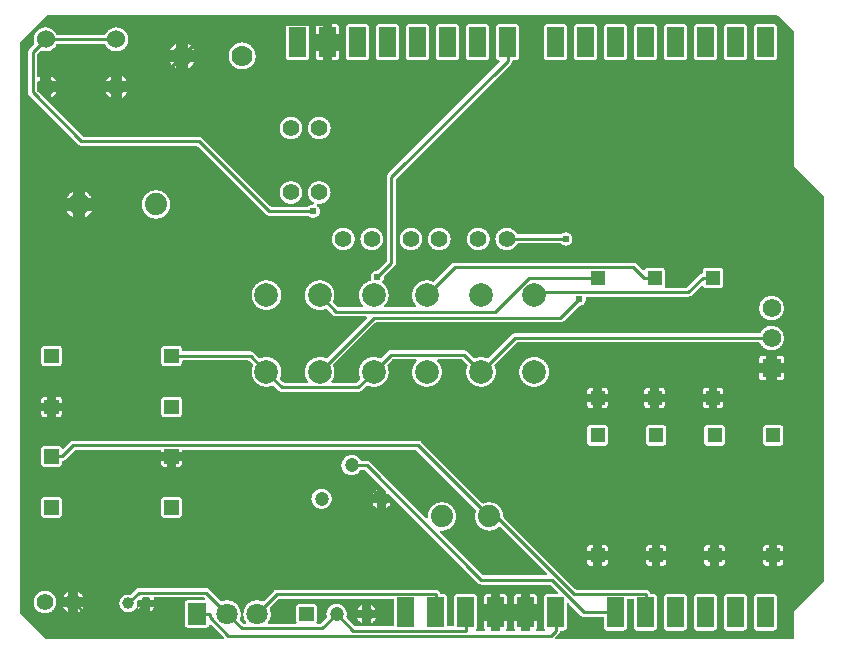
<source format=gtl>
G04 Layer: TopLayer*
G04 EasyEDA v6.4.7, 2020-11-04T13:22:21+08:00*
G04 c75b3099a9074dceb9129db7a55e819f,07195eaca447455c8232cfd30933a766,10*
G04 Gerber Generator version 0.2*
G04 Scale: 100 percent, Rotated: No, Reflected: No *
G04 Dimensions in inches *
G04 leading zeros omitted , absolute positions ,2 integer and 4 decimal *
%FSLAX24Y24*%
%MOIN*%
G90*
D02*

%ADD10C,0.010000*%
%ADD11C,0.024000*%
%ADD13C,0.047200*%
%ADD14C,0.070000*%
%ADD15C,0.070866*%
%ADD17C,0.078740*%
%ADD18C,0.062000*%
%ADD19R,0.062000X0.062000*%
%ADD21R,0.047700X0.047700*%
%ADD22C,0.060000*%
%ADD23C,0.074000*%
%ADD24C,0.055120*%
%ADD25C,0.039370*%

%LPD*%
G36*
G01X12530Y1461D02*
G01X8741Y1461D01*
G01X8734Y1460D01*
G01X8728Y1459D01*
G01X8722Y1456D01*
G01X8717Y1453D01*
G01X8712Y1449D01*
G01X8430Y1166D01*
G01X8425Y1161D01*
G01X8422Y1156D01*
G01X8418Y1144D01*
G01X8418Y1130D01*
G01X8421Y1123D01*
G01X8428Y1104D01*
G01X8434Y1085D01*
G01X8439Y1067D01*
G01X8444Y1047D01*
G01X8448Y1028D01*
G01X8451Y1009D01*
G01X8455Y969D01*
G01X8455Y950D01*
G01X8454Y929D01*
G01X8453Y909D01*
G01X8451Y888D01*
G01X8439Y828D01*
G01X8432Y809D01*
G01X8426Y790D01*
G01X8410Y752D01*
G01X8401Y734D01*
G01X8390Y716D01*
G01X8380Y699D01*
G01X8368Y682D01*
G01X8365Y677D01*
G01X8362Y671D01*
G01X8360Y659D01*
G01X8362Y647D01*
G01X8364Y642D01*
G01X8370Y632D01*
G01X8374Y628D01*
G01X8384Y622D01*
G01X8389Y620D01*
G01X8395Y619D01*
G01X9289Y619D01*
G01X9295Y620D01*
G01X9300Y622D01*
G01X9310Y628D01*
G01X9314Y632D01*
G01X9320Y642D01*
G01X9322Y647D01*
G01X9324Y659D01*
G01X9323Y667D01*
G01X9321Y674D01*
G01X9317Y684D01*
G01X9314Y693D01*
G01X9313Y703D01*
G01X9313Y1195D01*
G01X9314Y1204D01*
G01X9316Y1213D01*
G01X9319Y1222D01*
G01X9323Y1230D01*
G01X9328Y1239D01*
G01X9333Y1246D01*
G01X9339Y1253D01*
G01X9346Y1260D01*
G01X9353Y1266D01*
G01X9360Y1271D01*
G01X9368Y1276D01*
G01X9377Y1280D01*
G01X9386Y1283D01*
G01X9395Y1285D01*
G01X9404Y1286D01*
G01X9895Y1286D01*
G01X9904Y1285D01*
G01X9913Y1283D01*
G01X9922Y1280D01*
G01X9931Y1276D01*
G01X9939Y1271D01*
G01X9946Y1266D01*
G01X9953Y1260D01*
G01X9960Y1253D01*
G01X9966Y1246D01*
G01X9971Y1239D01*
G01X9976Y1230D01*
G01X9980Y1222D01*
G01X9983Y1213D01*
G01X9985Y1204D01*
G01X9986Y1195D01*
G01X9986Y703D01*
G01X9985Y693D01*
G01X9982Y684D01*
G01X9978Y674D01*
G01X9976Y667D01*
G01X9975Y659D01*
G01X9977Y647D01*
G01X9979Y642D01*
G01X9985Y632D01*
G01X9989Y628D01*
G01X9999Y622D01*
G01X10004Y620D01*
G01X10010Y619D01*
G01X10095Y619D01*
G01X10101Y621D01*
G01X10106Y623D01*
G01X10112Y626D01*
G01X10117Y630D01*
G01X10313Y826D01*
G01X10317Y831D01*
G01X10320Y836D01*
G01X10323Y842D01*
G01X10324Y848D01*
G01X10325Y855D01*
G01X10323Y865D01*
G01X10319Y882D01*
G01X10317Y898D01*
G01X10314Y915D01*
G01X10313Y932D01*
G01X10313Y966D01*
G01X10314Y982D01*
G01X10316Y999D01*
G01X10322Y1031D01*
G01X10332Y1063D01*
G01X10338Y1078D01*
G01X10345Y1094D01*
G01X10352Y1108D01*
G01X10360Y1123D01*
G01X10369Y1137D01*
G01X10389Y1163D01*
G01X10400Y1176D01*
G01X10411Y1188D01*
G01X10423Y1199D01*
G01X10436Y1210D01*
G01X10462Y1230D01*
G01X10476Y1238D01*
G01X10491Y1247D01*
G01X10521Y1261D01*
G01X10536Y1267D01*
G01X10552Y1272D01*
G01X10584Y1280D01*
G01X10600Y1283D01*
G01X10617Y1285D01*
G01X10633Y1286D01*
G01X10666Y1286D01*
G01X10682Y1285D01*
G01X10699Y1283D01*
G01X10715Y1280D01*
G01X10747Y1272D01*
G01X10763Y1267D01*
G01X10778Y1261D01*
G01X10808Y1247D01*
G01X10823Y1238D01*
G01X10837Y1230D01*
G01X10863Y1210D01*
G01X10876Y1199D01*
G01X10888Y1188D01*
G01X10899Y1176D01*
G01X10910Y1163D01*
G01X10930Y1137D01*
G01X10939Y1123D01*
G01X10947Y1108D01*
G01X10954Y1094D01*
G01X10961Y1078D01*
G01X10967Y1063D01*
G01X10977Y1031D01*
G01X10983Y999D01*
G01X10985Y982D01*
G01X10986Y966D01*
G01X10986Y932D01*
G01X10985Y915D01*
G01X10982Y898D01*
G01X10980Y882D01*
G01X10976Y865D01*
G01X10974Y855D01*
G01X10975Y848D01*
G01X10976Y842D01*
G01X10979Y836D01*
G01X10982Y831D01*
G01X10986Y826D01*
G01X11262Y550D01*
G01X11267Y546D01*
G01X11272Y543D01*
G01X11278Y540D01*
G01X11284Y539D01*
G01X11291Y538D01*
G01X12530Y538D01*
G01X12535Y539D01*
G01X12541Y540D01*
G01X12546Y542D01*
G01X12556Y548D01*
G01X12560Y552D01*
G01X12566Y562D01*
G01X12568Y567D01*
G01X12569Y573D01*
G01X12569Y1426D01*
G01X12568Y1432D01*
G01X12566Y1437D01*
G01X12560Y1447D01*
G01X12556Y1451D01*
G01X12546Y1457D01*
G01X12541Y1459D01*
G01X12535Y1460D01*
G01X12530Y1461D01*
G37*

%LPC*%
G36*
G01X11506Y807D02*
G01X11344Y807D01*
G01X11360Y777D01*
G01X11378Y749D01*
G01X11400Y723D01*
G01X11411Y711D01*
G01X11423Y700D01*
G01X11449Y678D01*
G01X11477Y660D01*
G01X11492Y652D01*
G01X11506Y644D01*
G01X11506Y807D01*
G37*
G36*
G01X11955Y807D02*
G01X11793Y807D01*
G01X11793Y644D01*
G01X11807Y652D01*
G01X11822Y660D01*
G01X11850Y678D01*
G01X11876Y700D01*
G01X11888Y711D01*
G01X11899Y723D01*
G01X11921Y749D01*
G01X11939Y777D01*
G01X11955Y807D01*
G37*
G36*
G01X11807Y1247D02*
G01X11793Y1255D01*
G01X11793Y1092D01*
G01X11955Y1092D01*
G01X11939Y1122D01*
G01X11921Y1150D01*
G01X11899Y1176D01*
G01X11888Y1188D01*
G01X11876Y1199D01*
G01X11850Y1221D01*
G01X11822Y1239D01*
G01X11807Y1247D01*
G37*
G36*
G01X11506Y1092D02*
G01X11506Y1255D01*
G01X11492Y1247D01*
G01X11477Y1239D01*
G01X11449Y1221D01*
G01X11423Y1199D01*
G01X11411Y1188D01*
G01X11400Y1176D01*
G01X11378Y1150D01*
G01X11360Y1122D01*
G01X11344Y1092D01*
G01X11506Y1092D01*
G37*

%LPD*%
G36*
G01X25347Y20898D02*
G01X1002Y20898D01*
G01X990Y20894D01*
G01X984Y20891D01*
G01X108Y20015D01*
G01X102Y20003D01*
G01X101Y19997D01*
G01X101Y1000D01*
G01X102Y994D01*
G01X105Y988D01*
G01X111Y978D01*
G01X931Y113D01*
G01X936Y109D01*
G01X942Y105D01*
G01X947Y103D01*
G01X954Y101D01*
G01X6859Y101D01*
G01X6865Y102D01*
G01X6870Y104D01*
G01X6880Y110D01*
G01X6884Y114D01*
G01X6890Y124D01*
G01X6892Y129D01*
G01X6893Y135D01*
G01X6893Y147D01*
G01X6892Y153D01*
G01X6889Y159D01*
G01X6886Y164D01*
G01X6882Y169D01*
G01X6472Y580D01*
G01X6467Y584D01*
G01X6462Y587D01*
G01X6450Y591D01*
G01X6437Y591D01*
G01X6425Y587D01*
G01X6420Y584D01*
G01X6415Y580D01*
G01X6411Y575D01*
G01X6408Y569D01*
G01X6406Y564D01*
G01X6402Y555D01*
G01X6394Y539D01*
G01X6382Y525D01*
G01X6376Y519D01*
G01X6369Y513D01*
G01X6361Y508D01*
G01X6353Y504D01*
G01X6345Y501D01*
G01X6336Y498D01*
G01X6318Y494D01*
G01X5689Y494D01*
G01X5671Y496D01*
G01X5662Y498D01*
G01X5653Y501D01*
G01X5644Y505D01*
G01X5636Y509D01*
G01X5615Y527D01*
G01X5609Y534D01*
G01X5599Y550D01*
G01X5595Y559D01*
G01X5592Y567D01*
G01X5590Y577D01*
G01X5589Y586D01*
G01X5589Y1313D01*
G01X5590Y1322D01*
G01X5592Y1332D01*
G01X5595Y1340D01*
G01X5599Y1349D01*
G01X5609Y1365D01*
G01X5615Y1372D01*
G01X5636Y1390D01*
G01X5644Y1394D01*
G01X5653Y1398D01*
G01X5662Y1401D01*
G01X5671Y1403D01*
G01X5689Y1405D01*
G01X6240Y1405D01*
G01X6245Y1407D01*
G01X6251Y1409D01*
G01X6256Y1411D01*
G01X6268Y1423D01*
G01X6271Y1428D01*
G01X6272Y1434D01*
G01X6274Y1439D01*
G01X6274Y1445D01*
G01X6272Y1457D01*
G01X6270Y1463D01*
G01X6267Y1468D01*
G01X6262Y1473D01*
G01X6240Y1496D01*
G01X6235Y1500D01*
G01X6230Y1503D01*
G01X6218Y1507D01*
G01X4587Y1507D01*
G01X4581Y1506D01*
G01X4576Y1504D01*
G01X4571Y1501D01*
G01X4567Y1498D01*
G01X4562Y1494D01*
G01X4556Y1484D01*
G01X4554Y1479D01*
G01X4553Y1473D01*
G01X4553Y1461D01*
G01X4555Y1454D01*
G01X4558Y1448D01*
G01X4571Y1423D01*
G01X4423Y1423D01*
G01X4423Y1467D01*
G01X4421Y1479D01*
G01X4417Y1489D01*
G01X4413Y1494D01*
G01X4409Y1498D01*
G01X4405Y1501D01*
G01X4400Y1504D01*
G01X4394Y1506D01*
G01X4389Y1507D01*
G01X4210Y1507D01*
G01X4205Y1506D01*
G01X4200Y1504D01*
G01X4194Y1501D01*
G01X4190Y1498D01*
G01X4186Y1494D01*
G01X4182Y1489D01*
G01X4178Y1479D01*
G01X4176Y1467D01*
G01X4176Y1423D01*
G01X4056Y1423D01*
G01X4044Y1419D01*
G01X4034Y1411D01*
G01X4012Y1390D01*
G01X4008Y1385D01*
G01X4005Y1380D01*
G01X4002Y1374D01*
G01X4001Y1368D01*
G01X4001Y1354D01*
G01X4004Y1336D01*
G01X4006Y1318D01*
G01X4006Y1281D01*
G01X4004Y1263D01*
G01X4001Y1244D01*
G01X3997Y1226D01*
G01X3996Y1216D01*
G01X3996Y1210D01*
G01X3997Y1205D01*
G01X4000Y1200D01*
G01X4002Y1194D01*
G01X4014Y1182D01*
G01X4019Y1180D01*
G01X4025Y1178D01*
G01X4030Y1176D01*
G01X4176Y1176D01*
G01X4176Y1028D01*
G01X4162Y1035D01*
G01X4148Y1043D01*
G01X4135Y1051D01*
G01X4122Y1061D01*
G01X4109Y1070D01*
G01X4097Y1081D01*
G01X4075Y1103D01*
G01X4065Y1116D01*
G01X4056Y1128D01*
G01X4047Y1142D01*
G01X4039Y1155D01*
G01X4036Y1160D01*
G01X4027Y1169D01*
G01X4022Y1172D01*
G01X4016Y1174D01*
G01X4004Y1176D01*
G01X3992Y1174D01*
G01X3986Y1172D01*
G01X3981Y1169D01*
G01X3972Y1160D01*
G01X3969Y1155D01*
G01X3961Y1142D01*
G01X3952Y1128D01*
G01X3943Y1115D01*
G01X3933Y1103D01*
G01X3922Y1092D01*
G01X3898Y1070D01*
G01X3886Y1060D01*
G01X3873Y1051D01*
G01X3860Y1043D01*
G01X3846Y1035D01*
G01X3831Y1028D01*
G01X3817Y1022D01*
G01X3787Y1012D01*
G01X3772Y1008D01*
G01X3756Y1005D01*
G01X3740Y1003D01*
G01X3724Y1002D01*
G01X3693Y1002D01*
G01X3677Y1003D01*
G01X3662Y1005D01*
G01X3647Y1008D01*
G01X3631Y1012D01*
G01X3617Y1016D01*
G01X3602Y1021D01*
G01X3587Y1028D01*
G01X3573Y1034D01*
G01X3560Y1042D01*
G01X3546Y1050D01*
G01X3534Y1059D01*
G01X3521Y1068D01*
G01X3509Y1078D01*
G01X3487Y1100D01*
G01X3477Y1112D01*
G01X3468Y1125D01*
G01X3459Y1137D01*
G01X3451Y1151D01*
G01X3443Y1164D01*
G01X3436Y1178D01*
G01X3431Y1193D01*
G01X3425Y1207D01*
G01X3421Y1223D01*
G01X3417Y1238D01*
G01X3414Y1253D01*
G01X3412Y1268D01*
G01X3411Y1284D01*
G01X3411Y1315D01*
G01X3412Y1331D01*
G01X3414Y1346D01*
G01X3417Y1361D01*
G01X3421Y1376D01*
G01X3425Y1392D01*
G01X3431Y1406D01*
G01X3436Y1421D01*
G01X3443Y1435D01*
G01X3451Y1448D01*
G01X3459Y1462D01*
G01X3468Y1475D01*
G01X3477Y1487D01*
G01X3487Y1499D01*
G01X3509Y1521D01*
G01X3521Y1531D01*
G01X3534Y1540D01*
G01X3546Y1549D01*
G01X3560Y1557D01*
G01X3573Y1565D01*
G01X3587Y1571D01*
G01X3602Y1578D01*
G01X3617Y1583D01*
G01X3631Y1587D01*
G01X3647Y1591D01*
G01X3662Y1594D01*
G01X3677Y1596D01*
G01X3693Y1597D01*
G01X3727Y1597D01*
G01X3745Y1595D01*
G01X3763Y1592D01*
G01X3777Y1592D01*
G01X3789Y1596D01*
G01X3794Y1599D01*
G01X3799Y1603D01*
G01X3969Y1773D01*
G01X3979Y1781D01*
G01X3999Y1793D01*
G01X4010Y1798D01*
G01X4021Y1802D01*
G01X4032Y1805D01*
G01X4044Y1808D01*
G01X4056Y1809D01*
G01X6302Y1809D01*
G01X6314Y1808D01*
G01X6326Y1805D01*
G01X6337Y1802D01*
G01X6348Y1798D01*
G01X6359Y1793D01*
G01X6379Y1781D01*
G01X6389Y1773D01*
G01X6397Y1765D01*
G01X6783Y1380D01*
G01X6788Y1375D01*
G01X6793Y1372D01*
G01X6805Y1368D01*
G01X6811Y1368D01*
G01X6819Y1369D01*
G01X6827Y1371D01*
G01X6845Y1378D01*
G01X6864Y1384D01*
G01X6882Y1390D01*
G01X6902Y1394D01*
G01X6921Y1398D01*
G01X6940Y1401D01*
G01X6980Y1405D01*
G01X7019Y1405D01*
G01X7057Y1401D01*
G01X7077Y1398D01*
G01X7096Y1395D01*
G01X7114Y1390D01*
G01X7133Y1385D01*
G01X7151Y1379D01*
G01X7187Y1365D01*
G01X7205Y1356D01*
G01X7222Y1347D01*
G01X7238Y1337D01*
G01X7255Y1327D01*
G01X7270Y1315D01*
G01X7285Y1304D01*
G01X7300Y1291D01*
G01X7328Y1265D01*
G01X7341Y1250D01*
G01X7354Y1236D01*
G01X7365Y1220D01*
G01X7377Y1205D01*
G01X7397Y1171D01*
G01X7406Y1155D01*
G01X7422Y1119D01*
G01X7429Y1101D01*
G01X7435Y1083D01*
G01X7440Y1064D01*
G01X7445Y1046D01*
G01X7448Y1026D01*
G01X7451Y1007D01*
G01X7455Y969D01*
G01X7455Y930D01*
G01X7451Y890D01*
G01X7448Y871D01*
G01X7444Y852D01*
G01X7439Y832D01*
G01X7434Y814D01*
G01X7428Y795D01*
G01X7421Y776D01*
G01X7418Y769D01*
G01X7418Y755D01*
G01X7422Y743D01*
G01X7425Y738D01*
G01X7430Y733D01*
G01X7532Y630D01*
G01X7537Y626D01*
G01X7543Y623D01*
G01X7548Y621D01*
G01X7554Y619D01*
G01X7604Y619D01*
G01X7610Y620D01*
G01X7615Y622D01*
G01X7625Y628D01*
G01X7629Y632D01*
G01X7635Y642D01*
G01X7637Y647D01*
G01X7639Y659D01*
G01X7637Y671D01*
G01X7634Y677D01*
G01X7631Y682D01*
G01X7619Y699D01*
G01X7609Y716D01*
G01X7598Y734D01*
G01X7589Y752D01*
G01X7573Y790D01*
G01X7567Y809D01*
G01X7560Y828D01*
G01X7548Y888D01*
G01X7546Y909D01*
G01X7545Y929D01*
G01X7544Y950D01*
G01X7544Y969D01*
G01X7548Y1007D01*
G01X7551Y1026D01*
G01X7554Y1046D01*
G01X7559Y1064D01*
G01X7564Y1083D01*
G01X7570Y1101D01*
G01X7577Y1119D01*
G01X7593Y1155D01*
G01X7602Y1171D01*
G01X7622Y1205D01*
G01X7634Y1220D01*
G01X7645Y1236D01*
G01X7658Y1250D01*
G01X7671Y1265D01*
G01X7699Y1291D01*
G01X7714Y1304D01*
G01X7729Y1315D01*
G01X7744Y1327D01*
G01X7761Y1337D01*
G01X7777Y1347D01*
G01X7794Y1356D01*
G01X7812Y1365D01*
G01X7848Y1379D01*
G01X7866Y1385D01*
G01X7885Y1390D01*
G01X7903Y1395D01*
G01X7922Y1398D01*
G01X7942Y1401D01*
G01X7980Y1405D01*
G01X8019Y1405D01*
G01X8059Y1401D01*
G01X8078Y1398D01*
G01X8097Y1394D01*
G01X8117Y1390D01*
G01X8135Y1384D01*
G01X8154Y1378D01*
G01X8172Y1371D01*
G01X8180Y1369D01*
G01X8188Y1368D01*
G01X8194Y1368D01*
G01X8206Y1372D01*
G01X8211Y1375D01*
G01X8216Y1380D01*
G01X8555Y1718D01*
G01X8573Y1734D01*
G01X8593Y1746D01*
G01X8604Y1751D01*
G01X8615Y1755D01*
G01X8626Y1758D01*
G01X8638Y1761D01*
G01X8650Y1762D01*
G01X8661Y1763D01*
G01X13950Y1763D01*
G01X13972Y1761D01*
G01X13983Y1759D01*
G01X13994Y1756D01*
G01X14014Y1748D01*
G01X14025Y1742D01*
G01X14034Y1737D01*
G01X14052Y1723D01*
G01X14060Y1715D01*
G01X14067Y1707D01*
G01X14074Y1698D01*
G01X14080Y1688D01*
G01X14085Y1678D01*
G01X14089Y1668D01*
G01X14093Y1657D01*
G01X14096Y1646D01*
G01X14098Y1636D01*
G01X14102Y1624D01*
G01X14106Y1618D01*
G01X14110Y1614D01*
G01X14114Y1609D01*
G01X14120Y1606D01*
G01X14126Y1604D01*
G01X14138Y1602D01*
G01X14228Y1602D01*
G01X14237Y1601D01*
G01X14247Y1600D01*
G01X14256Y1598D01*
G01X14264Y1595D01*
G01X14273Y1591D01*
G01X14281Y1587D01*
G01X14289Y1582D01*
G01X14296Y1576D01*
G01X14303Y1569D01*
G01X14309Y1562D01*
G01X14314Y1554D01*
G01X14322Y1538D01*
G01X14325Y1528D01*
G01X14329Y1510D01*
G01X14329Y578D01*
G01X14330Y573D01*
G01X14331Y567D01*
G01X14335Y557D01*
G01X14339Y552D01*
G01X14343Y548D01*
G01X14347Y545D01*
G01X14352Y542D01*
G01X14358Y540D01*
G01X14363Y539D01*
G01X14369Y538D01*
G01X14530Y538D01*
G01X14535Y539D01*
G01X14541Y540D01*
G01X14546Y542D01*
G01X14556Y548D01*
G01X14560Y552D01*
G01X14566Y562D01*
G01X14568Y567D01*
G01X14569Y573D01*
G01X14569Y1501D01*
G01X14571Y1519D01*
G01X14573Y1528D01*
G01X14576Y1538D01*
G01X14580Y1546D01*
G01X14590Y1562D01*
G01X14602Y1576D01*
G01X14610Y1582D01*
G01X14617Y1587D01*
G01X14626Y1591D01*
G01X14634Y1595D01*
G01X14643Y1598D01*
G01X14652Y1600D01*
G01X14661Y1601D01*
G01X14671Y1602D01*
G01X15228Y1602D01*
G01X15237Y1601D01*
G01X15247Y1600D01*
G01X15256Y1598D01*
G01X15264Y1595D01*
G01X15273Y1591D01*
G01X15281Y1587D01*
G01X15289Y1582D01*
G01X15296Y1576D01*
G01X15303Y1569D01*
G01X15309Y1562D01*
G01X15314Y1554D01*
G01X15322Y1538D01*
G01X15325Y1528D01*
G01X15329Y1510D01*
G01X15329Y498D01*
G01X15328Y488D01*
G01X15327Y477D01*
G01X15324Y467D01*
G01X15321Y458D01*
G01X15316Y448D01*
G01X15310Y440D01*
G01X15307Y434D01*
G01X15305Y429D01*
G01X15303Y417D01*
G01X15303Y411D01*
G01X15305Y405D01*
G01X15307Y400D01*
G01X15313Y390D01*
G01X15317Y386D01*
G01X15327Y380D01*
G01X15332Y378D01*
G01X15338Y377D01*
G01X15343Y376D01*
G01X15556Y376D01*
G01X15561Y377D01*
G01X15567Y378D01*
G01X15572Y380D01*
G01X15582Y386D01*
G01X15586Y390D01*
G01X15592Y400D01*
G01X15594Y405D01*
G01X15596Y417D01*
G01X15595Y423D01*
G01X15593Y429D01*
G01X15591Y434D01*
G01X15588Y440D01*
G01X15582Y448D01*
G01X15578Y458D01*
G01X15574Y467D01*
G01X15572Y477D01*
G01X15570Y488D01*
G01X15569Y498D01*
G01X15569Y724D01*
G01X15785Y724D01*
G01X15785Y411D01*
G01X15786Y405D01*
G01X15789Y400D01*
G01X15791Y395D01*
G01X15795Y390D01*
G01X15799Y386D01*
G01X15803Y383D01*
G01X15808Y380D01*
G01X15814Y378D01*
G01X15819Y377D01*
G01X15825Y376D01*
G01X16074Y376D01*
G01X16079Y377D01*
G01X16085Y378D01*
G01X16090Y380D01*
G01X16100Y386D01*
G01X16104Y390D01*
G01X16110Y400D01*
G01X16112Y405D01*
G01X16114Y417D01*
G01X16114Y724D01*
G01X16329Y724D01*
G01X16329Y498D01*
G01X16328Y488D01*
G01X16327Y477D01*
G01X16324Y467D01*
G01X16321Y458D01*
G01X16316Y448D01*
G01X16310Y440D01*
G01X16307Y434D01*
G01X16305Y429D01*
G01X16303Y417D01*
G01X16303Y411D01*
G01X16305Y405D01*
G01X16307Y400D01*
G01X16313Y390D01*
G01X16317Y386D01*
G01X16327Y380D01*
G01X16332Y378D01*
G01X16338Y377D01*
G01X16343Y376D01*
G01X16556Y376D01*
G01X16561Y377D01*
G01X16567Y378D01*
G01X16572Y380D01*
G01X16582Y386D01*
G01X16586Y390D01*
G01X16592Y400D01*
G01X16594Y405D01*
G01X16596Y417D01*
G01X16595Y423D01*
G01X16593Y429D01*
G01X16591Y434D01*
G01X16588Y440D01*
G01X16582Y448D01*
G01X16578Y458D01*
G01X16574Y467D01*
G01X16572Y477D01*
G01X16570Y488D01*
G01X16569Y498D01*
G01X16569Y724D01*
G01X16785Y724D01*
G01X16785Y411D01*
G01X16786Y405D01*
G01X16789Y400D01*
G01X16791Y395D01*
G01X16795Y390D01*
G01X16799Y386D01*
G01X16803Y383D01*
G01X16808Y380D01*
G01X16814Y378D01*
G01X16819Y377D01*
G01X16825Y376D01*
G01X17074Y376D01*
G01X17079Y377D01*
G01X17085Y378D01*
G01X17090Y380D01*
G01X17100Y386D01*
G01X17104Y390D01*
G01X17110Y400D01*
G01X17112Y405D01*
G01X17114Y417D01*
G01X17114Y724D01*
G01X17329Y724D01*
G01X17329Y498D01*
G01X17328Y488D01*
G01X17327Y477D01*
G01X17324Y467D01*
G01X17321Y458D01*
G01X17316Y448D01*
G01X17310Y440D01*
G01X17307Y434D01*
G01X17305Y429D01*
G01X17303Y417D01*
G01X17303Y411D01*
G01X17305Y405D01*
G01X17307Y400D01*
G01X17313Y390D01*
G01X17317Y386D01*
G01X17327Y380D01*
G01X17332Y378D01*
G01X17338Y377D01*
G01X17343Y376D01*
G01X17556Y376D01*
G01X17561Y377D01*
G01X17567Y378D01*
G01X17572Y380D01*
G01X17582Y386D01*
G01X17586Y390D01*
G01X17592Y400D01*
G01X17594Y405D01*
G01X17596Y417D01*
G01X17595Y423D01*
G01X17593Y429D01*
G01X17591Y434D01*
G01X17588Y440D01*
G01X17582Y448D01*
G01X17578Y458D01*
G01X17574Y467D01*
G01X17572Y477D01*
G01X17570Y488D01*
G01X17569Y498D01*
G01X17569Y1501D01*
G01X17571Y1519D01*
G01X17573Y1528D01*
G01X17576Y1538D01*
G01X17580Y1546D01*
G01X17590Y1562D01*
G01X17602Y1576D01*
G01X17610Y1582D01*
G01X17617Y1587D01*
G01X17626Y1591D01*
G01X17634Y1595D01*
G01X17643Y1598D01*
G01X17652Y1600D01*
G01X17661Y1601D01*
G01X17671Y1602D01*
G01X17999Y1602D01*
G01X18005Y1603D01*
G01X18010Y1605D01*
G01X18015Y1608D01*
G01X18027Y1620D01*
G01X18030Y1625D01*
G01X18031Y1631D01*
G01X18033Y1636D01*
G01X18033Y1648D01*
G01X18029Y1660D01*
G01X18026Y1665D01*
G01X18022Y1670D01*
G01X17774Y1918D01*
G01X17769Y1922D01*
G01X17764Y1925D01*
G01X17758Y1928D01*
G01X17746Y1930D01*
G01X15466Y1930D01*
G01X15454Y1931D01*
G01X15442Y1934D01*
G01X15431Y1937D01*
G01X15420Y1941D01*
G01X15409Y1946D01*
G01X15389Y1958D01*
G01X15371Y1974D01*
G01X12424Y4921D01*
G01X12419Y4925D01*
G01X12414Y4928D01*
G01X12402Y4932D01*
G01X12293Y4932D01*
G01X12293Y5035D01*
G01X12292Y5042D01*
G01X12290Y5048D01*
G01X12288Y5053D01*
G01X12285Y5059D01*
G01X12281Y5064D01*
G01X11598Y5747D01*
G01X11593Y5751D01*
G01X11588Y5754D01*
G01X11582Y5757D01*
G01X11576Y5758D01*
G01X11569Y5759D01*
G01X11475Y5759D01*
G01X11463Y5757D01*
G01X11457Y5755D01*
G01X11452Y5752D01*
G01X11447Y5748D01*
G01X11443Y5744D01*
G01X11440Y5739D01*
G01X11422Y5711D01*
G01X11411Y5698D01*
G01X11401Y5685D01*
G01X11377Y5661D01*
G01X11365Y5650D01*
G01X11352Y5640D01*
G01X11338Y5630D01*
G01X11324Y5621D01*
G01X11310Y5613D01*
G01X11295Y5605D01*
G01X11280Y5598D01*
G01X11264Y5592D01*
G01X11248Y5587D01*
G01X11216Y5579D01*
G01X11199Y5576D01*
G01X11183Y5574D01*
G01X11166Y5573D01*
G01X11133Y5573D01*
G01X11117Y5574D01*
G01X11100Y5576D01*
G01X11068Y5582D01*
G01X11036Y5592D01*
G01X11021Y5598D01*
G01X10991Y5612D01*
G01X10976Y5621D01*
G01X10962Y5629D01*
G01X10936Y5649D01*
G01X10923Y5660D01*
G01X10911Y5671D01*
G01X10900Y5683D01*
G01X10889Y5696D01*
G01X10869Y5722D01*
G01X10860Y5736D01*
G01X10852Y5751D01*
G01X10845Y5765D01*
G01X10838Y5780D01*
G01X10832Y5796D01*
G01X10822Y5828D01*
G01X10816Y5860D01*
G01X10814Y5876D01*
G01X10813Y5893D01*
G01X10813Y5926D01*
G01X10814Y5942D01*
G01X10816Y5959D01*
G01X10822Y5991D01*
G01X10832Y6023D01*
G01X10838Y6038D01*
G01X10852Y6068D01*
G01X10860Y6083D01*
G01X10869Y6097D01*
G01X10889Y6123D01*
G01X10900Y6136D01*
G01X10911Y6148D01*
G01X10923Y6159D01*
G01X10936Y6170D01*
G01X10962Y6190D01*
G01X10976Y6198D01*
G01X10991Y6207D01*
G01X11021Y6221D01*
G01X11036Y6227D01*
G01X11052Y6232D01*
G01X11084Y6240D01*
G01X11100Y6243D01*
G01X11117Y6245D01*
G01X11133Y6246D01*
G01X11166Y6246D01*
G01X11183Y6245D01*
G01X11199Y6243D01*
G01X11216Y6240D01*
G01X11248Y6232D01*
G01X11264Y6226D01*
G01X11280Y6221D01*
G01X11295Y6214D01*
G01X11310Y6206D01*
G01X11324Y6198D01*
G01X11338Y6189D01*
G01X11352Y6179D01*
G01X11365Y6169D01*
G01X11377Y6158D01*
G01X11401Y6134D01*
G01X11411Y6121D01*
G01X11422Y6108D01*
G01X11440Y6080D01*
G01X11443Y6075D01*
G01X11447Y6071D01*
G01X11452Y6067D01*
G01X11457Y6065D01*
G01X11463Y6062D01*
G01X11469Y6061D01*
G01X11648Y6061D01*
G01X11672Y6059D01*
G01X11684Y6056D01*
G01X11695Y6053D01*
G01X11706Y6049D01*
G01X11717Y6044D01*
G01X11737Y6032D01*
G01X11747Y6024D01*
G01X11755Y6016D01*
G01X13621Y4151D01*
G01X13625Y4147D01*
G01X13631Y4144D01*
G01X13636Y4141D01*
G01X13643Y4140D01*
G01X13649Y4139D01*
G01X13655Y4140D01*
G01X13660Y4141D01*
G01X13665Y4143D01*
G01X13671Y4146D01*
G01X13675Y4149D01*
G01X13679Y4153D01*
G01X13682Y4157D01*
G01X13685Y4163D01*
G01X13689Y4173D01*
G01X13689Y4219D01*
G01X13690Y4238D01*
G01X13692Y4258D01*
G01X13698Y4296D01*
G01X13708Y4334D01*
G01X13714Y4353D01*
G01X13728Y4389D01*
G01X13736Y4406D01*
G01X13745Y4424D01*
G01X13755Y4440D01*
G01X13765Y4457D01*
G01X13776Y4473D01*
G01X13788Y4489D01*
G01X13800Y4504D01*
G01X13813Y4519D01*
G01X13827Y4532D01*
G01X13840Y4546D01*
G01X13855Y4559D01*
G01X13870Y4571D01*
G01X13886Y4583D01*
G01X13902Y4594D01*
G01X13918Y4604D01*
G01X13935Y4614D01*
G01X13953Y4623D01*
G01X13970Y4631D01*
G01X14006Y4645D01*
G01X14025Y4651D01*
G01X14063Y4661D01*
G01X14101Y4667D01*
G01X14121Y4669D01*
G01X14140Y4670D01*
G01X14160Y4671D01*
G01X14198Y4669D01*
G01X14218Y4667D01*
G01X14256Y4661D01*
G01X14294Y4651D01*
G01X14313Y4645D01*
G01X14349Y4631D01*
G01X14366Y4623D01*
G01X14384Y4614D01*
G01X14401Y4604D01*
G01X14417Y4594D01*
G01X14433Y4583D01*
G01X14449Y4571D01*
G01X14464Y4559D01*
G01X14478Y4546D01*
G01X14493Y4532D01*
G01X14506Y4519D01*
G01X14519Y4504D01*
G01X14531Y4489D01*
G01X14543Y4473D01*
G01X14554Y4457D01*
G01X14564Y4440D01*
G01X14574Y4424D01*
G01X14583Y4406D01*
G01X14591Y4389D01*
G01X14605Y4353D01*
G01X14611Y4334D01*
G01X14621Y4296D01*
G01X14627Y4258D01*
G01X14629Y4238D01*
G01X14631Y4200D01*
G01X14630Y4180D01*
G01X14629Y4161D01*
G01X14627Y4141D01*
G01X14621Y4103D01*
G01X14611Y4065D01*
G01X14605Y4046D01*
G01X14591Y4010D01*
G01X14583Y3993D01*
G01X14574Y3975D01*
G01X14564Y3959D01*
G01X14554Y3942D01*
G01X14543Y3926D01*
G01X14531Y3910D01*
G01X14519Y3895D01*
G01X14506Y3880D01*
G01X14493Y3867D01*
G01X14478Y3853D01*
G01X14464Y3840D01*
G01X14449Y3828D01*
G01X14433Y3816D01*
G01X14417Y3805D01*
G01X14401Y3795D01*
G01X14384Y3785D01*
G01X14366Y3776D01*
G01X14349Y3768D01*
G01X14313Y3754D01*
G01X14294Y3748D01*
G01X14256Y3738D01*
G01X14218Y3732D01*
G01X14198Y3730D01*
G01X14160Y3728D01*
G01X14141Y3729D01*
G01X14139Y3729D01*
G01X14134Y3728D01*
G01X14128Y3727D01*
G01X14122Y3725D01*
G01X14118Y3723D01*
G01X14113Y3719D01*
G01X14109Y3715D01*
G01X14106Y3711D01*
G01X14103Y3705D01*
G01X14101Y3700D01*
G01X14100Y3694D01*
G01X14099Y3689D01*
G01X14100Y3683D01*
G01X14101Y3676D01*
G01X14103Y3671D01*
G01X14107Y3665D01*
G01X14111Y3661D01*
G01X15528Y2243D01*
G01X15533Y2239D01*
G01X15539Y2236D01*
G01X15544Y2234D01*
G01X15550Y2232D01*
G01X17630Y2232D01*
G01X17636Y2233D01*
G01X17641Y2235D01*
G01X17651Y2241D01*
G01X17655Y2245D01*
G01X17661Y2255D01*
G01X17663Y2260D01*
G01X17664Y2266D01*
G01X17665Y2271D01*
G01X17664Y2278D01*
G01X17663Y2284D01*
G01X17660Y2290D01*
G01X17657Y2295D01*
G01X17653Y2300D01*
G01X16103Y3850D01*
G01X16097Y3853D01*
G01X16092Y3856D01*
G01X16085Y3857D01*
G01X16079Y3858D01*
G01X16073Y3857D01*
G01X16068Y3856D01*
G01X16062Y3854D01*
G01X16052Y3848D01*
G01X16037Y3834D01*
G01X16021Y3822D01*
G01X16005Y3811D01*
G01X15971Y3789D01*
G01X15935Y3771D01*
G01X15916Y3763D01*
G01X15897Y3756D01*
G01X15859Y3744D01*
G01X15839Y3739D01*
G01X15820Y3735D01*
G01X15800Y3732D01*
G01X15780Y3730D01*
G01X15760Y3729D01*
G01X15739Y3728D01*
G01X15701Y3730D01*
G01X15681Y3732D01*
G01X15643Y3738D01*
G01X15605Y3748D01*
G01X15586Y3754D01*
G01X15550Y3768D01*
G01X15533Y3776D01*
G01X15515Y3785D01*
G01X15498Y3795D01*
G01X15482Y3805D01*
G01X15466Y3816D01*
G01X15450Y3828D01*
G01X15435Y3840D01*
G01X15421Y3853D01*
G01X15406Y3867D01*
G01X15393Y3880D01*
G01X15380Y3895D01*
G01X15368Y3910D01*
G01X15356Y3926D01*
G01X15345Y3942D01*
G01X15335Y3959D01*
G01X15325Y3975D01*
G01X15316Y3993D01*
G01X15308Y4010D01*
G01X15294Y4046D01*
G01X15288Y4065D01*
G01X15278Y4103D01*
G01X15272Y4141D01*
G01X15270Y4161D01*
G01X15269Y4180D01*
G01X15268Y4200D01*
G01X15270Y4242D01*
G01X15273Y4263D01*
G01X15276Y4283D01*
G01X15280Y4304D01*
G01X15285Y4324D01*
G01X15291Y4344D01*
G01X15298Y4364D01*
G01X15306Y4384D01*
G01X15309Y4392D01*
G01X15309Y4406D01*
G01X15305Y4418D01*
G01X15302Y4423D01*
G01X15297Y4428D01*
G01X13313Y6413D01*
G01X13308Y6417D01*
G01X13302Y6420D01*
G01X13297Y6423D01*
G01X13291Y6424D01*
G01X13284Y6425D01*
G01X5529Y6425D01*
G01X5523Y6424D01*
G01X5518Y6423D01*
G01X5512Y6421D01*
G01X5507Y6418D01*
G01X5503Y6415D01*
G01X5499Y6411D01*
G01X5495Y6406D01*
G01X5491Y6396D01*
G01X5489Y6390D01*
G01X5489Y6344D01*
G01X5294Y6344D01*
G01X5294Y6384D01*
G01X5292Y6396D01*
G01X5288Y6406D01*
G01X5284Y6411D01*
G01X5280Y6415D01*
G01X5270Y6421D01*
G01X5265Y6423D01*
G01X5260Y6424D01*
G01X5254Y6425D01*
G01X5045Y6425D01*
G01X5039Y6424D01*
G01X5034Y6423D01*
G01X5029Y6421D01*
G01X5019Y6415D01*
G01X5015Y6411D01*
G01X5011Y6406D01*
G01X5007Y6396D01*
G01X5005Y6384D01*
G01X5005Y6344D01*
G01X4810Y6344D01*
G01X4810Y6390D01*
G01X4808Y6396D01*
G01X4804Y6406D01*
G01X4800Y6411D01*
G01X4796Y6415D01*
G01X4792Y6418D01*
G01X4787Y6421D01*
G01X4781Y6423D01*
G01X4776Y6424D01*
G01X4770Y6425D01*
G01X1954Y6425D01*
G01X1947Y6424D01*
G01X1941Y6423D01*
G01X1935Y6420D01*
G01X1930Y6417D01*
G01X1925Y6413D01*
G01X1597Y6085D01*
G01X1577Y6071D01*
G01X1567Y6065D01*
G01X1556Y6060D01*
G01X1546Y6056D01*
G01X1534Y6053D01*
G01X1523Y6051D01*
G01X1517Y6049D01*
G01X1511Y6046D01*
G01X1506Y6043D01*
G01X1501Y6039D01*
G01X1493Y6029D01*
G01X1489Y6017D01*
G01X1489Y5952D01*
G01X1487Y5942D01*
G01X1485Y5933D01*
G01X1482Y5925D01*
G01X1478Y5916D01*
G01X1474Y5908D01*
G01X1468Y5900D01*
G01X1463Y5893D01*
G01X1456Y5886D01*
G01X1449Y5880D01*
G01X1441Y5875D01*
G01X1425Y5867D01*
G01X1416Y5864D01*
G01X1406Y5862D01*
G01X1388Y5860D01*
G01X911Y5860D01*
G01X893Y5862D01*
G01X883Y5864D01*
G01X875Y5867D01*
G01X866Y5871D01*
G01X858Y5875D01*
G01X850Y5880D01*
G01X843Y5886D01*
G01X836Y5893D01*
G01X831Y5900D01*
G01X825Y5908D01*
G01X821Y5916D01*
G01X817Y5925D01*
G01X814Y5933D01*
G01X812Y5942D01*
G01X810Y5952D01*
G01X810Y6447D01*
G01X812Y6457D01*
G01X814Y6466D01*
G01X817Y6475D01*
G01X825Y6491D01*
G01X831Y6499D01*
G01X836Y6506D01*
G01X843Y6513D01*
G01X850Y6519D01*
G01X858Y6524D01*
G01X866Y6528D01*
G01X875Y6532D01*
G01X883Y6535D01*
G01X893Y6537D01*
G01X911Y6539D01*
G01X1388Y6539D01*
G01X1406Y6537D01*
G01X1415Y6535D01*
G01X1424Y6532D01*
G01X1433Y6528D01*
G01X1441Y6524D01*
G01X1448Y6519D01*
G01X1456Y6513D01*
G01X1462Y6507D01*
G01X1468Y6500D01*
G01X1478Y6484D01*
G01X1482Y6475D01*
G01X1488Y6465D01*
G01X1492Y6461D01*
G01X1497Y6457D01*
G01X1502Y6454D01*
G01X1507Y6452D01*
G01X1519Y6450D01*
G01X1531Y6452D01*
G01X1543Y6458D01*
G01X1547Y6462D01*
G01X1768Y6682D01*
G01X1786Y6698D01*
G01X1806Y6710D01*
G01X1817Y6715D01*
G01X1828Y6719D01*
G01X1839Y6722D01*
G01X1851Y6725D01*
G01X1863Y6726D01*
G01X13375Y6726D01*
G01X13387Y6725D01*
G01X13399Y6722D01*
G01X13410Y6719D01*
G01X13421Y6715D01*
G01X13432Y6710D01*
G01X13452Y6698D01*
G01X13470Y6682D01*
G01X15511Y4642D01*
G01X15516Y4637D01*
G01X15521Y4634D01*
G01X15533Y4630D01*
G01X15547Y4630D01*
G01X15555Y4633D01*
G01X15575Y4641D01*
G01X15594Y4648D01*
G01X15615Y4654D01*
G01X15635Y4659D01*
G01X15656Y4663D01*
G01X15677Y4666D01*
G01X15697Y4669D01*
G01X15739Y4671D01*
G01X15759Y4670D01*
G01X15778Y4669D01*
G01X15798Y4667D01*
G01X15836Y4661D01*
G01X15874Y4651D01*
G01X15893Y4645D01*
G01X15929Y4631D01*
G01X15946Y4623D01*
G01X15964Y4614D01*
G01X15981Y4604D01*
G01X15997Y4594D01*
G01X16013Y4583D01*
G01X16029Y4571D01*
G01X16044Y4559D01*
G01X16059Y4546D01*
G01X16072Y4532D01*
G01X16086Y4519D01*
G01X16099Y4504D01*
G01X16111Y4489D01*
G01X16123Y4473D01*
G01X16134Y4457D01*
G01X16144Y4440D01*
G01X16154Y4424D01*
G01X16163Y4406D01*
G01X16171Y4389D01*
G01X16185Y4353D01*
G01X16191Y4334D01*
G01X16201Y4296D01*
G01X16207Y4258D01*
G01X16209Y4238D01*
G01X16210Y4219D01*
G01X16210Y4187D01*
G01X16211Y4180D01*
G01X16212Y4174D01*
G01X16215Y4169D01*
G01X16218Y4163D01*
G01X16222Y4159D01*
G01X18605Y1774D01*
G01X18610Y1770D01*
G01X18615Y1767D01*
G01X18627Y1763D01*
G01X20950Y1763D01*
G01X20972Y1761D01*
G01X20983Y1759D01*
G01X20994Y1756D01*
G01X21014Y1748D01*
G01X21025Y1742D01*
G01X21034Y1737D01*
G01X21052Y1723D01*
G01X21060Y1715D01*
G01X21067Y1707D01*
G01X21074Y1698D01*
G01X21080Y1688D01*
G01X21085Y1678D01*
G01X21089Y1668D01*
G01X21093Y1657D01*
G01X21096Y1646D01*
G01X21098Y1636D01*
G01X21102Y1624D01*
G01X21106Y1618D01*
G01X21110Y1614D01*
G01X21114Y1609D01*
G01X21120Y1606D01*
G01X21126Y1604D01*
G01X21138Y1602D01*
G01X21228Y1602D01*
G01X21237Y1601D01*
G01X21247Y1600D01*
G01X21256Y1598D01*
G01X21264Y1595D01*
G01X21273Y1591D01*
G01X21281Y1587D01*
G01X21289Y1582D01*
G01X21296Y1576D01*
G01X21303Y1569D01*
G01X21309Y1562D01*
G01X21314Y1554D01*
G01X21322Y1538D01*
G01X21325Y1528D01*
G01X21329Y1510D01*
G01X21329Y489D01*
G01X21327Y479D01*
G01X21325Y470D01*
G01X21322Y461D01*
G01X21314Y445D01*
G01X21309Y437D01*
G01X21303Y430D01*
G01X21296Y423D01*
G01X21289Y417D01*
G01X21273Y407D01*
G01X21264Y404D01*
G01X21256Y401D01*
G01X21247Y399D01*
G01X21237Y397D01*
G01X20661Y397D01*
G01X20643Y401D01*
G01X20634Y404D01*
G01X20626Y407D01*
G01X20617Y412D01*
G01X20610Y417D01*
G01X20602Y423D01*
G01X20590Y437D01*
G01X20580Y453D01*
G01X20576Y461D01*
G01X20573Y470D01*
G01X20571Y479D01*
G01X20570Y489D01*
G01X20569Y498D01*
G01X20569Y1426D01*
G01X20568Y1432D01*
G01X20566Y1437D01*
G01X20560Y1447D01*
G01X20556Y1451D01*
G01X20546Y1457D01*
G01X20541Y1459D01*
G01X20535Y1460D01*
G01X20530Y1461D01*
G01X20369Y1461D01*
G01X20363Y1460D01*
G01X20358Y1459D01*
G01X20352Y1457D01*
G01X20347Y1454D01*
G01X20343Y1451D01*
G01X20339Y1447D01*
G01X20335Y1442D01*
G01X20331Y1432D01*
G01X20330Y1426D01*
G01X20329Y1421D01*
G01X20329Y489D01*
G01X20327Y479D01*
G01X20325Y470D01*
G01X20322Y461D01*
G01X20314Y445D01*
G01X20309Y437D01*
G01X20303Y430D01*
G01X20296Y423D01*
G01X20289Y417D01*
G01X20273Y407D01*
G01X20264Y404D01*
G01X20256Y401D01*
G01X20247Y399D01*
G01X20237Y397D01*
G01X19661Y397D01*
G01X19643Y401D01*
G01X19634Y404D01*
G01X19626Y407D01*
G01X19617Y412D01*
G01X19610Y417D01*
G01X19602Y423D01*
G01X19590Y437D01*
G01X19580Y453D01*
G01X19576Y461D01*
G01X19573Y470D01*
G01X19571Y479D01*
G01X19570Y489D01*
G01X19569Y498D01*
G01X19569Y814D01*
G01X19568Y820D01*
G01X19566Y825D01*
G01X19560Y835D01*
G01X19556Y839D01*
G01X19546Y845D01*
G01X19541Y847D01*
G01X19535Y848D01*
G01X18906Y848D01*
G01X18895Y849D01*
G01X18883Y850D01*
G01X18871Y853D01*
G01X18860Y856D01*
G01X18849Y860D01*
G01X18838Y865D01*
G01X18818Y877D01*
G01X18800Y893D01*
G01X18397Y1295D01*
G01X18393Y1299D01*
G01X18381Y1305D01*
G01X18369Y1307D01*
G01X18363Y1306D01*
G01X18358Y1305D01*
G01X18352Y1303D01*
G01X18347Y1300D01*
G01X18343Y1297D01*
G01X18339Y1293D01*
G01X18335Y1288D01*
G01X18331Y1278D01*
G01X18330Y1272D01*
G01X18329Y1267D01*
G01X18329Y489D01*
G01X18327Y479D01*
G01X18325Y470D01*
G01X18322Y461D01*
G01X18314Y445D01*
G01X18309Y437D01*
G01X18303Y430D01*
G01X18296Y423D01*
G01X18289Y417D01*
G01X18273Y407D01*
G01X18264Y404D01*
G01X18256Y401D01*
G01X18247Y399D01*
G01X18237Y397D01*
G01X18138Y397D01*
G01X18126Y395D01*
G01X18120Y393D01*
G01X18114Y389D01*
G01X18110Y385D01*
G01X18102Y375D01*
G01X18098Y363D01*
G01X18096Y352D01*
G01X18093Y340D01*
G01X18089Y330D01*
G01X18084Y319D01*
G01X18072Y299D01*
G01X18064Y290D01*
G01X18057Y281D01*
G01X17945Y169D01*
G01X17941Y164D01*
G01X17938Y159D01*
G01X17935Y153D01*
G01X17934Y147D01*
G01X17933Y140D01*
G01X17934Y135D01*
G01X17935Y129D01*
G01X17937Y124D01*
G01X17943Y114D01*
G01X17947Y110D01*
G01X17957Y104D01*
G01X17962Y102D01*
G01X17968Y101D01*
G01X25864Y101D01*
G01X25870Y102D01*
G01X25875Y104D01*
G01X25885Y110D01*
G01X25889Y114D01*
G01X25895Y124D01*
G01X25897Y129D01*
G01X25898Y135D01*
G01X25898Y1000D01*
G01X25899Y1009D01*
G01X25903Y1029D01*
G01X25906Y1038D01*
G01X25910Y1047D01*
G01X25915Y1056D01*
G01X25922Y1063D01*
G01X25928Y1071D01*
G01X26891Y2034D01*
G01X26897Y2046D01*
G01X26898Y2052D01*
G01X26898Y14847D01*
G01X26897Y14853D01*
G01X26891Y14865D01*
G01X25928Y15828D01*
G01X25922Y15836D01*
G01X25915Y15843D01*
G01X25910Y15852D01*
G01X25906Y15861D01*
G01X25903Y15870D01*
G01X25899Y15890D01*
G01X25898Y15900D01*
G01X25898Y20347D01*
G01X25897Y20353D01*
G01X25891Y20365D01*
G01X25365Y20891D01*
G01X25359Y20894D01*
G01X25347Y20898D01*
G37*

%LPC*%
G36*
G01X24228Y1602D02*
G01X23671Y1602D01*
G01X23661Y1601D01*
G01X23652Y1600D01*
G01X23643Y1598D01*
G01X23634Y1595D01*
G01X23626Y1591D01*
G01X23617Y1587D01*
G01X23610Y1582D01*
G01X23602Y1576D01*
G01X23590Y1562D01*
G01X23580Y1546D01*
G01X23576Y1538D01*
G01X23573Y1528D01*
G01X23571Y1519D01*
G01X23569Y1501D01*
G01X23569Y498D01*
G01X23570Y489D01*
G01X23571Y479D01*
G01X23573Y470D01*
G01X23576Y461D01*
G01X23580Y453D01*
G01X23590Y437D01*
G01X23602Y423D01*
G01X23610Y417D01*
G01X23617Y412D01*
G01X23626Y407D01*
G01X23634Y404D01*
G01X23643Y401D01*
G01X23661Y397D01*
G01X24237Y397D01*
G01X24247Y399D01*
G01X24256Y401D01*
G01X24264Y404D01*
G01X24273Y407D01*
G01X24289Y417D01*
G01X24296Y423D01*
G01X24303Y430D01*
G01X24309Y437D01*
G01X24314Y445D01*
G01X24322Y461D01*
G01X24325Y470D01*
G01X24327Y479D01*
G01X24329Y489D01*
G01X24329Y1510D01*
G01X24325Y1528D01*
G01X24322Y1538D01*
G01X24314Y1554D01*
G01X24309Y1562D01*
G01X24303Y1569D01*
G01X24296Y1576D01*
G01X24289Y1582D01*
G01X24281Y1587D01*
G01X24273Y1591D01*
G01X24264Y1595D01*
G01X24256Y1598D01*
G01X24247Y1600D01*
G01X24237Y1601D01*
G01X24228Y1602D01*
G37*
G36*
G01X22228Y1602D02*
G01X21671Y1602D01*
G01X21661Y1601D01*
G01X21652Y1600D01*
G01X21643Y1598D01*
G01X21634Y1595D01*
G01X21626Y1591D01*
G01X21617Y1587D01*
G01X21610Y1582D01*
G01X21602Y1576D01*
G01X21590Y1562D01*
G01X21580Y1546D01*
G01X21576Y1538D01*
G01X21573Y1528D01*
G01X21571Y1519D01*
G01X21569Y1501D01*
G01X21569Y498D01*
G01X21570Y489D01*
G01X21571Y479D01*
G01X21573Y470D01*
G01X21576Y461D01*
G01X21580Y453D01*
G01X21590Y437D01*
G01X21602Y423D01*
G01X21610Y417D01*
G01X21617Y412D01*
G01X21626Y407D01*
G01X21634Y404D01*
G01X21643Y401D01*
G01X21661Y397D01*
G01X22237Y397D01*
G01X22247Y399D01*
G01X22256Y401D01*
G01X22264Y404D01*
G01X22273Y407D01*
G01X22289Y417D01*
G01X22296Y423D01*
G01X22303Y430D01*
G01X22309Y437D01*
G01X22314Y445D01*
G01X22322Y461D01*
G01X22325Y470D01*
G01X22327Y479D01*
G01X22329Y489D01*
G01X22329Y1510D01*
G01X22325Y1528D01*
G01X22322Y1538D01*
G01X22314Y1554D01*
G01X22309Y1562D01*
G01X22303Y1569D01*
G01X22296Y1576D01*
G01X22289Y1582D01*
G01X22281Y1587D01*
G01X22273Y1591D01*
G01X22264Y1595D01*
G01X22256Y1598D01*
G01X22247Y1600D01*
G01X22237Y1601D01*
G01X22228Y1602D01*
G37*
G36*
G01X23228Y1602D02*
G01X22671Y1602D01*
G01X22661Y1601D01*
G01X22652Y1600D01*
G01X22643Y1598D01*
G01X22634Y1595D01*
G01X22626Y1591D01*
G01X22617Y1587D01*
G01X22610Y1582D01*
G01X22602Y1576D01*
G01X22590Y1562D01*
G01X22580Y1546D01*
G01X22576Y1538D01*
G01X22573Y1528D01*
G01X22571Y1519D01*
G01X22569Y1501D01*
G01X22569Y498D01*
G01X22570Y489D01*
G01X22571Y479D01*
G01X22573Y470D01*
G01X22576Y461D01*
G01X22580Y453D01*
G01X22590Y437D01*
G01X22602Y423D01*
G01X22610Y417D01*
G01X22617Y412D01*
G01X22626Y407D01*
G01X22634Y404D01*
G01X22643Y401D01*
G01X22661Y397D01*
G01X23237Y397D01*
G01X23247Y399D01*
G01X23256Y401D01*
G01X23264Y404D01*
G01X23273Y407D01*
G01X23289Y417D01*
G01X23296Y423D01*
G01X23303Y430D01*
G01X23309Y437D01*
G01X23314Y445D01*
G01X23322Y461D01*
G01X23325Y470D01*
G01X23327Y479D01*
G01X23329Y489D01*
G01X23329Y1510D01*
G01X23325Y1528D01*
G01X23322Y1538D01*
G01X23314Y1554D01*
G01X23309Y1562D01*
G01X23303Y1569D01*
G01X23296Y1576D01*
G01X23289Y1582D01*
G01X23281Y1587D01*
G01X23273Y1591D01*
G01X23264Y1595D01*
G01X23256Y1598D01*
G01X23247Y1600D01*
G01X23237Y1601D01*
G01X23228Y1602D01*
G37*
G36*
G01X25228Y1602D02*
G01X24671Y1602D01*
G01X24661Y1601D01*
G01X24652Y1600D01*
G01X24643Y1598D01*
G01X24634Y1595D01*
G01X24626Y1591D01*
G01X24617Y1587D01*
G01X24610Y1582D01*
G01X24602Y1576D01*
G01X24590Y1562D01*
G01X24580Y1546D01*
G01X24576Y1538D01*
G01X24573Y1528D01*
G01X24571Y1519D01*
G01X24569Y1501D01*
G01X24569Y498D01*
G01X24570Y489D01*
G01X24571Y479D01*
G01X24573Y470D01*
G01X24576Y461D01*
G01X24580Y453D01*
G01X24590Y437D01*
G01X24602Y423D01*
G01X24610Y417D01*
G01X24617Y412D01*
G01X24626Y407D01*
G01X24634Y404D01*
G01X24643Y401D01*
G01X24661Y397D01*
G01X25237Y397D01*
G01X25247Y399D01*
G01X25256Y401D01*
G01X25264Y404D01*
G01X25273Y407D01*
G01X25289Y417D01*
G01X25296Y423D01*
G01X25303Y430D01*
G01X25309Y437D01*
G01X25314Y445D01*
G01X25322Y461D01*
G01X25325Y470D01*
G01X25327Y479D01*
G01X25329Y489D01*
G01X25329Y1510D01*
G01X25325Y1528D01*
G01X25322Y1538D01*
G01X25314Y1554D01*
G01X25309Y1562D01*
G01X25303Y1569D01*
G01X25296Y1576D01*
G01X25289Y1582D01*
G01X25281Y1587D01*
G01X25273Y1591D01*
G01X25264Y1595D01*
G01X25256Y1598D01*
G01X25247Y1600D01*
G01X25237Y1601D01*
G01X25228Y1602D01*
G37*
G36*
G01X944Y1726D02*
G01X909Y1726D01*
G01X892Y1725D01*
G01X875Y1723D01*
G01X857Y1720D01*
G01X823Y1712D01*
G01X807Y1707D01*
G01X790Y1701D01*
G01X774Y1694D01*
G01X759Y1687D01*
G01X743Y1678D01*
G01X728Y1670D01*
G01X700Y1650D01*
G01X686Y1639D01*
G01X673Y1628D01*
G01X660Y1616D01*
G01X648Y1603D01*
G01X637Y1590D01*
G01X626Y1576D01*
G01X606Y1548D01*
G01X597Y1533D01*
G01X589Y1517D01*
G01X582Y1502D01*
G01X575Y1486D01*
G01X569Y1469D01*
G01X564Y1453D01*
G01X556Y1419D01*
G01X553Y1401D01*
G01X552Y1384D01*
G01X550Y1367D01*
G01X550Y1332D01*
G01X552Y1315D01*
G01X553Y1298D01*
G01X556Y1280D01*
G01X564Y1246D01*
G01X569Y1230D01*
G01X575Y1213D01*
G01X582Y1197D01*
G01X589Y1182D01*
G01X597Y1166D01*
G01X606Y1151D01*
G01X626Y1123D01*
G01X637Y1109D01*
G01X648Y1096D01*
G01X660Y1083D01*
G01X673Y1071D01*
G01X686Y1060D01*
G01X700Y1049D01*
G01X728Y1029D01*
G01X743Y1021D01*
G01X759Y1012D01*
G01X774Y1005D01*
G01X790Y998D01*
G01X807Y992D01*
G01X823Y987D01*
G01X857Y979D01*
G01X875Y976D01*
G01X892Y975D01*
G01X909Y973D01*
G01X944Y973D01*
G01X961Y975D01*
G01X978Y976D01*
G01X996Y979D01*
G01X1030Y987D01*
G01X1046Y992D01*
G01X1063Y998D01*
G01X1079Y1005D01*
G01X1094Y1012D01*
G01X1110Y1021D01*
G01X1125Y1029D01*
G01X1153Y1049D01*
G01X1167Y1060D01*
G01X1180Y1071D01*
G01X1193Y1083D01*
G01X1205Y1096D01*
G01X1216Y1109D01*
G01X1227Y1123D01*
G01X1247Y1151D01*
G01X1256Y1166D01*
G01X1264Y1182D01*
G01X1271Y1197D01*
G01X1278Y1213D01*
G01X1284Y1230D01*
G01X1289Y1246D01*
G01X1297Y1280D01*
G01X1300Y1298D01*
G01X1302Y1315D01*
G01X1303Y1332D01*
G01X1303Y1367D01*
G01X1302Y1384D01*
G01X1300Y1401D01*
G01X1297Y1419D01*
G01X1289Y1453D01*
G01X1284Y1469D01*
G01X1278Y1486D01*
G01X1271Y1502D01*
G01X1264Y1517D01*
G01X1256Y1533D01*
G01X1247Y1548D01*
G01X1227Y1576D01*
G01X1216Y1590D01*
G01X1205Y1603D01*
G01X1193Y1616D01*
G01X1180Y1628D01*
G01X1167Y1639D01*
G01X1153Y1650D01*
G01X1125Y1670D01*
G01X1110Y1678D01*
G01X1094Y1687D01*
G01X1079Y1694D01*
G01X1063Y1701D01*
G01X1046Y1707D01*
G01X1030Y1712D01*
G01X996Y1720D01*
G01X978Y1723D01*
G01X961Y1725D01*
G01X944Y1726D01*
G37*
G36*
G01X2212Y1187D02*
G01X2035Y1187D01*
G01X2035Y1010D01*
G01X2052Y1018D01*
G01X2067Y1027D01*
G01X2083Y1037D01*
G01X2097Y1048D01*
G01X2112Y1059D01*
G01X2126Y1071D01*
G01X2139Y1083D01*
G01X2151Y1096D01*
G01X2163Y1110D01*
G01X2175Y1125D01*
G01X2185Y1139D01*
G01X2195Y1155D01*
G01X2204Y1171D01*
G01X2212Y1187D01*
G37*
G36*
G01X1710Y1187D02*
G01X1533Y1187D01*
G01X1541Y1171D01*
G01X1550Y1155D01*
G01X1560Y1139D01*
G01X1571Y1125D01*
G01X1582Y1110D01*
G01X1594Y1096D01*
G01X1606Y1083D01*
G01X1619Y1071D01*
G01X1633Y1059D01*
G01X1647Y1048D01*
G01X1662Y1037D01*
G01X1678Y1027D01*
G01X1693Y1018D01*
G01X1710Y1010D01*
G01X1710Y1187D01*
G37*
G36*
G01X4571Y1176D02*
G01X4423Y1176D01*
G01X4423Y1028D01*
G01X4438Y1036D01*
G01X4452Y1044D01*
G01X4466Y1053D01*
G01X4479Y1062D01*
G01X4492Y1072D01*
G01X4504Y1083D01*
G01X4516Y1095D01*
G01X4527Y1107D01*
G01X4547Y1133D01*
G01X4563Y1161D01*
G01X4571Y1176D01*
G37*
G36*
G01X16228Y1602D02*
G01X16114Y1602D01*
G01X16114Y1275D01*
G01X16329Y1275D01*
G01X16329Y1510D01*
G01X16325Y1528D01*
G01X16322Y1538D01*
G01X16314Y1554D01*
G01X16309Y1562D01*
G01X16303Y1569D01*
G01X16296Y1576D01*
G01X16289Y1582D01*
G01X16281Y1587D01*
G01X16273Y1591D01*
G01X16264Y1595D01*
G01X16256Y1598D01*
G01X16247Y1600D01*
G01X16237Y1601D01*
G01X16228Y1602D01*
G37*
G36*
G01X15785Y1602D02*
G01X15671Y1602D01*
G01X15661Y1601D01*
G01X15652Y1600D01*
G01X15643Y1598D01*
G01X15634Y1595D01*
G01X15626Y1591D01*
G01X15617Y1587D01*
G01X15610Y1582D01*
G01X15602Y1576D01*
G01X15590Y1562D01*
G01X15580Y1546D01*
G01X15576Y1538D01*
G01X15573Y1528D01*
G01X15571Y1519D01*
G01X15569Y1501D01*
G01X15569Y1275D01*
G01X15785Y1275D01*
G01X15785Y1602D01*
G37*
G36*
G01X16785Y1602D02*
G01X16671Y1602D01*
G01X16661Y1601D01*
G01X16652Y1600D01*
G01X16643Y1598D01*
G01X16634Y1595D01*
G01X16626Y1591D01*
G01X16617Y1587D01*
G01X16610Y1582D01*
G01X16602Y1576D01*
G01X16590Y1562D01*
G01X16580Y1546D01*
G01X16576Y1538D01*
G01X16573Y1528D01*
G01X16571Y1519D01*
G01X16569Y1501D01*
G01X16569Y1275D01*
G01X16785Y1275D01*
G01X16785Y1602D01*
G37*
G36*
G01X17228Y1602D02*
G01X17114Y1602D01*
G01X17114Y1275D01*
G01X17329Y1275D01*
G01X17329Y1510D01*
G01X17325Y1528D01*
G01X17322Y1538D01*
G01X17314Y1554D01*
G01X17309Y1562D01*
G01X17303Y1569D01*
G01X17296Y1576D01*
G01X17289Y1582D01*
G01X17281Y1587D01*
G01X17273Y1591D01*
G01X17264Y1595D01*
G01X17256Y1598D01*
G01X17247Y1600D01*
G01X17237Y1601D01*
G01X17228Y1602D01*
G37*
G36*
G01X1710Y1512D02*
G01X1710Y1689D01*
G01X1693Y1681D01*
G01X1678Y1672D01*
G01X1662Y1662D01*
G01X1647Y1651D01*
G01X1633Y1640D01*
G01X1619Y1628D01*
G01X1606Y1616D01*
G01X1594Y1603D01*
G01X1582Y1589D01*
G01X1571Y1575D01*
G01X1560Y1560D01*
G01X1550Y1544D01*
G01X1541Y1528D01*
G01X1533Y1512D01*
G01X1710Y1512D01*
G37*
G36*
G01X2052Y1681D02*
G01X2035Y1689D01*
G01X2035Y1512D01*
G01X2212Y1512D01*
G01X2204Y1528D01*
G01X2195Y1544D01*
G01X2185Y1560D01*
G01X2175Y1575D01*
G01X2151Y1603D01*
G01X2139Y1616D01*
G01X2126Y1628D01*
G01X2112Y1640D01*
G01X2097Y1651D01*
G01X2083Y1662D01*
G01X2067Y1672D01*
G01X2052Y1681D01*
G37*
G36*
G01X23105Y2755D02*
G01X22910Y2755D01*
G01X22910Y2652D01*
G01X22912Y2642D01*
G01X22914Y2633D01*
G01X22917Y2625D01*
G01X22921Y2616D01*
G01X22925Y2608D01*
G01X22931Y2600D01*
G01X22936Y2593D01*
G01X22943Y2586D01*
G01X22950Y2580D01*
G01X22958Y2575D01*
G01X22966Y2571D01*
G01X22975Y2567D01*
G01X22983Y2564D01*
G01X22993Y2562D01*
G01X23011Y2560D01*
G01X23105Y2560D01*
G01X23105Y2755D01*
G37*
G36*
G01X21639Y2755D02*
G01X21444Y2755D01*
G01X21444Y2560D01*
G01X21538Y2560D01*
G01X21556Y2562D01*
G01X21566Y2564D01*
G01X21575Y2567D01*
G01X21591Y2575D01*
G01X21599Y2580D01*
G01X21606Y2586D01*
G01X21613Y2593D01*
G01X21618Y2600D01*
G01X21624Y2608D01*
G01X21628Y2616D01*
G01X21632Y2625D01*
G01X21635Y2633D01*
G01X21637Y2642D01*
G01X21639Y2652D01*
G01X21639Y2755D01*
G37*
G36*
G01X23589Y2755D02*
G01X23394Y2755D01*
G01X23394Y2560D01*
G01X23488Y2560D01*
G01X23506Y2562D01*
G01X23516Y2564D01*
G01X23525Y2567D01*
G01X23541Y2575D01*
G01X23549Y2580D01*
G01X23556Y2586D01*
G01X23563Y2593D01*
G01X23568Y2600D01*
G01X23574Y2608D01*
G01X23578Y2616D01*
G01X23582Y2625D01*
G01X23585Y2633D01*
G01X23587Y2642D01*
G01X23589Y2652D01*
G01X23589Y2755D01*
G37*
G36*
G01X21155Y2755D02*
G01X20960Y2755D01*
G01X20960Y2652D01*
G01X20962Y2642D01*
G01X20964Y2633D01*
G01X20967Y2625D01*
G01X20971Y2616D01*
G01X20975Y2608D01*
G01X20981Y2600D01*
G01X20986Y2593D01*
G01X20993Y2586D01*
G01X21000Y2580D01*
G01X21008Y2575D01*
G01X21016Y2571D01*
G01X21025Y2567D01*
G01X21033Y2564D01*
G01X21043Y2562D01*
G01X21061Y2560D01*
G01X21155Y2560D01*
G01X21155Y2755D01*
G37*
G36*
G01X19205Y2755D02*
G01X19010Y2755D01*
G01X19010Y2652D01*
G01X19012Y2642D01*
G01X19014Y2633D01*
G01X19017Y2625D01*
G01X19021Y2616D01*
G01X19025Y2608D01*
G01X19031Y2600D01*
G01X19036Y2593D01*
G01X19043Y2586D01*
G01X19050Y2580D01*
G01X19058Y2575D01*
G01X19066Y2571D01*
G01X19075Y2567D01*
G01X19083Y2564D01*
G01X19093Y2562D01*
G01X19111Y2560D01*
G01X19205Y2560D01*
G01X19205Y2755D01*
G37*
G36*
G01X25539Y2755D02*
G01X25344Y2755D01*
G01X25344Y2560D01*
G01X25438Y2560D01*
G01X25456Y2562D01*
G01X25466Y2564D01*
G01X25475Y2567D01*
G01X25491Y2575D01*
G01X25499Y2580D01*
G01X25506Y2586D01*
G01X25513Y2593D01*
G01X25518Y2600D01*
G01X25524Y2608D01*
G01X25528Y2616D01*
G01X25532Y2625D01*
G01X25535Y2633D01*
G01X25537Y2642D01*
G01X25539Y2652D01*
G01X25539Y2755D01*
G37*
G36*
G01X25055Y2755D02*
G01X24860Y2755D01*
G01X24860Y2652D01*
G01X24862Y2642D01*
G01X24864Y2633D01*
G01X24867Y2625D01*
G01X24871Y2616D01*
G01X24875Y2608D01*
G01X24881Y2600D01*
G01X24886Y2593D01*
G01X24893Y2586D01*
G01X24900Y2580D01*
G01X24908Y2575D01*
G01X24916Y2571D01*
G01X24925Y2567D01*
G01X24933Y2564D01*
G01X24943Y2562D01*
G01X24961Y2560D01*
G01X25055Y2560D01*
G01X25055Y2755D01*
G37*
G36*
G01X19689Y2755D02*
G01X19494Y2755D01*
G01X19494Y2560D01*
G01X19588Y2560D01*
G01X19606Y2562D01*
G01X19616Y2564D01*
G01X19625Y2567D01*
G01X19641Y2575D01*
G01X19649Y2580D01*
G01X19656Y2586D01*
G01X19663Y2593D01*
G01X19668Y2600D01*
G01X19674Y2608D01*
G01X19678Y2616D01*
G01X19682Y2625D01*
G01X19685Y2633D01*
G01X19687Y2642D01*
G01X19689Y2652D01*
G01X19689Y2755D01*
G37*
G36*
G01X23488Y3239D02*
G01X23394Y3239D01*
G01X23394Y3044D01*
G01X23589Y3044D01*
G01X23589Y3147D01*
G01X23587Y3157D01*
G01X23585Y3166D01*
G01X23582Y3175D01*
G01X23574Y3191D01*
G01X23568Y3199D01*
G01X23563Y3206D01*
G01X23556Y3213D01*
G01X23549Y3219D01*
G01X23541Y3224D01*
G01X23525Y3232D01*
G01X23516Y3235D01*
G01X23506Y3237D01*
G01X23488Y3239D01*
G37*
G36*
G01X21155Y3239D02*
G01X21061Y3239D01*
G01X21043Y3237D01*
G01X21033Y3235D01*
G01X21025Y3232D01*
G01X21016Y3228D01*
G01X21008Y3224D01*
G01X21000Y3219D01*
G01X20993Y3213D01*
G01X20986Y3206D01*
G01X20981Y3199D01*
G01X20975Y3191D01*
G01X20967Y3175D01*
G01X20964Y3166D01*
G01X20962Y3157D01*
G01X20960Y3147D01*
G01X20960Y3044D01*
G01X21155Y3044D01*
G01X21155Y3239D01*
G37*
G36*
G01X21538Y3239D02*
G01X21444Y3239D01*
G01X21444Y3044D01*
G01X21639Y3044D01*
G01X21639Y3147D01*
G01X21637Y3157D01*
G01X21635Y3166D01*
G01X21632Y3175D01*
G01X21624Y3191D01*
G01X21618Y3199D01*
G01X21613Y3206D01*
G01X21606Y3213D01*
G01X21599Y3219D01*
G01X21591Y3224D01*
G01X21575Y3232D01*
G01X21566Y3235D01*
G01X21556Y3237D01*
G01X21538Y3239D01*
G37*
G36*
G01X23105Y3239D02*
G01X23011Y3239D01*
G01X22993Y3237D01*
G01X22983Y3235D01*
G01X22975Y3232D01*
G01X22966Y3228D01*
G01X22958Y3224D01*
G01X22950Y3219D01*
G01X22943Y3213D01*
G01X22936Y3206D01*
G01X22931Y3199D01*
G01X22925Y3191D01*
G01X22917Y3175D01*
G01X22914Y3166D01*
G01X22912Y3157D01*
G01X22910Y3147D01*
G01X22910Y3044D01*
G01X23105Y3044D01*
G01X23105Y3239D01*
G37*
G36*
G01X19588Y3239D02*
G01X19494Y3239D01*
G01X19494Y3044D01*
G01X19689Y3044D01*
G01X19689Y3147D01*
G01X19687Y3157D01*
G01X19685Y3166D01*
G01X19682Y3175D01*
G01X19674Y3191D01*
G01X19668Y3199D01*
G01X19663Y3206D01*
G01X19656Y3213D01*
G01X19649Y3219D01*
G01X19641Y3224D01*
G01X19625Y3232D01*
G01X19616Y3235D01*
G01X19606Y3237D01*
G01X19588Y3239D01*
G37*
G36*
G01X25055Y3239D02*
G01X24961Y3239D01*
G01X24943Y3237D01*
G01X24933Y3235D01*
G01X24925Y3232D01*
G01X24916Y3228D01*
G01X24908Y3224D01*
G01X24900Y3219D01*
G01X24893Y3213D01*
G01X24886Y3206D01*
G01X24881Y3199D01*
G01X24875Y3191D01*
G01X24867Y3175D01*
G01X24864Y3166D01*
G01X24862Y3157D01*
G01X24860Y3147D01*
G01X24860Y3044D01*
G01X25055Y3044D01*
G01X25055Y3239D01*
G37*
G36*
G01X25438Y3239D02*
G01X25344Y3239D01*
G01X25344Y3044D01*
G01X25539Y3044D01*
G01X25539Y3147D01*
G01X25537Y3157D01*
G01X25535Y3166D01*
G01X25532Y3175D01*
G01X25524Y3191D01*
G01X25518Y3199D01*
G01X25513Y3206D01*
G01X25506Y3213D01*
G01X25499Y3219D01*
G01X25491Y3224D01*
G01X25475Y3232D01*
G01X25466Y3235D01*
G01X25456Y3237D01*
G01X25438Y3239D01*
G37*
G36*
G01X19205Y3239D02*
G01X19111Y3239D01*
G01X19093Y3237D01*
G01X19083Y3235D01*
G01X19075Y3232D01*
G01X19066Y3228D01*
G01X19058Y3224D01*
G01X19050Y3219D01*
G01X19043Y3213D01*
G01X19036Y3206D01*
G01X19031Y3199D01*
G01X19025Y3191D01*
G01X19017Y3175D01*
G01X19014Y3166D01*
G01X19012Y3157D01*
G01X19010Y3147D01*
G01X19010Y3044D01*
G01X19205Y3044D01*
G01X19205Y3239D01*
G37*
G36*
G01X5388Y4839D02*
G01X4911Y4839D01*
G01X4893Y4837D01*
G01X4883Y4835D01*
G01X4875Y4832D01*
G01X4866Y4828D01*
G01X4858Y4824D01*
G01X4850Y4819D01*
G01X4843Y4813D01*
G01X4836Y4806D01*
G01X4831Y4799D01*
G01X4825Y4791D01*
G01X4817Y4775D01*
G01X4814Y4766D01*
G01X4812Y4757D01*
G01X4810Y4747D01*
G01X4810Y4252D01*
G01X4812Y4242D01*
G01X4814Y4233D01*
G01X4817Y4225D01*
G01X4821Y4216D01*
G01X4825Y4208D01*
G01X4831Y4200D01*
G01X4836Y4193D01*
G01X4843Y4186D01*
G01X4850Y4180D01*
G01X4858Y4175D01*
G01X4866Y4171D01*
G01X4875Y4167D01*
G01X4883Y4164D01*
G01X4893Y4162D01*
G01X4911Y4160D01*
G01X5388Y4160D01*
G01X5406Y4162D01*
G01X5416Y4164D01*
G01X5425Y4167D01*
G01X5441Y4175D01*
G01X5449Y4180D01*
G01X5456Y4186D01*
G01X5463Y4193D01*
G01X5468Y4200D01*
G01X5474Y4208D01*
G01X5478Y4216D01*
G01X5482Y4225D01*
G01X5485Y4233D01*
G01X5487Y4242D01*
G01X5489Y4252D01*
G01X5489Y4747D01*
G01X5487Y4757D01*
G01X5485Y4766D01*
G01X5482Y4775D01*
G01X5474Y4791D01*
G01X5468Y4799D01*
G01X5463Y4806D01*
G01X5456Y4813D01*
G01X5449Y4819D01*
G01X5441Y4824D01*
G01X5425Y4832D01*
G01X5416Y4835D01*
G01X5406Y4837D01*
G01X5388Y4839D01*
G37*
G36*
G01X1388Y4839D02*
G01X911Y4839D01*
G01X893Y4837D01*
G01X883Y4835D01*
G01X875Y4832D01*
G01X866Y4828D01*
G01X858Y4824D01*
G01X850Y4819D01*
G01X843Y4813D01*
G01X836Y4806D01*
G01X831Y4799D01*
G01X825Y4791D01*
G01X817Y4775D01*
G01X814Y4766D01*
G01X812Y4757D01*
G01X810Y4747D01*
G01X810Y4252D01*
G01X812Y4242D01*
G01X814Y4233D01*
G01X817Y4225D01*
G01X821Y4216D01*
G01X825Y4208D01*
G01X831Y4200D01*
G01X836Y4193D01*
G01X843Y4186D01*
G01X850Y4180D01*
G01X858Y4175D01*
G01X866Y4171D01*
G01X875Y4167D01*
G01X883Y4164D01*
G01X893Y4162D01*
G01X911Y4160D01*
G01X1388Y4160D01*
G01X1406Y4162D01*
G01X1416Y4164D01*
G01X1425Y4167D01*
G01X1441Y4175D01*
G01X1449Y4180D01*
G01X1456Y4186D01*
G01X1463Y4193D01*
G01X1468Y4200D01*
G01X1474Y4208D01*
G01X1478Y4216D01*
G01X1482Y4225D01*
G01X1485Y4233D01*
G01X1487Y4242D01*
G01X1489Y4252D01*
G01X1489Y4747D01*
G01X1487Y4757D01*
G01X1485Y4766D01*
G01X1482Y4775D01*
G01X1474Y4791D01*
G01X1468Y4799D01*
G01X1463Y4806D01*
G01X1456Y4813D01*
G01X1449Y4819D01*
G01X1441Y4824D01*
G01X1425Y4832D01*
G01X1416Y4835D01*
G01X1406Y4837D01*
G01X1388Y4839D01*
G37*
G36*
G01X10166Y5126D02*
G01X10133Y5126D01*
G01X10117Y5125D01*
G01X10100Y5123D01*
G01X10068Y5117D01*
G01X10036Y5107D01*
G01X10021Y5101D01*
G01X9991Y5087D01*
G01X9976Y5078D01*
G01X9962Y5070D01*
G01X9936Y5050D01*
G01X9923Y5039D01*
G01X9911Y5028D01*
G01X9900Y5016D01*
G01X9889Y5003D01*
G01X9869Y4977D01*
G01X9860Y4963D01*
G01X9852Y4948D01*
G01X9845Y4934D01*
G01X9838Y4919D01*
G01X9832Y4903D01*
G01X9822Y4871D01*
G01X9816Y4839D01*
G01X9814Y4823D01*
G01X9813Y4806D01*
G01X9813Y4773D01*
G01X9814Y4757D01*
G01X9816Y4740D01*
G01X9822Y4708D01*
G01X9832Y4676D01*
G01X9838Y4661D01*
G01X9852Y4631D01*
G01X9860Y4616D01*
G01X9869Y4602D01*
G01X9889Y4576D01*
G01X9900Y4563D01*
G01X9911Y4551D01*
G01X9923Y4540D01*
G01X9936Y4529D01*
G01X9962Y4509D01*
G01X9976Y4501D01*
G01X9991Y4492D01*
G01X10021Y4478D01*
G01X10036Y4472D01*
G01X10052Y4467D01*
G01X10084Y4459D01*
G01X10100Y4456D01*
G01X10117Y4454D01*
G01X10133Y4453D01*
G01X10166Y4453D01*
G01X10182Y4454D01*
G01X10199Y4456D01*
G01X10215Y4459D01*
G01X10247Y4467D01*
G01X10263Y4472D01*
G01X10278Y4478D01*
G01X10308Y4492D01*
G01X10323Y4501D01*
G01X10337Y4509D01*
G01X10363Y4529D01*
G01X10376Y4540D01*
G01X10388Y4551D01*
G01X10399Y4563D01*
G01X10410Y4576D01*
G01X10430Y4602D01*
G01X10439Y4616D01*
G01X10447Y4631D01*
G01X10461Y4661D01*
G01X10467Y4676D01*
G01X10477Y4708D01*
G01X10483Y4740D01*
G01X10485Y4757D01*
G01X10486Y4773D01*
G01X10486Y4806D01*
G01X10485Y4823D01*
G01X10483Y4839D01*
G01X10477Y4871D01*
G01X10467Y4903D01*
G01X10461Y4919D01*
G01X10454Y4934D01*
G01X10447Y4948D01*
G01X10439Y4963D01*
G01X10430Y4977D01*
G01X10410Y5003D01*
G01X10399Y5016D01*
G01X10388Y5028D01*
G01X10376Y5039D01*
G01X10363Y5050D01*
G01X10337Y5070D01*
G01X10323Y5078D01*
G01X10308Y5087D01*
G01X10278Y5101D01*
G01X10263Y5107D01*
G01X10231Y5117D01*
G01X10199Y5123D01*
G01X10182Y5125D01*
G01X10166Y5126D01*
G37*
G36*
G01X12455Y4646D02*
G01X12293Y4646D01*
G01X12293Y4484D01*
G01X12307Y4492D01*
G01X12322Y4500D01*
G01X12336Y4509D01*
G01X12350Y4519D01*
G01X12363Y4529D01*
G01X12376Y4540D01*
G01X12388Y4551D01*
G01X12399Y4563D01*
G01X12421Y4589D01*
G01X12439Y4617D01*
G01X12447Y4632D01*
G01X12455Y4646D01*
G37*
G36*
G01X12006Y4646D02*
G01X11844Y4646D01*
G01X11852Y4632D01*
G01X11860Y4617D01*
G01X11878Y4589D01*
G01X11900Y4563D01*
G01X11911Y4551D01*
G01X11923Y4540D01*
G01X11936Y4529D01*
G01X11949Y4519D01*
G01X11963Y4509D01*
G01X11977Y4500D01*
G01X11992Y4492D01*
G01X12006Y4484D01*
G01X12006Y4646D01*
G37*
G36*
G01X12006Y4932D02*
G01X12006Y5095D01*
G01X11992Y5087D01*
G01X11977Y5079D01*
G01X11949Y5061D01*
G01X11923Y5039D01*
G01X11911Y5028D01*
G01X11900Y5016D01*
G01X11878Y4990D01*
G01X11860Y4962D01*
G01X11852Y4948D01*
G01X11844Y4932D01*
G01X12006Y4932D01*
G37*
G36*
G01X5489Y6055D02*
G01X5294Y6055D01*
G01X5294Y5860D01*
G01X5388Y5860D01*
G01X5406Y5862D01*
G01X5416Y5864D01*
G01X5425Y5867D01*
G01X5441Y5875D01*
G01X5449Y5880D01*
G01X5456Y5886D01*
G01X5463Y5893D01*
G01X5468Y5900D01*
G01X5474Y5908D01*
G01X5478Y5916D01*
G01X5482Y5925D01*
G01X5485Y5933D01*
G01X5487Y5942D01*
G01X5489Y5952D01*
G01X5489Y6055D01*
G37*
G36*
G01X5005Y6055D02*
G01X4810Y6055D01*
G01X4810Y5952D01*
G01X4812Y5942D01*
G01X4814Y5933D01*
G01X4817Y5925D01*
G01X4821Y5916D01*
G01X4825Y5908D01*
G01X4831Y5900D01*
G01X4836Y5893D01*
G01X4843Y5886D01*
G01X4850Y5880D01*
G01X4858Y5875D01*
G01X4866Y5871D01*
G01X4875Y5867D01*
G01X4883Y5864D01*
G01X4893Y5862D01*
G01X4911Y5860D01*
G01X5005Y5860D01*
G01X5005Y6055D01*
G37*
G36*
G01X19588Y7239D02*
G01X19111Y7239D01*
G01X19093Y7237D01*
G01X19083Y7235D01*
G01X19075Y7232D01*
G01X19066Y7228D01*
G01X19058Y7224D01*
G01X19050Y7219D01*
G01X19043Y7213D01*
G01X19036Y7206D01*
G01X19031Y7199D01*
G01X19025Y7191D01*
G01X19017Y7175D01*
G01X19014Y7166D01*
G01X19012Y7157D01*
G01X19010Y7147D01*
G01X19010Y6652D01*
G01X19012Y6642D01*
G01X19014Y6633D01*
G01X19017Y6625D01*
G01X19021Y6616D01*
G01X19025Y6608D01*
G01X19031Y6600D01*
G01X19036Y6593D01*
G01X19043Y6586D01*
G01X19050Y6580D01*
G01X19058Y6575D01*
G01X19066Y6571D01*
G01X19075Y6567D01*
G01X19083Y6564D01*
G01X19093Y6562D01*
G01X19111Y6560D01*
G01X19588Y6560D01*
G01X19606Y6562D01*
G01X19616Y6564D01*
G01X19625Y6567D01*
G01X19641Y6575D01*
G01X19649Y6580D01*
G01X19656Y6586D01*
G01X19663Y6593D01*
G01X19668Y6600D01*
G01X19674Y6608D01*
G01X19678Y6616D01*
G01X19682Y6625D01*
G01X19685Y6633D01*
G01X19687Y6642D01*
G01X19689Y6652D01*
G01X19689Y7147D01*
G01X19687Y7157D01*
G01X19685Y7166D01*
G01X19682Y7175D01*
G01X19674Y7191D01*
G01X19668Y7199D01*
G01X19663Y7206D01*
G01X19656Y7213D01*
G01X19649Y7219D01*
G01X19641Y7224D01*
G01X19625Y7232D01*
G01X19616Y7235D01*
G01X19606Y7237D01*
G01X19588Y7239D01*
G37*
G36*
G01X21538Y7239D02*
G01X21061Y7239D01*
G01X21043Y7237D01*
G01X21033Y7235D01*
G01X21025Y7232D01*
G01X21016Y7228D01*
G01X21008Y7224D01*
G01X21000Y7219D01*
G01X20993Y7213D01*
G01X20986Y7206D01*
G01X20981Y7199D01*
G01X20975Y7191D01*
G01X20967Y7175D01*
G01X20964Y7166D01*
G01X20962Y7157D01*
G01X20960Y7147D01*
G01X20960Y6652D01*
G01X20962Y6642D01*
G01X20964Y6633D01*
G01X20967Y6625D01*
G01X20971Y6616D01*
G01X20975Y6608D01*
G01X20981Y6600D01*
G01X20986Y6593D01*
G01X20993Y6586D01*
G01X21000Y6580D01*
G01X21008Y6575D01*
G01X21016Y6571D01*
G01X21025Y6567D01*
G01X21033Y6564D01*
G01X21043Y6562D01*
G01X21061Y6560D01*
G01X21538Y6560D01*
G01X21556Y6562D01*
G01X21566Y6564D01*
G01X21575Y6567D01*
G01X21591Y6575D01*
G01X21599Y6580D01*
G01X21606Y6586D01*
G01X21613Y6593D01*
G01X21618Y6600D01*
G01X21624Y6608D01*
G01X21628Y6616D01*
G01X21632Y6625D01*
G01X21635Y6633D01*
G01X21637Y6642D01*
G01X21639Y6652D01*
G01X21639Y7147D01*
G01X21637Y7157D01*
G01X21635Y7166D01*
G01X21632Y7175D01*
G01X21624Y7191D01*
G01X21618Y7199D01*
G01X21613Y7206D01*
G01X21606Y7213D01*
G01X21599Y7219D01*
G01X21591Y7224D01*
G01X21575Y7232D01*
G01X21566Y7235D01*
G01X21556Y7237D01*
G01X21538Y7239D01*
G37*
G36*
G01X25438Y7239D02*
G01X24961Y7239D01*
G01X24943Y7237D01*
G01X24933Y7235D01*
G01X24925Y7232D01*
G01X24916Y7228D01*
G01X24908Y7224D01*
G01X24900Y7219D01*
G01X24893Y7213D01*
G01X24886Y7206D01*
G01X24881Y7199D01*
G01X24875Y7191D01*
G01X24867Y7175D01*
G01X24864Y7166D01*
G01X24862Y7157D01*
G01X24860Y7147D01*
G01X24860Y6652D01*
G01X24862Y6642D01*
G01X24864Y6633D01*
G01X24867Y6625D01*
G01X24871Y6616D01*
G01X24875Y6608D01*
G01X24881Y6600D01*
G01X24886Y6593D01*
G01X24893Y6586D01*
G01X24900Y6580D01*
G01X24908Y6575D01*
G01X24916Y6571D01*
G01X24925Y6567D01*
G01X24933Y6564D01*
G01X24943Y6562D01*
G01X24961Y6560D01*
G01X25438Y6560D01*
G01X25456Y6562D01*
G01X25466Y6564D01*
G01X25475Y6567D01*
G01X25491Y6575D01*
G01X25499Y6580D01*
G01X25506Y6586D01*
G01X25513Y6593D01*
G01X25518Y6600D01*
G01X25524Y6608D01*
G01X25528Y6616D01*
G01X25532Y6625D01*
G01X25535Y6633D01*
G01X25537Y6642D01*
G01X25539Y6652D01*
G01X25539Y7147D01*
G01X25537Y7157D01*
G01X25535Y7166D01*
G01X25532Y7175D01*
G01X25524Y7191D01*
G01X25518Y7199D01*
G01X25513Y7206D01*
G01X25506Y7213D01*
G01X25499Y7219D01*
G01X25491Y7224D01*
G01X25475Y7232D01*
G01X25466Y7235D01*
G01X25456Y7237D01*
G01X25438Y7239D01*
G37*
G36*
G01X23488Y7239D02*
G01X23011Y7239D01*
G01X22993Y7237D01*
G01X22983Y7235D01*
G01X22975Y7232D01*
G01X22966Y7228D01*
G01X22958Y7224D01*
G01X22950Y7219D01*
G01X22943Y7213D01*
G01X22936Y7206D01*
G01X22931Y7199D01*
G01X22925Y7191D01*
G01X22917Y7175D01*
G01X22914Y7166D01*
G01X22912Y7157D01*
G01X22910Y7147D01*
G01X22910Y6652D01*
G01X22912Y6642D01*
G01X22914Y6633D01*
G01X22917Y6625D01*
G01X22921Y6616D01*
G01X22925Y6608D01*
G01X22931Y6600D01*
G01X22936Y6593D01*
G01X22943Y6586D01*
G01X22950Y6580D01*
G01X22958Y6575D01*
G01X22966Y6571D01*
G01X22975Y6567D01*
G01X22983Y6564D01*
G01X22993Y6562D01*
G01X23011Y6560D01*
G01X23488Y6560D01*
G01X23506Y6562D01*
G01X23516Y6564D01*
G01X23525Y6567D01*
G01X23541Y6575D01*
G01X23549Y6580D01*
G01X23556Y6586D01*
G01X23563Y6593D01*
G01X23568Y6600D01*
G01X23574Y6608D01*
G01X23578Y6616D01*
G01X23582Y6625D01*
G01X23585Y6633D01*
G01X23587Y6642D01*
G01X23589Y6652D01*
G01X23589Y7147D01*
G01X23587Y7157D01*
G01X23585Y7166D01*
G01X23582Y7175D01*
G01X23574Y7191D01*
G01X23568Y7199D01*
G01X23563Y7206D01*
G01X23556Y7213D01*
G01X23549Y7219D01*
G01X23541Y7224D01*
G01X23525Y7232D01*
G01X23516Y7235D01*
G01X23506Y7237D01*
G01X23488Y7239D01*
G37*
G36*
G01X1005Y7705D02*
G01X810Y7705D01*
G01X810Y7602D01*
G01X812Y7592D01*
G01X814Y7583D01*
G01X817Y7575D01*
G01X821Y7566D01*
G01X825Y7558D01*
G01X831Y7550D01*
G01X836Y7543D01*
G01X843Y7536D01*
G01X850Y7530D01*
G01X858Y7525D01*
G01X866Y7521D01*
G01X875Y7517D01*
G01X883Y7514D01*
G01X893Y7512D01*
G01X911Y7510D01*
G01X1005Y7510D01*
G01X1005Y7705D01*
G37*
G36*
G01X1489Y7705D02*
G01X1294Y7705D01*
G01X1294Y7510D01*
G01X1388Y7510D01*
G01X1406Y7512D01*
G01X1416Y7514D01*
G01X1425Y7517D01*
G01X1441Y7525D01*
G01X1449Y7530D01*
G01X1456Y7536D01*
G01X1463Y7543D01*
G01X1468Y7550D01*
G01X1474Y7558D01*
G01X1478Y7566D01*
G01X1482Y7575D01*
G01X1485Y7583D01*
G01X1487Y7592D01*
G01X1489Y7602D01*
G01X1489Y7705D01*
G37*
G36*
G01X5388Y8189D02*
G01X4911Y8189D01*
G01X4893Y8187D01*
G01X4883Y8185D01*
G01X4875Y8182D01*
G01X4866Y8178D01*
G01X4858Y8174D01*
G01X4850Y8169D01*
G01X4843Y8163D01*
G01X4836Y8156D01*
G01X4831Y8149D01*
G01X4825Y8141D01*
G01X4817Y8125D01*
G01X4814Y8116D01*
G01X4812Y8107D01*
G01X4810Y8097D01*
G01X4810Y7602D01*
G01X4812Y7592D01*
G01X4814Y7583D01*
G01X4817Y7575D01*
G01X4821Y7566D01*
G01X4825Y7558D01*
G01X4831Y7550D01*
G01X4836Y7543D01*
G01X4843Y7536D01*
G01X4850Y7530D01*
G01X4858Y7525D01*
G01X4866Y7521D01*
G01X4875Y7517D01*
G01X4883Y7514D01*
G01X4893Y7512D01*
G01X4911Y7510D01*
G01X5388Y7510D01*
G01X5406Y7512D01*
G01X5416Y7514D01*
G01X5425Y7517D01*
G01X5441Y7525D01*
G01X5449Y7530D01*
G01X5456Y7536D01*
G01X5463Y7543D01*
G01X5468Y7550D01*
G01X5474Y7558D01*
G01X5478Y7566D01*
G01X5482Y7575D01*
G01X5485Y7583D01*
G01X5487Y7592D01*
G01X5489Y7602D01*
G01X5489Y8097D01*
G01X5487Y8107D01*
G01X5485Y8116D01*
G01X5482Y8125D01*
G01X5474Y8141D01*
G01X5468Y8149D01*
G01X5463Y8156D01*
G01X5456Y8163D01*
G01X5449Y8169D01*
G01X5441Y8174D01*
G01X5425Y8182D01*
G01X5416Y8185D01*
G01X5406Y8187D01*
G01X5388Y8189D01*
G37*
G36*
G01X21105Y8005D02*
G01X20910Y8005D01*
G01X20910Y7902D01*
G01X20912Y7892D01*
G01X20914Y7883D01*
G01X20917Y7875D01*
G01X20921Y7866D01*
G01X20925Y7858D01*
G01X20931Y7850D01*
G01X20936Y7843D01*
G01X20943Y7836D01*
G01X20950Y7830D01*
G01X20958Y7825D01*
G01X20966Y7821D01*
G01X20975Y7817D01*
G01X20983Y7814D01*
G01X20993Y7812D01*
G01X21011Y7810D01*
G01X21105Y7810D01*
G01X21105Y8005D01*
G37*
G36*
G01X19689Y8005D02*
G01X19494Y8005D01*
G01X19494Y7810D01*
G01X19588Y7810D01*
G01X19606Y7812D01*
G01X19616Y7814D01*
G01X19625Y7817D01*
G01X19641Y7825D01*
G01X19649Y7830D01*
G01X19656Y7836D01*
G01X19663Y7843D01*
G01X19668Y7850D01*
G01X19674Y7858D01*
G01X19678Y7866D01*
G01X19682Y7875D01*
G01X19685Y7883D01*
G01X19687Y7892D01*
G01X19689Y7902D01*
G01X19689Y8005D01*
G37*
G36*
G01X23539Y8005D02*
G01X23344Y8005D01*
G01X23344Y7810D01*
G01X23438Y7810D01*
G01X23456Y7812D01*
G01X23466Y7814D01*
G01X23475Y7817D01*
G01X23491Y7825D01*
G01X23499Y7830D01*
G01X23506Y7836D01*
G01X23513Y7843D01*
G01X23518Y7850D01*
G01X23524Y7858D01*
G01X23528Y7866D01*
G01X23532Y7875D01*
G01X23535Y7883D01*
G01X23537Y7892D01*
G01X23539Y7902D01*
G01X23539Y8005D01*
G37*
G36*
G01X23055Y8005D02*
G01X22860Y8005D01*
G01X22860Y7902D01*
G01X22862Y7892D01*
G01X22864Y7883D01*
G01X22867Y7875D01*
G01X22871Y7866D01*
G01X22875Y7858D01*
G01X22881Y7850D01*
G01X22886Y7843D01*
G01X22893Y7836D01*
G01X22900Y7830D01*
G01X22908Y7825D01*
G01X22916Y7821D01*
G01X22925Y7817D01*
G01X22933Y7814D01*
G01X22943Y7812D01*
G01X22961Y7810D01*
G01X23055Y7810D01*
G01X23055Y8005D01*
G37*
G36*
G01X21589Y8005D02*
G01X21394Y8005D01*
G01X21394Y7810D01*
G01X21488Y7810D01*
G01X21506Y7812D01*
G01X21516Y7814D01*
G01X21525Y7817D01*
G01X21541Y7825D01*
G01X21549Y7830D01*
G01X21556Y7836D01*
G01X21563Y7843D01*
G01X21568Y7850D01*
G01X21574Y7858D01*
G01X21578Y7866D01*
G01X21582Y7875D01*
G01X21585Y7883D01*
G01X21587Y7892D01*
G01X21589Y7902D01*
G01X21589Y8005D01*
G37*
G36*
G01X19205Y8005D02*
G01X19010Y8005D01*
G01X19010Y7902D01*
G01X19012Y7892D01*
G01X19014Y7883D01*
G01X19017Y7875D01*
G01X19021Y7866D01*
G01X19025Y7858D01*
G01X19031Y7850D01*
G01X19036Y7843D01*
G01X19043Y7836D01*
G01X19050Y7830D01*
G01X19058Y7825D01*
G01X19066Y7821D01*
G01X19075Y7817D01*
G01X19083Y7814D01*
G01X19093Y7812D01*
G01X19111Y7810D01*
G01X19205Y7810D01*
G01X19205Y8005D01*
G37*
G36*
G01X1005Y8189D02*
G01X911Y8189D01*
G01X893Y8187D01*
G01X883Y8185D01*
G01X875Y8182D01*
G01X866Y8178D01*
G01X858Y8174D01*
G01X850Y8169D01*
G01X843Y8163D01*
G01X836Y8156D01*
G01X831Y8149D01*
G01X825Y8141D01*
G01X817Y8125D01*
G01X814Y8116D01*
G01X812Y8107D01*
G01X810Y8097D01*
G01X810Y7994D01*
G01X1005Y7994D01*
G01X1005Y8189D01*
G37*
G36*
G01X1388Y8189D02*
G01X1294Y8189D01*
G01X1294Y7994D01*
G01X1489Y7994D01*
G01X1489Y8097D01*
G01X1487Y8107D01*
G01X1485Y8116D01*
G01X1482Y8125D01*
G01X1474Y8141D01*
G01X1468Y8149D01*
G01X1463Y8156D01*
G01X1456Y8163D01*
G01X1449Y8169D01*
G01X1441Y8174D01*
G01X1425Y8182D01*
G01X1416Y8185D01*
G01X1406Y8187D01*
G01X1388Y8189D01*
G37*
G36*
G01X19205Y8489D02*
G01X19111Y8489D01*
G01X19093Y8487D01*
G01X19083Y8485D01*
G01X19075Y8482D01*
G01X19066Y8478D01*
G01X19058Y8474D01*
G01X19050Y8469D01*
G01X19043Y8463D01*
G01X19036Y8456D01*
G01X19031Y8449D01*
G01X19025Y8441D01*
G01X19017Y8425D01*
G01X19014Y8416D01*
G01X19012Y8407D01*
G01X19010Y8397D01*
G01X19010Y8294D01*
G01X19205Y8294D01*
G01X19205Y8489D01*
G37*
G36*
G01X23438Y8489D02*
G01X23344Y8489D01*
G01X23344Y8294D01*
G01X23539Y8294D01*
G01X23539Y8397D01*
G01X23537Y8407D01*
G01X23535Y8416D01*
G01X23532Y8425D01*
G01X23524Y8441D01*
G01X23518Y8449D01*
G01X23513Y8456D01*
G01X23506Y8463D01*
G01X23499Y8469D01*
G01X23491Y8474D01*
G01X23475Y8482D01*
G01X23466Y8485D01*
G01X23456Y8487D01*
G01X23438Y8489D01*
G37*
G36*
G01X19588Y8489D02*
G01X19494Y8489D01*
G01X19494Y8294D01*
G01X19689Y8294D01*
G01X19689Y8397D01*
G01X19687Y8407D01*
G01X19685Y8416D01*
G01X19682Y8425D01*
G01X19674Y8441D01*
G01X19668Y8449D01*
G01X19663Y8456D01*
G01X19656Y8463D01*
G01X19649Y8469D01*
G01X19641Y8474D01*
G01X19625Y8482D01*
G01X19616Y8485D01*
G01X19606Y8487D01*
G01X19588Y8489D01*
G37*
G36*
G01X21488Y8489D02*
G01X21394Y8489D01*
G01X21394Y8294D01*
G01X21589Y8294D01*
G01X21589Y8397D01*
G01X21587Y8407D01*
G01X21585Y8416D01*
G01X21582Y8425D01*
G01X21574Y8441D01*
G01X21568Y8449D01*
G01X21563Y8456D01*
G01X21556Y8463D01*
G01X21549Y8469D01*
G01X21541Y8474D01*
G01X21525Y8482D01*
G01X21516Y8485D01*
G01X21506Y8487D01*
G01X21488Y8489D01*
G37*
G36*
G01X21105Y8489D02*
G01X21011Y8489D01*
G01X20993Y8487D01*
G01X20983Y8485D01*
G01X20975Y8482D01*
G01X20966Y8478D01*
G01X20958Y8474D01*
G01X20950Y8469D01*
G01X20943Y8463D01*
G01X20936Y8456D01*
G01X20931Y8449D01*
G01X20925Y8441D01*
G01X20917Y8425D01*
G01X20914Y8416D01*
G01X20912Y8407D01*
G01X20910Y8397D01*
G01X20910Y8294D01*
G01X21105Y8294D01*
G01X21105Y8489D01*
G37*
G36*
G01X23055Y8489D02*
G01X22961Y8489D01*
G01X22943Y8487D01*
G01X22933Y8485D01*
G01X22925Y8482D01*
G01X22916Y8478D01*
G01X22908Y8474D01*
G01X22900Y8469D01*
G01X22893Y8463D01*
G01X22886Y8456D01*
G01X22881Y8449D01*
G01X22875Y8441D01*
G01X22867Y8425D01*
G01X22864Y8416D01*
G01X22862Y8407D01*
G01X22860Y8397D01*
G01X22860Y8294D01*
G01X23055Y8294D01*
G01X23055Y8489D01*
G37*
G36*
G01X16628Y20602D02*
G01X16071Y20602D01*
G01X16062Y20601D01*
G01X16052Y20600D01*
G01X16043Y20598D01*
G01X16035Y20595D01*
G01X16026Y20591D01*
G01X16010Y20581D01*
G01X15996Y20569D01*
G01X15990Y20561D01*
G01X15985Y20554D01*
G01X15981Y20546D01*
G01X15977Y20537D01*
G01X15974Y20528D01*
G01X15972Y20519D01*
G01X15970Y20501D01*
G01X15970Y19498D01*
G01X15971Y19490D01*
G01X15972Y19480D01*
G01X15973Y19472D01*
G01X15976Y19463D01*
G01X15984Y19447D01*
G01X15989Y19440D01*
G01X15995Y19432D01*
G01X16007Y19420D01*
G01X16015Y19415D01*
G01X16022Y19410D01*
G01X16031Y19406D01*
G01X16039Y19403D01*
G01X16048Y19400D01*
G01X16056Y19398D01*
G01X16062Y19397D01*
G01X16068Y19395D01*
G01X16072Y19392D01*
G01X16077Y19389D01*
G01X16081Y19385D01*
G01X16085Y19380D01*
G01X16087Y19376D01*
G01X16089Y19370D01*
G01X16090Y19365D01*
G01X16091Y19359D01*
G01X16090Y19353D01*
G01X16089Y19346D01*
G01X16083Y19336D01*
G01X16079Y19331D01*
G01X12368Y15619D01*
G01X12360Y15611D01*
G01X12352Y15601D01*
G01X12340Y15581D01*
G01X12335Y15570D01*
G01X12331Y15559D01*
G01X12328Y15548D01*
G01X12325Y15536D01*
G01X12324Y15524D01*
G01X12323Y15513D01*
G01X12323Y12716D01*
G01X12322Y12710D01*
G01X12319Y12705D01*
G01X12316Y12699D01*
G01X12312Y12694D01*
G01X12028Y12411D01*
G01X12024Y12407D01*
G01X12019Y12404D01*
G01X12013Y12401D01*
G01X12007Y12400D01*
G01X12002Y12399D01*
G01X11988Y12398D01*
G01X11975Y12397D01*
G01X11961Y12394D01*
G01X11948Y12391D01*
G01X11935Y12387D01*
G01X11923Y12382D01*
G01X11910Y12376D01*
G01X11898Y12369D01*
G01X11876Y12355D01*
G01X11865Y12346D01*
G01X11855Y12337D01*
G01X11837Y12317D01*
G01X11829Y12306D01*
G01X11822Y12294D01*
G01X11815Y12283D01*
G01X11809Y12271D01*
G01X11803Y12258D01*
G01X11795Y12232D01*
G01X11792Y12219D01*
G01X11790Y12205D01*
G01X11789Y12192D01*
G01X11789Y12165D01*
G01X11790Y12151D01*
G01X11792Y12137D01*
G01X11795Y12124D01*
G01X11799Y12111D01*
G01X11801Y12105D01*
G01X11801Y12092D01*
G01X11800Y12087D01*
G01X11797Y12081D01*
G01X11791Y12071D01*
G01X11786Y12067D01*
G01X11776Y12061D01*
G01X11771Y12059D01*
G01X11752Y12054D01*
G01X11732Y12048D01*
G01X11714Y12042D01*
G01X11695Y12034D01*
G01X11677Y12026D01*
G01X11659Y12017D01*
G01X11625Y11997D01*
G01X11608Y11986D01*
G01X11592Y11975D01*
G01X11576Y11962D01*
G01X11561Y11950D01*
G01X11546Y11936D01*
G01X11532Y11922D01*
G01X11518Y11907D01*
G01X11506Y11892D01*
G01X11493Y11876D01*
G01X11471Y11844D01*
G01X11460Y11826D01*
G01X11451Y11809D01*
G01X11442Y11791D01*
G01X11426Y11755D01*
G01X11419Y11736D01*
G01X11414Y11717D01*
G01X11408Y11698D01*
G01X11404Y11678D01*
G01X11401Y11659D01*
G01X11398Y11639D01*
G01X11394Y11599D01*
G01X11394Y11558D01*
G01X11396Y11537D01*
G01X11398Y11517D01*
G01X11401Y11496D01*
G01X11405Y11475D01*
G01X11415Y11435D01*
G01X11422Y11415D01*
G01X11429Y11396D01*
G01X11438Y11376D01*
G01X11447Y11357D01*
G01X11456Y11339D01*
G01X11478Y11303D01*
G01X11490Y11286D01*
G01X11503Y11269D01*
G01X11516Y11253D01*
G01X11530Y11238D01*
G01X11534Y11233D01*
G01X11537Y11228D01*
G01X11539Y11223D01*
G01X11541Y11217D01*
G01X11541Y11205D01*
G01X11540Y11199D01*
G01X11538Y11194D01*
G01X11535Y11189D01*
G01X11531Y11184D01*
G01X11527Y11180D01*
G01X11523Y11177D01*
G01X11518Y11174D01*
G01X11513Y11172D01*
G01X11507Y11171D01*
G01X10718Y11171D01*
G01X10706Y11175D01*
G01X10701Y11178D01*
G01X10696Y11182D01*
G01X10545Y11333D01*
G01X10541Y11338D01*
G01X10538Y11343D01*
G01X10535Y11349D01*
G01X10534Y11355D01*
G01X10534Y11361D01*
G01X10535Y11369D01*
G01X10537Y11378D01*
G01X10545Y11396D01*
G01X10559Y11436D01*
G01X10569Y11476D01*
G01X10573Y11496D01*
G01X10576Y11517D01*
G01X10578Y11538D01*
G01X10580Y11558D01*
G01X10580Y11599D01*
G01X10576Y11639D01*
G01X10573Y11658D01*
G01X10570Y11678D01*
G01X10566Y11697D01*
G01X10560Y11717D01*
G01X10555Y11736D01*
G01X10548Y11755D01*
G01X10532Y11791D01*
G01X10523Y11809D01*
G01X10514Y11826D01*
G01X10503Y11844D01*
G01X10493Y11860D01*
G01X10481Y11876D01*
G01X10468Y11892D01*
G01X10456Y11907D01*
G01X10442Y11922D01*
G01X10428Y11936D01*
G01X10398Y11962D01*
G01X10382Y11975D01*
G01X10350Y11997D01*
G01X10333Y12007D01*
G01X10315Y12017D01*
G01X10297Y12026D01*
G01X10261Y12042D01*
G01X10223Y12054D01*
G01X10204Y12059D01*
G01X10184Y12064D01*
G01X10165Y12067D01*
G01X10145Y12070D01*
G01X10125Y12072D01*
G01X10085Y12074D01*
G01X10065Y12073D01*
G01X10046Y12072D01*
G01X10026Y12070D01*
G01X9986Y12064D01*
G01X9948Y12054D01*
G01X9910Y12042D01*
G01X9891Y12034D01*
G01X9873Y12026D01*
G01X9856Y12017D01*
G01X9838Y12007D01*
G01X9821Y11997D01*
G01X9804Y11986D01*
G01X9788Y11975D01*
G01X9772Y11962D01*
G01X9757Y11949D01*
G01X9743Y11936D01*
G01X9728Y11922D01*
G01X9702Y11892D01*
G01X9678Y11860D01*
G01X9667Y11844D01*
G01X9657Y11826D01*
G01X9647Y11809D01*
G01X9638Y11791D01*
G01X9630Y11773D01*
G01X9623Y11755D01*
G01X9616Y11736D01*
G01X9610Y11717D01*
G01X9605Y11697D01*
G01X9601Y11678D01*
G01X9597Y11658D01*
G01X9594Y11639D01*
G01X9592Y11619D01*
G01X9591Y11599D01*
G01X9591Y11559D01*
G01X9592Y11539D01*
G01X9594Y11519D01*
G01X9597Y11500D01*
G01X9601Y11480D01*
G01X9605Y11461D01*
G01X9610Y11441D01*
G01X9616Y11422D01*
G01X9623Y11403D01*
G01X9630Y11385D01*
G01X9638Y11367D01*
G01X9647Y11349D01*
G01X9667Y11315D01*
G01X9678Y11298D01*
G01X9702Y11266D01*
G01X9728Y11236D01*
G01X9743Y11222D01*
G01X9757Y11209D01*
G01X9772Y11196D01*
G01X9804Y11172D01*
G01X9821Y11161D01*
G01X9838Y11151D01*
G01X9856Y11141D01*
G01X9873Y11132D01*
G01X9891Y11124D01*
G01X9929Y11110D01*
G01X9948Y11104D01*
G01X9986Y11094D01*
G01X10026Y11088D01*
G01X10046Y11086D01*
G01X10065Y11085D01*
G01X10085Y11084D01*
G01X10127Y11086D01*
G01X10147Y11088D01*
G01X10168Y11091D01*
G01X10189Y11095D01*
G01X10229Y11105D01*
G01X10249Y11112D01*
G01X10268Y11119D01*
G01X10287Y11128D01*
G01X10295Y11130D01*
G01X10304Y11131D01*
G01X10316Y11129D01*
G01X10322Y11126D01*
G01X10327Y11123D01*
G01X10332Y11119D01*
G01X10539Y10913D01*
G01X10547Y10905D01*
G01X10557Y10897D01*
G01X10577Y10885D01*
G01X10588Y10880D01*
G01X10599Y10876D01*
G01X10610Y10873D01*
G01X10622Y10870D01*
G01X10634Y10869D01*
G01X11623Y10869D01*
G01X11635Y10867D01*
G01X11640Y10865D01*
G01X11650Y10859D01*
G01X11654Y10855D01*
G01X11660Y10845D01*
G01X11662Y10840D01*
G01X11664Y10828D01*
G01X11663Y10822D01*
G01X11659Y10810D01*
G01X11656Y10805D01*
G01X11652Y10800D01*
G01X10332Y9480D01*
G01X10327Y9476D01*
G01X10322Y9473D01*
G01X10316Y9470D01*
G01X10304Y9468D01*
G01X10295Y9469D01*
G01X10287Y9471D01*
G01X10268Y9480D01*
G01X10249Y9487D01*
G01X10209Y9499D01*
G01X10189Y9504D01*
G01X10168Y9508D01*
G01X10147Y9511D01*
G01X10127Y9513D01*
G01X10085Y9515D01*
G01X10065Y9514D01*
G01X10046Y9513D01*
G01X10026Y9511D01*
G01X9986Y9505D01*
G01X9948Y9495D01*
G01X9929Y9489D01*
G01X9891Y9475D01*
G01X9873Y9467D01*
G01X9856Y9458D01*
G01X9838Y9448D01*
G01X9821Y9438D01*
G01X9804Y9427D01*
G01X9772Y9403D01*
G01X9757Y9390D01*
G01X9743Y9377D01*
G01X9728Y9363D01*
G01X9702Y9333D01*
G01X9678Y9301D01*
G01X9667Y9284D01*
G01X9647Y9250D01*
G01X9638Y9232D01*
G01X9630Y9214D01*
G01X9623Y9196D01*
G01X9616Y9177D01*
G01X9610Y9158D01*
G01X9605Y9138D01*
G01X9601Y9119D01*
G01X9597Y9099D01*
G01X9594Y9080D01*
G01X9592Y9060D01*
G01X9591Y9040D01*
G01X9591Y9000D01*
G01X9592Y8980D01*
G01X9594Y8960D01*
G01X9597Y8940D01*
G01X9601Y8921D01*
G01X9605Y8901D01*
G01X9610Y8882D01*
G01X9616Y8863D01*
G01X9623Y8844D01*
G01X9631Y8825D01*
G01X9639Y8807D01*
G01X9648Y8789D01*
G01X9657Y8772D01*
G01X9679Y8738D01*
G01X9691Y8722D01*
G01X9697Y8710D01*
G01X9699Y8698D01*
G01X9697Y8686D01*
G01X9693Y8676D01*
G01X9689Y8671D01*
G01X9685Y8667D01*
G01X9681Y8664D01*
G01X9676Y8661D01*
G01X9670Y8659D01*
G01X9664Y8658D01*
G01X9659Y8657D01*
G01X8906Y8657D01*
G01X8899Y8658D01*
G01X8893Y8659D01*
G01X8888Y8662D01*
G01X8882Y8665D01*
G01X8877Y8669D01*
G01X8773Y8773D01*
G01X8769Y8778D01*
G01X8766Y8783D01*
G01X8762Y8795D01*
G01X8762Y8801D01*
G01X8763Y8810D01*
G01X8765Y8818D01*
G01X8773Y8837D01*
G01X8781Y8857D01*
G01X8787Y8876D01*
G01X8793Y8896D01*
G01X8797Y8917D01*
G01X8801Y8937D01*
G01X8805Y8958D01*
G01X8807Y8978D01*
G01X8809Y9020D01*
G01X8807Y9060D01*
G01X8805Y9080D01*
G01X8802Y9099D01*
G01X8798Y9119D01*
G01X8794Y9138D01*
G01X8789Y9158D01*
G01X8783Y9177D01*
G01X8776Y9196D01*
G01X8769Y9214D01*
G01X8761Y9232D01*
G01X8752Y9250D01*
G01X8732Y9284D01*
G01X8721Y9301D01*
G01X8697Y9333D01*
G01X8671Y9363D01*
G01X8656Y9377D01*
G01X8642Y9390D01*
G01X8627Y9403D01*
G01X8595Y9427D01*
G01X8578Y9438D01*
G01X8561Y9448D01*
G01X8543Y9458D01*
G01X8526Y9467D01*
G01X8508Y9475D01*
G01X8470Y9489D01*
G01X8451Y9495D01*
G01X8413Y9505D01*
G01X8373Y9511D01*
G01X8353Y9513D01*
G01X8334Y9514D01*
G01X8314Y9515D01*
G01X8272Y9513D01*
G01X8252Y9511D01*
G01X8231Y9508D01*
G01X8210Y9504D01*
G01X8170Y9494D01*
G01X8151Y9487D01*
G01X8131Y9480D01*
G01X8112Y9472D01*
G01X8104Y9469D01*
G01X8096Y9468D01*
G01X8089Y9469D01*
G01X8083Y9470D01*
G01X8077Y9473D01*
G01X8072Y9476D01*
G01X8067Y9480D01*
G01X7883Y9664D01*
G01X7873Y9671D01*
G01X7864Y9678D01*
G01X7853Y9684D01*
G01X7842Y9689D01*
G01X7831Y9693D01*
G01X7820Y9696D01*
G01X7808Y9699D01*
G01X7796Y9700D01*
G01X7785Y9701D01*
G01X5523Y9701D01*
G01X5518Y9702D01*
G01X5512Y9704D01*
G01X5507Y9707D01*
G01X5503Y9710D01*
G01X5499Y9714D01*
G01X5495Y9719D01*
G01X5491Y9729D01*
G01X5489Y9735D01*
G01X5489Y9797D01*
G01X5487Y9807D01*
G01X5485Y9816D01*
G01X5482Y9825D01*
G01X5474Y9841D01*
G01X5468Y9849D01*
G01X5463Y9856D01*
G01X5456Y9863D01*
G01X5449Y9869D01*
G01X5441Y9874D01*
G01X5425Y9882D01*
G01X5416Y9885D01*
G01X5406Y9887D01*
G01X5388Y9889D01*
G01X4911Y9889D01*
G01X4893Y9887D01*
G01X4883Y9885D01*
G01X4875Y9882D01*
G01X4866Y9878D01*
G01X4858Y9874D01*
G01X4850Y9869D01*
G01X4843Y9863D01*
G01X4836Y9856D01*
G01X4831Y9849D01*
G01X4825Y9841D01*
G01X4817Y9825D01*
G01X4814Y9816D01*
G01X4812Y9807D01*
G01X4810Y9797D01*
G01X4810Y9302D01*
G01X4812Y9292D01*
G01X4814Y9283D01*
G01X4817Y9275D01*
G01X4821Y9266D01*
G01X4825Y9258D01*
G01X4831Y9250D01*
G01X4836Y9243D01*
G01X4843Y9236D01*
G01X4850Y9230D01*
G01X4858Y9225D01*
G01X4866Y9221D01*
G01X4875Y9217D01*
G01X4883Y9214D01*
G01X4893Y9212D01*
G01X4911Y9210D01*
G01X5388Y9210D01*
G01X5406Y9212D01*
G01X5416Y9214D01*
G01X5425Y9217D01*
G01X5441Y9225D01*
G01X5449Y9230D01*
G01X5456Y9236D01*
G01X5463Y9243D01*
G01X5468Y9250D01*
G01X5474Y9258D01*
G01X5478Y9266D01*
G01X5482Y9275D01*
G01X5485Y9283D01*
G01X5487Y9292D01*
G01X5489Y9302D01*
G01X5489Y9364D01*
G01X5491Y9370D01*
G01X5495Y9380D01*
G01X5499Y9385D01*
G01X5503Y9389D01*
G01X5507Y9392D01*
G01X5512Y9395D01*
G01X5518Y9397D01*
G01X5523Y9398D01*
G01X7711Y9398D01*
G01X7718Y9396D01*
G01X7723Y9394D01*
G01X7729Y9391D01*
G01X7734Y9387D01*
G01X7854Y9266D01*
G01X7858Y9261D01*
G01X7864Y9251D01*
G01X7865Y9244D01*
G01X7865Y9230D01*
G01X7862Y9222D01*
G01X7854Y9203D01*
G01X7840Y9163D01*
G01X7830Y9123D01*
G01X7826Y9103D01*
G01X7823Y9082D01*
G01X7821Y9061D01*
G01X7819Y9041D01*
G01X7819Y9000D01*
G01X7823Y8960D01*
G01X7826Y8941D01*
G01X7829Y8921D01*
G01X7833Y8902D01*
G01X7839Y8882D01*
G01X7844Y8863D01*
G01X7851Y8844D01*
G01X7867Y8808D01*
G01X7876Y8790D01*
G01X7885Y8773D01*
G01X7896Y8755D01*
G01X7906Y8739D01*
G01X7918Y8723D01*
G01X7931Y8707D01*
G01X7943Y8692D01*
G01X7957Y8677D01*
G01X7971Y8663D01*
G01X8001Y8637D01*
G01X8033Y8613D01*
G01X8049Y8602D01*
G01X8066Y8592D01*
G01X8084Y8582D01*
G01X8102Y8573D01*
G01X8138Y8557D01*
G01X8176Y8545D01*
G01X8195Y8540D01*
G01X8215Y8535D01*
G01X8234Y8532D01*
G01X8254Y8529D01*
G01X8274Y8527D01*
G01X8314Y8525D01*
G01X8335Y8526D01*
G01X8355Y8527D01*
G01X8376Y8529D01*
G01X8396Y8532D01*
G01X8417Y8536D01*
G01X8457Y8546D01*
G01X8477Y8553D01*
G01X8496Y8560D01*
G01X8515Y8568D01*
G01X8523Y8571D01*
G01X8538Y8571D01*
G01X8544Y8570D01*
G01X8550Y8567D01*
G01X8555Y8564D01*
G01X8560Y8560D01*
G01X8728Y8392D01*
G01X8738Y8384D01*
G01X8758Y8372D01*
G01X8769Y8367D01*
G01X8780Y8363D01*
G01X8791Y8360D01*
G01X8803Y8357D01*
G01X8827Y8355D01*
G01X11376Y8355D01*
G01X11387Y8356D01*
G01X11399Y8357D01*
G01X11411Y8360D01*
G01X11422Y8363D01*
G01X11433Y8367D01*
G01X11444Y8372D01*
G01X11464Y8384D01*
G01X11482Y8400D01*
G01X11643Y8560D01*
G01X11647Y8564D01*
G01X11659Y8570D01*
G01X11664Y8571D01*
G01X11671Y8572D01*
G01X11679Y8571D01*
G01X11687Y8568D01*
G01X11706Y8560D01*
G01X11746Y8546D01*
G01X11765Y8541D01*
G01X11786Y8536D01*
G01X11806Y8532D01*
G01X11827Y8529D01*
G01X11847Y8527D01*
G01X11889Y8525D01*
G01X11909Y8526D01*
G01X11928Y8527D01*
G01X11948Y8529D01*
G01X11988Y8535D01*
G01X12026Y8545D01*
G01X12064Y8557D01*
G01X12083Y8565D01*
G01X12101Y8573D01*
G01X12118Y8582D01*
G01X12136Y8592D01*
G01X12153Y8602D01*
G01X12170Y8613D01*
G01X12202Y8637D01*
G01X12217Y8650D01*
G01X12231Y8663D01*
G01X12246Y8677D01*
G01X12272Y8707D01*
G01X12296Y8739D01*
G01X12307Y8755D01*
G01X12317Y8773D01*
G01X12327Y8790D01*
G01X12336Y8808D01*
G01X12344Y8826D01*
G01X12351Y8844D01*
G01X12358Y8863D01*
G01X12364Y8882D01*
G01X12369Y8902D01*
G01X12373Y8921D01*
G01X12377Y8941D01*
G01X12380Y8960D01*
G01X12382Y8980D01*
G01X12384Y9020D01*
G01X12383Y9041D01*
G01X12382Y9061D01*
G01X12380Y9082D01*
G01X12377Y9103D01*
G01X12372Y9123D01*
G01X12368Y9144D01*
G01X12362Y9163D01*
G01X12356Y9183D01*
G01X12348Y9203D01*
G01X12340Y9222D01*
G01X12338Y9230D01*
G01X12337Y9238D01*
G01X12337Y9244D01*
G01X12339Y9251D01*
G01X12341Y9257D01*
G01X12344Y9262D01*
G01X12348Y9267D01*
G01X12509Y9427D01*
G01X12513Y9431D01*
G01X12518Y9434D01*
G01X12524Y9436D01*
G01X12531Y9438D01*
G01X13288Y9438D01*
G01X13294Y9437D01*
G01X13299Y9435D01*
G01X13309Y9429D01*
G01X13313Y9425D01*
G01X13319Y9415D01*
G01X13321Y9410D01*
G01X13323Y9398D01*
G01X13321Y9386D01*
G01X13318Y9380D01*
G01X13315Y9375D01*
G01X13311Y9370D01*
G01X13283Y9340D01*
G01X13270Y9324D01*
G01X13258Y9308D01*
G01X13246Y9291D01*
G01X13235Y9273D01*
G01X13225Y9256D01*
G01X13216Y9238D01*
G01X13207Y9219D01*
G01X13193Y9181D01*
G01X13186Y9161D01*
G01X13181Y9142D01*
G01X13176Y9122D01*
G01X13172Y9101D01*
G01X13169Y9081D01*
G01X13167Y9061D01*
G01X13166Y9040D01*
G01X13166Y9000D01*
G01X13167Y8980D01*
G01X13169Y8960D01*
G01X13172Y8941D01*
G01X13176Y8921D01*
G01X13180Y8902D01*
G01X13185Y8882D01*
G01X13191Y8863D01*
G01X13198Y8844D01*
G01X13205Y8826D01*
G01X13213Y8808D01*
G01X13222Y8790D01*
G01X13232Y8773D01*
G01X13242Y8755D01*
G01X13253Y8739D01*
G01X13277Y8707D01*
G01X13303Y8677D01*
G01X13318Y8663D01*
G01X13332Y8650D01*
G01X13347Y8637D01*
G01X13379Y8613D01*
G01X13396Y8602D01*
G01X13413Y8592D01*
G01X13431Y8582D01*
G01X13448Y8573D01*
G01X13466Y8565D01*
G01X13485Y8557D01*
G01X13523Y8545D01*
G01X13561Y8535D01*
G01X13601Y8529D01*
G01X13621Y8527D01*
G01X13640Y8526D01*
G01X13660Y8525D01*
G01X13700Y8527D01*
G01X13720Y8529D01*
G01X13740Y8532D01*
G01X13759Y8535D01*
G01X13779Y8540D01*
G01X13798Y8545D01*
G01X13836Y8557D01*
G01X13872Y8573D01*
G01X13890Y8582D01*
G01X13908Y8592D01*
G01X13925Y8602D01*
G01X13941Y8613D01*
G01X13973Y8637D01*
G01X14003Y8663D01*
G01X14017Y8677D01*
G01X14031Y8692D01*
G01X14043Y8707D01*
G01X14056Y8723D01*
G01X14068Y8739D01*
G01X14078Y8755D01*
G01X14089Y8773D01*
G01X14098Y8790D01*
G01X14107Y8808D01*
G01X14123Y8844D01*
G01X14130Y8863D01*
G01X14135Y8882D01*
G01X14141Y8902D01*
G01X14145Y8921D01*
G01X14148Y8941D01*
G01X14151Y8960D01*
G01X14155Y9000D01*
G01X14155Y9040D01*
G01X14153Y9061D01*
G01X14151Y9081D01*
G01X14148Y9101D01*
G01X14144Y9122D01*
G01X14140Y9142D01*
G01X14134Y9161D01*
G01X14128Y9181D01*
G01X14121Y9200D01*
G01X14105Y9238D01*
G01X14095Y9256D01*
G01X14085Y9273D01*
G01X14074Y9291D01*
G01X14063Y9308D01*
G01X14051Y9324D01*
G01X14038Y9340D01*
G01X14010Y9370D01*
G01X14002Y9380D01*
G01X13998Y9392D01*
G01X13998Y9404D01*
G01X14000Y9410D01*
G01X14004Y9420D01*
G01X14008Y9425D01*
G01X14012Y9429D01*
G01X14016Y9432D01*
G01X14021Y9435D01*
G01X14027Y9437D01*
G01X14032Y9438D01*
G01X14822Y9438D01*
G01X14834Y9434D01*
G01X14839Y9431D01*
G01X15004Y9266D01*
G01X15008Y9261D01*
G01X15011Y9256D01*
G01X15014Y9250D01*
G01X15015Y9244D01*
G01X15015Y9238D01*
G01X15014Y9230D01*
G01X15012Y9222D01*
G01X15004Y9203D01*
G01X14990Y9163D01*
G01X14980Y9123D01*
G01X14976Y9103D01*
G01X14973Y9082D01*
G01X14971Y9061D01*
G01X14969Y9041D01*
G01X14969Y9000D01*
G01X14973Y8960D01*
G01X14976Y8941D01*
G01X14979Y8921D01*
G01X14983Y8902D01*
G01X14989Y8882D01*
G01X14994Y8863D01*
G01X15001Y8844D01*
G01X15017Y8808D01*
G01X15026Y8790D01*
G01X15035Y8773D01*
G01X15046Y8755D01*
G01X15056Y8739D01*
G01X15068Y8723D01*
G01X15081Y8707D01*
G01X15093Y8692D01*
G01X15107Y8677D01*
G01X15121Y8663D01*
G01X15151Y8637D01*
G01X15183Y8613D01*
G01X15199Y8602D01*
G01X15216Y8592D01*
G01X15234Y8582D01*
G01X15252Y8573D01*
G01X15288Y8557D01*
G01X15326Y8545D01*
G01X15345Y8540D01*
G01X15365Y8535D01*
G01X15384Y8532D01*
G01X15404Y8529D01*
G01X15424Y8527D01*
G01X15464Y8525D01*
G01X15484Y8526D01*
G01X15503Y8527D01*
G01X15523Y8529D01*
G01X15563Y8535D01*
G01X15601Y8545D01*
G01X15639Y8557D01*
G01X15658Y8565D01*
G01X15676Y8573D01*
G01X15693Y8582D01*
G01X15711Y8592D01*
G01X15728Y8602D01*
G01X15745Y8613D01*
G01X15777Y8637D01*
G01X15792Y8650D01*
G01X15806Y8663D01*
G01X15821Y8677D01*
G01X15847Y8707D01*
G01X15871Y8739D01*
G01X15882Y8755D01*
G01X15892Y8773D01*
G01X15902Y8790D01*
G01X15911Y8808D01*
G01X15919Y8826D01*
G01X15926Y8844D01*
G01X15933Y8863D01*
G01X15939Y8882D01*
G01X15944Y8902D01*
G01X15948Y8921D01*
G01X15952Y8941D01*
G01X15955Y8960D01*
G01X15957Y8980D01*
G01X15959Y9020D01*
G01X15958Y9041D01*
G01X15957Y9061D01*
G01X15955Y9082D01*
G01X15952Y9103D01*
G01X15947Y9123D01*
G01X15943Y9143D01*
G01X15931Y9183D01*
G01X15923Y9203D01*
G01X15915Y9221D01*
G01X15913Y9230D01*
G01X15912Y9238D01*
G01X15914Y9250D01*
G01X15916Y9256D01*
G01X15924Y9266D01*
G01X16644Y9987D01*
G01X16649Y9991D01*
G01X16655Y9994D01*
G01X16660Y9996D01*
G01X16666Y9998D01*
G01X24747Y9998D01*
G01X24752Y9997D01*
G01X24757Y9995D01*
G01X24763Y9992D01*
G01X24767Y9989D01*
G01X24771Y9985D01*
G01X24775Y9980D01*
G01X24777Y9976D01*
G01X24785Y9959D01*
G01X24794Y9942D01*
G01X24804Y9926D01*
G01X24826Y9896D01*
G01X24850Y9868D01*
G01X24863Y9855D01*
G01X24877Y9842D01*
G01X24891Y9830D01*
G01X24921Y9808D01*
G01X24953Y9788D01*
G01X24969Y9780D01*
G01X24986Y9772D01*
G01X25004Y9765D01*
G01X25021Y9759D01*
G01X25057Y9749D01*
G01X25075Y9745D01*
G01X25094Y9742D01*
G01X25112Y9740D01*
G01X25150Y9738D01*
G01X25186Y9740D01*
G01X25205Y9742D01*
G01X25223Y9745D01*
G01X25259Y9753D01*
G01X25277Y9759D01*
G01X25311Y9771D01*
G01X25328Y9779D01*
G01X25360Y9797D01*
G01X25376Y9807D01*
G01X25391Y9817D01*
G01X25406Y9828D01*
G01X25420Y9840D01*
G01X25434Y9853D01*
G01X25447Y9865D01*
G01X25471Y9893D01*
G01X25493Y9923D01*
G01X25520Y9971D01*
G01X25534Y10005D01*
G01X25540Y10023D01*
G01X25546Y10040D01*
G01X25554Y10076D01*
G01X25557Y10094D01*
G01X25559Y10113D01*
G01X25560Y10131D01*
G01X25560Y10168D01*
G01X25559Y10186D01*
G01X25557Y10205D01*
G01X25554Y10223D01*
G01X25546Y10259D01*
G01X25540Y10276D01*
G01X25534Y10294D01*
G01X25520Y10328D01*
G01X25493Y10376D01*
G01X25471Y10406D01*
G01X25447Y10434D01*
G01X25434Y10446D01*
G01X25420Y10459D01*
G01X25406Y10471D01*
G01X25391Y10482D01*
G01X25376Y10492D01*
G01X25360Y10502D01*
G01X25328Y10520D01*
G01X25311Y10528D01*
G01X25277Y10540D01*
G01X25259Y10546D01*
G01X25223Y10554D01*
G01X25205Y10557D01*
G01X25186Y10559D01*
G01X25150Y10561D01*
G01X25112Y10559D01*
G01X25094Y10557D01*
G01X25075Y10554D01*
G01X25057Y10550D01*
G01X25021Y10540D01*
G01X25004Y10534D01*
G01X24986Y10527D01*
G01X24969Y10519D01*
G01X24953Y10511D01*
G01X24921Y10491D01*
G01X24891Y10469D01*
G01X24877Y10457D01*
G01X24863Y10444D01*
G01X24850Y10431D01*
G01X24826Y10403D01*
G01X24804Y10373D01*
G01X24794Y10357D01*
G01X24785Y10340D01*
G01X24777Y10323D01*
G01X24775Y10319D01*
G01X24771Y10314D01*
G01X24767Y10310D01*
G01X24763Y10307D01*
G01X24757Y10304D01*
G01X24752Y10302D01*
G01X24747Y10301D01*
G01X16593Y10301D01*
G01X16582Y10300D01*
G01X16570Y10299D01*
G01X16558Y10296D01*
G01X16547Y10293D01*
G01X16536Y10289D01*
G01X16525Y10284D01*
G01X16505Y10272D01*
G01X16487Y10256D01*
G01X15710Y9480D01*
G01X15706Y9476D01*
G01X15694Y9470D01*
G01X15682Y9468D01*
G01X15674Y9469D01*
G01X15666Y9471D01*
G01X15647Y9480D01*
G01X15607Y9494D01*
G01X15567Y9504D01*
G01X15547Y9508D01*
G01X15526Y9511D01*
G01X15505Y9513D01*
G01X15485Y9514D01*
G01X15464Y9515D01*
G01X15422Y9513D01*
G01X15402Y9511D01*
G01X15381Y9508D01*
G01X15360Y9504D01*
G01X15320Y9494D01*
G01X15301Y9487D01*
G01X15281Y9480D01*
G01X15262Y9472D01*
G01X15254Y9469D01*
G01X15246Y9468D01*
G01X15239Y9469D01*
G01X15233Y9470D01*
G01X15227Y9473D01*
G01X15222Y9476D01*
G01X15217Y9480D01*
G01X14993Y9704D01*
G01X14973Y9718D01*
G01X14963Y9724D01*
G01X14952Y9729D01*
G01X14941Y9733D01*
G01X14930Y9736D01*
G01X14918Y9739D01*
G01X14906Y9740D01*
G01X12446Y9740D01*
G01X12434Y9739D01*
G01X12422Y9736D01*
G01X12411Y9733D01*
G01X12400Y9729D01*
G01X12389Y9724D01*
G01X12378Y9718D01*
G01X12369Y9711D01*
G01X12359Y9704D01*
G01X12135Y9480D01*
G01X12130Y9476D01*
G01X12125Y9473D01*
G01X12119Y9470D01*
G01X12113Y9469D01*
G01X12106Y9468D01*
G01X12098Y9469D01*
G01X12090Y9472D01*
G01X12071Y9480D01*
G01X12052Y9487D01*
G01X12032Y9494D01*
G01X11992Y9504D01*
G01X11971Y9508D01*
G01X11951Y9511D01*
G01X11930Y9513D01*
G01X11910Y9514D01*
G01X11889Y9515D01*
G01X11849Y9513D01*
G01X11829Y9511D01*
G01X11809Y9508D01*
G01X11790Y9505D01*
G01X11770Y9500D01*
G01X11751Y9495D01*
G01X11732Y9489D01*
G01X11713Y9482D01*
G01X11695Y9475D01*
G01X11677Y9467D01*
G01X11659Y9458D01*
G01X11641Y9448D01*
G01X11624Y9438D01*
G01X11608Y9427D01*
G01X11576Y9403D01*
G01X11546Y9377D01*
G01X11532Y9363D01*
G01X11518Y9348D01*
G01X11506Y9333D01*
G01X11493Y9317D01*
G01X11481Y9301D01*
G01X11471Y9284D01*
G01X11460Y9267D01*
G01X11451Y9250D01*
G01X11442Y9232D01*
G01X11426Y9196D01*
G01X11419Y9177D01*
G01X11414Y9158D01*
G01X11408Y9138D01*
G01X11404Y9119D01*
G01X11401Y9099D01*
G01X11398Y9080D01*
G01X11394Y9040D01*
G01X11394Y8999D01*
G01X11396Y8978D01*
G01X11398Y8958D01*
G01X11401Y8937D01*
G01X11405Y8917D01*
G01X11410Y8896D01*
G01X11415Y8876D01*
G01X11422Y8857D01*
G01X11429Y8837D01*
G01X11437Y8818D01*
G01X11440Y8810D01*
G01X11440Y8796D01*
G01X11439Y8789D01*
G01X11436Y8784D01*
G01X11433Y8778D01*
G01X11429Y8773D01*
G01X11325Y8669D01*
G01X11320Y8665D01*
G01X11314Y8662D01*
G01X11309Y8659D01*
G01X11303Y8658D01*
G01X11296Y8657D01*
G01X10512Y8657D01*
G01X10506Y8658D01*
G01X10501Y8659D01*
G01X10495Y8661D01*
G01X10490Y8664D01*
G01X10486Y8667D01*
G01X10481Y8671D01*
G01X10478Y8676D01*
G01X10476Y8681D01*
G01X10473Y8686D01*
G01X10472Y8692D01*
G01X10472Y8704D01*
G01X10474Y8710D01*
G01X10480Y8722D01*
G01X10492Y8738D01*
G01X10503Y8755D01*
G01X10523Y8789D01*
G01X10532Y8807D01*
G01X10540Y8825D01*
G01X10554Y8863D01*
G01X10560Y8882D01*
G01X10565Y8901D01*
G01X10570Y8921D01*
G01X10573Y8940D01*
G01X10576Y8960D01*
G01X10580Y9000D01*
G01X10580Y9041D01*
G01X10578Y9061D01*
G01X10576Y9082D01*
G01X10573Y9103D01*
G01X10569Y9123D01*
G01X10559Y9163D01*
G01X10552Y9183D01*
G01X10545Y9202D01*
G01X10537Y9221D01*
G01X10535Y9230D01*
G01X10534Y9238D01*
G01X10534Y9244D01*
G01X10538Y9256D01*
G01X10541Y9261D01*
G01X10545Y9266D01*
G01X11932Y10654D01*
G01X11937Y10658D01*
G01X11943Y10661D01*
G01X11948Y10663D01*
G01X11954Y10665D01*
G01X18110Y10665D01*
G01X18134Y10667D01*
G01X18146Y10670D01*
G01X18157Y10673D01*
G01X18168Y10677D01*
G01X18179Y10682D01*
G01X18199Y10694D01*
G01X18209Y10702D01*
G01X18217Y10710D01*
G01X18722Y11214D01*
G01X18726Y11218D01*
G01X18731Y11221D01*
G01X18743Y11225D01*
G01X18748Y11226D01*
G01X18762Y11226D01*
G01X18775Y11228D01*
G01X18789Y11231D01*
G01X18802Y11234D01*
G01X18815Y11238D01*
G01X18827Y11243D01*
G01X18840Y11249D01*
G01X18852Y11255D01*
G01X18885Y11279D01*
G01X18895Y11288D01*
G01X18913Y11308D01*
G01X18921Y11319D01*
G01X18928Y11330D01*
G01X18935Y11342D01*
G01X18941Y11354D01*
G01X18947Y11367D01*
G01X18955Y11393D01*
G01X18958Y11406D01*
G01X18960Y11419D01*
G01X18961Y11433D01*
G01X18961Y11463D01*
G01X18959Y11480D01*
G01X18959Y11492D01*
G01X18960Y11498D01*
G01X18962Y11503D01*
G01X18968Y11513D01*
G01X18972Y11517D01*
G01X18982Y11523D01*
G01X18987Y11525D01*
G01X18993Y11526D01*
G01X22378Y11526D01*
G01X22402Y11528D01*
G01X22414Y11531D01*
G01X22425Y11534D01*
G01X22436Y11538D01*
G01X22447Y11543D01*
G01X22467Y11555D01*
G01X22477Y11563D01*
G01X22485Y11571D01*
G01X22802Y11887D01*
G01X22806Y11891D01*
G01X22818Y11897D01*
G01X22830Y11899D01*
G01X22842Y11897D01*
G01X22847Y11895D01*
G01X22852Y11892D01*
G01X22857Y11888D01*
G01X22861Y11884D01*
G01X22867Y11874D01*
G01X22871Y11865D01*
G01X22876Y11857D01*
G01X22881Y11850D01*
G01X22887Y11842D01*
G01X22893Y11836D01*
G01X22901Y11830D01*
G01X22908Y11825D01*
G01X22916Y11821D01*
G01X22925Y11817D01*
G01X22934Y11814D01*
G01X22943Y11812D01*
G01X22961Y11810D01*
G01X23438Y11810D01*
G01X23456Y11812D01*
G01X23466Y11814D01*
G01X23475Y11817D01*
G01X23491Y11825D01*
G01X23499Y11830D01*
G01X23506Y11836D01*
G01X23513Y11843D01*
G01X23518Y11850D01*
G01X23524Y11858D01*
G01X23528Y11866D01*
G01X23532Y11875D01*
G01X23535Y11883D01*
G01X23537Y11892D01*
G01X23539Y11902D01*
G01X23539Y12397D01*
G01X23537Y12407D01*
G01X23535Y12416D01*
G01X23532Y12425D01*
G01X23524Y12441D01*
G01X23518Y12449D01*
G01X23513Y12456D01*
G01X23506Y12463D01*
G01X23499Y12469D01*
G01X23491Y12474D01*
G01X23475Y12482D01*
G01X23466Y12485D01*
G01X23456Y12487D01*
G01X23438Y12489D01*
G01X22961Y12489D01*
G01X22943Y12487D01*
G01X22933Y12485D01*
G01X22925Y12482D01*
G01X22916Y12478D01*
G01X22908Y12474D01*
G01X22900Y12469D01*
G01X22893Y12463D01*
G01X22886Y12456D01*
G01X22881Y12449D01*
G01X22875Y12441D01*
G01X22867Y12425D01*
G01X22864Y12416D01*
G01X22862Y12407D01*
G01X22860Y12397D01*
G01X22860Y12332D01*
G01X22856Y12320D01*
G01X22848Y12310D01*
G01X22843Y12306D01*
G01X22838Y12303D01*
G01X22832Y12300D01*
G01X22826Y12298D01*
G01X22815Y12296D01*
G01X22803Y12293D01*
G01X22793Y12289D01*
G01X22782Y12284D01*
G01X22772Y12278D01*
G01X22752Y12264D01*
G01X22328Y11840D01*
G01X22323Y11836D01*
G01X22318Y11833D01*
G01X22312Y11830D01*
G01X22306Y11829D01*
G01X22299Y11828D01*
G01X21622Y11828D01*
G01X21617Y11829D01*
G01X21611Y11830D01*
G01X21606Y11832D01*
G01X21596Y11838D01*
G01X21592Y11842D01*
G01X21586Y11852D01*
G01X21584Y11857D01*
G01X21582Y11869D01*
G01X21583Y11875D01*
G01X21584Y11880D01*
G01X21587Y11890D01*
G01X21589Y11901D01*
G01X21589Y12397D01*
G01X21587Y12407D01*
G01X21585Y12416D01*
G01X21582Y12425D01*
G01X21574Y12441D01*
G01X21568Y12449D01*
G01X21563Y12456D01*
G01X21556Y12463D01*
G01X21549Y12469D01*
G01X21541Y12474D01*
G01X21525Y12482D01*
G01X21516Y12485D01*
G01X21506Y12487D01*
G01X21488Y12489D01*
G01X21011Y12489D01*
G01X20993Y12487D01*
G01X20984Y12485D01*
G01X20975Y12482D01*
G01X20966Y12478D01*
G01X20958Y12474D01*
G01X20951Y12469D01*
G01X20943Y12463D01*
G01X20937Y12457D01*
G01X20931Y12450D01*
G01X20921Y12434D01*
G01X20917Y12425D01*
G01X20911Y12415D01*
G01X20907Y12411D01*
G01X20902Y12407D01*
G01X20897Y12404D01*
G01X20892Y12402D01*
G01X20880Y12400D01*
G01X20868Y12402D01*
G01X20856Y12408D01*
G01X20852Y12412D01*
G01X20646Y12617D01*
G01X20638Y12625D01*
G01X20628Y12633D01*
G01X20608Y12645D01*
G01X20597Y12650D01*
G01X20586Y12654D01*
G01X20575Y12657D01*
G01X20563Y12660D01*
G01X20551Y12661D01*
G01X14580Y12661D01*
G01X14568Y12660D01*
G01X14556Y12657D01*
G01X14545Y12654D01*
G01X14534Y12650D01*
G01X14523Y12645D01*
G01X14503Y12633D01*
G01X14493Y12625D01*
G01X13907Y12039D01*
G01X13902Y12035D01*
G01X13897Y12032D01*
G01X13891Y12029D01*
G01X13879Y12027D01*
G01X13870Y12028D01*
G01X13862Y12030D01*
G01X13843Y12039D01*
G01X13824Y12046D01*
G01X13804Y12053D01*
G01X13764Y12063D01*
G01X13743Y12067D01*
G01X13722Y12070D01*
G01X13702Y12072D01*
G01X13660Y12074D01*
G01X13640Y12073D01*
G01X13621Y12072D01*
G01X13601Y12070D01*
G01X13561Y12064D01*
G01X13523Y12054D01*
G01X13485Y12042D01*
G01X13466Y12034D01*
G01X13448Y12026D01*
G01X13431Y12017D01*
G01X13413Y12007D01*
G01X13396Y11997D01*
G01X13379Y11986D01*
G01X13363Y11975D01*
G01X13347Y11962D01*
G01X13332Y11949D01*
G01X13318Y11936D01*
G01X13303Y11922D01*
G01X13277Y11892D01*
G01X13253Y11860D01*
G01X13242Y11844D01*
G01X13232Y11826D01*
G01X13222Y11809D01*
G01X13213Y11791D01*
G01X13205Y11773D01*
G01X13198Y11755D01*
G01X13191Y11736D01*
G01X13185Y11717D01*
G01X13180Y11697D01*
G01X13176Y11678D01*
G01X13172Y11658D01*
G01X13169Y11639D01*
G01X13167Y11619D01*
G01X13166Y11599D01*
G01X13166Y11558D01*
G01X13167Y11537D01*
G01X13169Y11517D01*
G01X13177Y11475D01*
G01X13181Y11455D01*
G01X13193Y11415D01*
G01X13201Y11396D01*
G01X13209Y11376D01*
G01X13218Y11357D01*
G01X13238Y11321D01*
G01X13250Y11303D01*
G01X13274Y11269D01*
G01X13288Y11253D01*
G01X13302Y11238D01*
G01X13306Y11233D01*
G01X13309Y11228D01*
G01X13311Y11223D01*
G01X13313Y11211D01*
G01X13313Y11205D01*
G01X13311Y11199D01*
G01X13309Y11194D01*
G01X13303Y11184D01*
G01X13299Y11180D01*
G01X13289Y11174D01*
G01X13284Y11172D01*
G01X13278Y11171D01*
G01X12271Y11171D01*
G01X12265Y11172D01*
G01X12260Y11174D01*
G01X12250Y11180D01*
G01X12246Y11184D01*
G01X12240Y11194D01*
G01X12238Y11199D01*
G01X12236Y11205D01*
G01X12236Y11211D01*
G01X12238Y11223D01*
G01X12240Y11228D01*
G01X12243Y11233D01*
G01X12247Y11238D01*
G01X12261Y11253D01*
G01X12275Y11269D01*
G01X12299Y11303D01*
G01X12311Y11321D01*
G01X12331Y11357D01*
G01X12340Y11376D01*
G01X12348Y11396D01*
G01X12356Y11415D01*
G01X12368Y11455D01*
G01X12372Y11475D01*
G01X12380Y11517D01*
G01X12382Y11537D01*
G01X12383Y11558D01*
G01X12383Y11599D01*
G01X12382Y11619D01*
G01X12380Y11639D01*
G01X12377Y11659D01*
G01X12373Y11678D01*
G01X12369Y11698D01*
G01X12364Y11717D01*
G01X12358Y11737D01*
G01X12351Y11755D01*
G01X12343Y11774D01*
G01X12335Y11792D01*
G01X12326Y11810D01*
G01X12316Y11828D01*
G01X12306Y11845D01*
G01X12295Y11861D01*
G01X12283Y11878D01*
G01X12271Y11894D01*
G01X12257Y11909D01*
G01X12244Y11923D01*
G01X12230Y11938D01*
G01X12200Y11964D01*
G01X12184Y11976D01*
G01X12179Y11980D01*
G01X12175Y11985D01*
G01X12172Y11990D01*
G01X12169Y11996D01*
G01X12168Y12002D01*
G01X12168Y12014D01*
G01X12169Y12019D01*
G01X12171Y12025D01*
G01X12174Y12030D01*
G01X12177Y12034D01*
G01X12201Y12067D01*
G01X12207Y12080D01*
G01X12213Y12092D01*
G01X12218Y12104D01*
G01X12222Y12117D01*
G01X12225Y12130D01*
G01X12228Y12144D01*
G01X12230Y12157D01*
G01X12230Y12171D01*
G01X12231Y12176D01*
G01X12232Y12182D01*
G01X12235Y12188D01*
G01X12238Y12193D01*
G01X12242Y12198D01*
G01X12581Y12537D01*
G01X12597Y12555D01*
G01X12609Y12575D01*
G01X12614Y12586D01*
G01X12618Y12597D01*
G01X12621Y12608D01*
G01X12624Y12620D01*
G01X12626Y12644D01*
G01X12626Y15440D01*
G01X12627Y15446D01*
G01X12630Y15451D01*
G01X12633Y15457D01*
G01X12637Y15462D01*
G01X16456Y19281D01*
G01X16472Y19299D01*
G01X16484Y19319D01*
G01X16489Y19330D01*
G01X16493Y19341D01*
G01X16496Y19352D01*
G01X16499Y19364D01*
G01X16500Y19369D01*
G01X16502Y19375D01*
G01X16505Y19380D01*
G01X16508Y19384D01*
G01X16512Y19388D01*
G01X16522Y19394D01*
G01X16527Y19396D01*
G01X16532Y19397D01*
G01X16538Y19398D01*
G01X16637Y19398D01*
G01X16647Y19399D01*
G01X16656Y19401D01*
G01X16664Y19404D01*
G01X16673Y19408D01*
G01X16689Y19418D01*
G01X16703Y19430D01*
G01X16709Y19438D01*
G01X16714Y19445D01*
G01X16718Y19453D01*
G01X16722Y19462D01*
G01X16725Y19471D01*
G01X16727Y19480D01*
G01X16729Y19498D01*
G01X16729Y20501D01*
G01X16727Y20519D01*
G01X16725Y20528D01*
G01X16722Y20537D01*
G01X16718Y20546D01*
G01X16714Y20554D01*
G01X16709Y20561D01*
G01X16703Y20569D01*
G01X16689Y20581D01*
G01X16673Y20591D01*
G01X16664Y20595D01*
G01X16656Y20598D01*
G01X16647Y20600D01*
G01X16637Y20601D01*
G01X16628Y20602D01*
G37*
G36*
G01X17275Y9513D02*
G01X17235Y9515D01*
G01X17215Y9514D01*
G01X17196Y9513D01*
G01X17176Y9511D01*
G01X17136Y9505D01*
G01X17098Y9495D01*
G01X17079Y9489D01*
G01X17041Y9475D01*
G01X17023Y9467D01*
G01X17006Y9458D01*
G01X16988Y9448D01*
G01X16971Y9438D01*
G01X16954Y9427D01*
G01X16922Y9403D01*
G01X16907Y9390D01*
G01X16893Y9377D01*
G01X16878Y9363D01*
G01X16852Y9333D01*
G01X16828Y9301D01*
G01X16817Y9284D01*
G01X16797Y9250D01*
G01X16788Y9232D01*
G01X16780Y9214D01*
G01X16773Y9196D01*
G01X16766Y9177D01*
G01X16760Y9158D01*
G01X16755Y9138D01*
G01X16751Y9119D01*
G01X16747Y9099D01*
G01X16744Y9080D01*
G01X16742Y9060D01*
G01X16741Y9040D01*
G01X16741Y9000D01*
G01X16742Y8980D01*
G01X16744Y8960D01*
G01X16747Y8941D01*
G01X16751Y8921D01*
G01X16755Y8902D01*
G01X16760Y8882D01*
G01X16766Y8863D01*
G01X16773Y8844D01*
G01X16780Y8826D01*
G01X16788Y8808D01*
G01X16797Y8790D01*
G01X16807Y8773D01*
G01X16817Y8755D01*
G01X16828Y8739D01*
G01X16852Y8707D01*
G01X16878Y8677D01*
G01X16893Y8663D01*
G01X16907Y8650D01*
G01X16922Y8637D01*
G01X16954Y8613D01*
G01X16971Y8602D01*
G01X16988Y8592D01*
G01X17006Y8582D01*
G01X17023Y8573D01*
G01X17041Y8565D01*
G01X17060Y8557D01*
G01X17098Y8545D01*
G01X17136Y8535D01*
G01X17176Y8529D01*
G01X17196Y8527D01*
G01X17215Y8526D01*
G01X17235Y8525D01*
G01X17275Y8527D01*
G01X17295Y8529D01*
G01X17315Y8532D01*
G01X17334Y8535D01*
G01X17354Y8540D01*
G01X17373Y8545D01*
G01X17411Y8557D01*
G01X17447Y8573D01*
G01X17465Y8582D01*
G01X17483Y8592D01*
G01X17500Y8602D01*
G01X17516Y8613D01*
G01X17548Y8637D01*
G01X17578Y8663D01*
G01X17592Y8677D01*
G01X17606Y8692D01*
G01X17618Y8707D01*
G01X17631Y8723D01*
G01X17643Y8739D01*
G01X17653Y8755D01*
G01X17664Y8773D01*
G01X17673Y8790D01*
G01X17682Y8808D01*
G01X17698Y8844D01*
G01X17705Y8863D01*
G01X17710Y8882D01*
G01X17716Y8902D01*
G01X17720Y8921D01*
G01X17723Y8941D01*
G01X17726Y8960D01*
G01X17730Y9000D01*
G01X17730Y9040D01*
G01X17726Y9080D01*
G01X17723Y9099D01*
G01X17720Y9119D01*
G01X17716Y9138D01*
G01X17710Y9158D01*
G01X17705Y9177D01*
G01X17698Y9196D01*
G01X17682Y9232D01*
G01X17673Y9250D01*
G01X17664Y9267D01*
G01X17653Y9284D01*
G01X17643Y9301D01*
G01X17631Y9317D01*
G01X17618Y9333D01*
G01X17606Y9348D01*
G01X17592Y9363D01*
G01X17578Y9377D01*
G01X17548Y9403D01*
G01X17516Y9427D01*
G01X17500Y9438D01*
G01X17483Y9448D01*
G01X17465Y9458D01*
G01X17447Y9467D01*
G01X17429Y9475D01*
G01X17411Y9482D01*
G01X17392Y9489D01*
G01X17373Y9495D01*
G01X17354Y9500D01*
G01X17334Y9505D01*
G01X17315Y9508D01*
G01X17295Y9511D01*
G01X17275Y9513D01*
G37*
G36*
G01X24969Y8969D02*
G01X24739Y8969D01*
G01X24739Y8830D01*
G01X24740Y8821D01*
G01X24742Y8812D01*
G01X24745Y8803D01*
G01X24749Y8794D01*
G01X24754Y8786D01*
G01X24759Y8779D01*
G01X24765Y8771D01*
G01X24779Y8759D01*
G01X24786Y8754D01*
G01X24794Y8749D01*
G01X24803Y8745D01*
G01X24812Y8742D01*
G01X24821Y8740D01*
G01X24839Y8738D01*
G01X24969Y8738D01*
G01X24969Y8969D01*
G37*
G36*
G01X25560Y8969D02*
G01X25330Y8969D01*
G01X25330Y8738D01*
G01X25460Y8738D01*
G01X25478Y8740D01*
G01X25487Y8742D01*
G01X25496Y8745D01*
G01X25505Y8749D01*
G01X25513Y8754D01*
G01X25520Y8759D01*
G01X25534Y8771D01*
G01X25540Y8779D01*
G01X25545Y8786D01*
G01X25550Y8794D01*
G01X25554Y8803D01*
G01X25557Y8812D01*
G01X25559Y8821D01*
G01X25560Y8830D01*
G01X25560Y8969D01*
G37*
G36*
G01X1388Y9889D02*
G01X911Y9889D01*
G01X893Y9887D01*
G01X883Y9885D01*
G01X875Y9882D01*
G01X866Y9878D01*
G01X858Y9874D01*
G01X850Y9869D01*
G01X843Y9863D01*
G01X836Y9856D01*
G01X831Y9849D01*
G01X825Y9841D01*
G01X817Y9825D01*
G01X814Y9816D01*
G01X812Y9807D01*
G01X810Y9797D01*
G01X810Y9302D01*
G01X812Y9292D01*
G01X814Y9283D01*
G01X817Y9275D01*
G01X821Y9266D01*
G01X825Y9258D01*
G01X831Y9250D01*
G01X836Y9243D01*
G01X843Y9236D01*
G01X850Y9230D01*
G01X858Y9225D01*
G01X866Y9221D01*
G01X875Y9217D01*
G01X883Y9214D01*
G01X893Y9212D01*
G01X911Y9210D01*
G01X1388Y9210D01*
G01X1406Y9212D01*
G01X1416Y9214D01*
G01X1425Y9217D01*
G01X1441Y9225D01*
G01X1449Y9230D01*
G01X1456Y9236D01*
G01X1463Y9243D01*
G01X1468Y9250D01*
G01X1474Y9258D01*
G01X1478Y9266D01*
G01X1482Y9275D01*
G01X1485Y9283D01*
G01X1487Y9292D01*
G01X1489Y9302D01*
G01X1489Y9797D01*
G01X1487Y9807D01*
G01X1485Y9816D01*
G01X1482Y9825D01*
G01X1474Y9841D01*
G01X1468Y9849D01*
G01X1463Y9856D01*
G01X1456Y9863D01*
G01X1449Y9869D01*
G01X1441Y9874D01*
G01X1425Y9882D01*
G01X1416Y9885D01*
G01X1406Y9887D01*
G01X1388Y9889D01*
G37*
G36*
G01X25460Y9561D02*
G01X25330Y9561D01*
G01X25330Y9330D01*
G01X25560Y9330D01*
G01X25560Y9469D01*
G01X25559Y9478D01*
G01X25557Y9487D01*
G01X25554Y9496D01*
G01X25550Y9505D01*
G01X25545Y9513D01*
G01X25540Y9520D01*
G01X25534Y9528D01*
G01X25520Y9540D01*
G01X25513Y9545D01*
G01X25505Y9550D01*
G01X25496Y9554D01*
G01X25487Y9557D01*
G01X25478Y9559D01*
G01X25460Y9561D01*
G37*
G36*
G01X24969Y9561D02*
G01X24839Y9561D01*
G01X24821Y9559D01*
G01X24812Y9557D01*
G01X24803Y9554D01*
G01X24794Y9550D01*
G01X24786Y9545D01*
G01X24779Y9540D01*
G01X24765Y9528D01*
G01X24759Y9520D01*
G01X24754Y9513D01*
G01X24749Y9505D01*
G01X24745Y9496D01*
G01X24742Y9487D01*
G01X24740Y9478D01*
G01X24739Y9469D01*
G01X24739Y9330D01*
G01X24969Y9330D01*
G01X24969Y9561D01*
G37*
G36*
G01X25186Y11559D02*
G01X25150Y11561D01*
G01X25131Y11560D01*
G01X25113Y11559D01*
G01X25094Y11557D01*
G01X25076Y11554D01*
G01X25040Y11546D01*
G01X25022Y11540D01*
G01X24988Y11528D01*
G01X24971Y11520D01*
G01X24939Y11502D01*
G01X24923Y11492D01*
G01X24908Y11482D01*
G01X24893Y11471D01*
G01X24879Y11459D01*
G01X24865Y11446D01*
G01X24852Y11434D01*
G01X24828Y11406D01*
G01X24806Y11376D01*
G01X24779Y11328D01*
G01X24765Y11294D01*
G01X24759Y11276D01*
G01X24753Y11259D01*
G01X24745Y11223D01*
G01X24742Y11205D01*
G01X24740Y11186D01*
G01X24739Y11168D01*
G01X24739Y11131D01*
G01X24740Y11113D01*
G01X24742Y11094D01*
G01X24745Y11076D01*
G01X24753Y11040D01*
G01X24759Y11023D01*
G01X24765Y11005D01*
G01X24779Y10971D01*
G01X24806Y10923D01*
G01X24828Y10893D01*
G01X24852Y10865D01*
G01X24865Y10853D01*
G01X24879Y10840D01*
G01X24893Y10828D01*
G01X24908Y10817D01*
G01X24923Y10807D01*
G01X24939Y10797D01*
G01X24971Y10779D01*
G01X24988Y10771D01*
G01X25022Y10759D01*
G01X25040Y10753D01*
G01X25076Y10745D01*
G01X25094Y10742D01*
G01X25113Y10740D01*
G01X25131Y10739D01*
G01X25150Y10738D01*
G01X25186Y10740D01*
G01X25205Y10742D01*
G01X25223Y10745D01*
G01X25259Y10753D01*
G01X25277Y10759D01*
G01X25311Y10771D01*
G01X25328Y10779D01*
G01X25360Y10797D01*
G01X25376Y10807D01*
G01X25391Y10817D01*
G01X25406Y10828D01*
G01X25420Y10840D01*
G01X25434Y10853D01*
G01X25447Y10865D01*
G01X25471Y10893D01*
G01X25493Y10923D01*
G01X25520Y10971D01*
G01X25534Y11005D01*
G01X25540Y11023D01*
G01X25546Y11040D01*
G01X25554Y11076D01*
G01X25557Y11094D01*
G01X25559Y11113D01*
G01X25560Y11131D01*
G01X25560Y11168D01*
G01X25559Y11186D01*
G01X25557Y11205D01*
G01X25554Y11223D01*
G01X25546Y11259D01*
G01X25540Y11276D01*
G01X25534Y11294D01*
G01X25520Y11328D01*
G01X25493Y11376D01*
G01X25471Y11406D01*
G01X25447Y11434D01*
G01X25434Y11446D01*
G01X25420Y11459D01*
G01X25406Y11471D01*
G01X25391Y11482D01*
G01X25376Y11492D01*
G01X25360Y11502D01*
G01X25328Y11520D01*
G01X25311Y11528D01*
G01X25277Y11540D01*
G01X25259Y11546D01*
G01X25223Y11554D01*
G01X25205Y11557D01*
G01X25186Y11559D01*
G37*
G36*
G01X8334Y12073D02*
G01X8314Y12074D01*
G01X8274Y12072D01*
G01X8254Y12070D01*
G01X8234Y12067D01*
G01X8215Y12064D01*
G01X8195Y12059D01*
G01X8176Y12054D01*
G01X8138Y12042D01*
G01X8102Y12026D01*
G01X8084Y12017D01*
G01X8066Y12007D01*
G01X8049Y11997D01*
G01X8017Y11975D01*
G01X8001Y11962D01*
G01X7971Y11936D01*
G01X7957Y11922D01*
G01X7943Y11907D01*
G01X7931Y11892D01*
G01X7918Y11876D01*
G01X7906Y11860D01*
G01X7896Y11844D01*
G01X7885Y11826D01*
G01X7876Y11809D01*
G01X7867Y11791D01*
G01X7851Y11755D01*
G01X7844Y11736D01*
G01X7839Y11717D01*
G01X7833Y11697D01*
G01X7829Y11678D01*
G01X7826Y11658D01*
G01X7823Y11639D01*
G01X7819Y11599D01*
G01X7819Y11559D01*
G01X7823Y11519D01*
G01X7826Y11500D01*
G01X7829Y11480D01*
G01X7833Y11461D01*
G01X7839Y11441D01*
G01X7844Y11422D01*
G01X7851Y11403D01*
G01X7867Y11367D01*
G01X7876Y11349D01*
G01X7885Y11332D01*
G01X7896Y11315D01*
G01X7906Y11298D01*
G01X7918Y11282D01*
G01X7931Y11266D01*
G01X7943Y11251D01*
G01X7957Y11236D01*
G01X7971Y11222D01*
G01X8001Y11196D01*
G01X8033Y11172D01*
G01X8049Y11161D01*
G01X8066Y11151D01*
G01X8084Y11141D01*
G01X8102Y11132D01*
G01X8120Y11124D01*
G01X8138Y11117D01*
G01X8157Y11110D01*
G01X8176Y11104D01*
G01X8195Y11099D01*
G01X8215Y11094D01*
G01X8234Y11091D01*
G01X8254Y11088D01*
G01X8274Y11086D01*
G01X8314Y11084D01*
G01X8334Y11085D01*
G01X8353Y11086D01*
G01X8373Y11088D01*
G01X8413Y11094D01*
G01X8451Y11104D01*
G01X8470Y11110D01*
G01X8508Y11124D01*
G01X8526Y11132D01*
G01X8543Y11141D01*
G01X8561Y11151D01*
G01X8578Y11161D01*
G01X8595Y11172D01*
G01X8627Y11196D01*
G01X8642Y11209D01*
G01X8656Y11222D01*
G01X8671Y11236D01*
G01X8697Y11266D01*
G01X8721Y11298D01*
G01X8732Y11315D01*
G01X8752Y11349D01*
G01X8761Y11367D01*
G01X8769Y11385D01*
G01X8776Y11403D01*
G01X8783Y11422D01*
G01X8789Y11441D01*
G01X8794Y11461D01*
G01X8798Y11480D01*
G01X8802Y11500D01*
G01X8805Y11519D01*
G01X8807Y11539D01*
G01X8809Y11579D01*
G01X8807Y11619D01*
G01X8805Y11639D01*
G01X8802Y11658D01*
G01X8798Y11678D01*
G01X8794Y11697D01*
G01X8789Y11717D01*
G01X8783Y11736D01*
G01X8776Y11755D01*
G01X8769Y11773D01*
G01X8761Y11791D01*
G01X8752Y11809D01*
G01X8742Y11826D01*
G01X8732Y11844D01*
G01X8721Y11860D01*
G01X8697Y11892D01*
G01X8671Y11922D01*
G01X8656Y11936D01*
G01X8642Y11949D01*
G01X8627Y11962D01*
G01X8611Y11975D01*
G01X8595Y11986D01*
G01X8578Y11997D01*
G01X8561Y12007D01*
G01X8543Y12017D01*
G01X8526Y12026D01*
G01X8508Y12034D01*
G01X8489Y12042D01*
G01X8451Y12054D01*
G01X8413Y12064D01*
G01X8373Y12070D01*
G01X8353Y12072D01*
G01X8334Y12073D01*
G37*
G36*
G01X13144Y13826D02*
G01X13109Y13826D01*
G01X13092Y13825D01*
G01X13075Y13823D01*
G01X13057Y13820D01*
G01X13023Y13812D01*
G01X13007Y13807D01*
G01X12990Y13801D01*
G01X12974Y13794D01*
G01X12959Y13787D01*
G01X12943Y13778D01*
G01X12928Y13770D01*
G01X12900Y13750D01*
G01X12886Y13739D01*
G01X12873Y13728D01*
G01X12860Y13716D01*
G01X12848Y13703D01*
G01X12837Y13690D01*
G01X12826Y13676D01*
G01X12806Y13648D01*
G01X12797Y13633D01*
G01X12789Y13617D01*
G01X12782Y13602D01*
G01X12775Y13586D01*
G01X12769Y13569D01*
G01X12764Y13553D01*
G01X12756Y13519D01*
G01X12753Y13501D01*
G01X12752Y13484D01*
G01X12750Y13467D01*
G01X12750Y13432D01*
G01X12752Y13415D01*
G01X12753Y13398D01*
G01X12756Y13380D01*
G01X12764Y13346D01*
G01X12769Y13330D01*
G01X12775Y13313D01*
G01X12782Y13297D01*
G01X12789Y13282D01*
G01X12797Y13266D01*
G01X12806Y13251D01*
G01X12826Y13223D01*
G01X12837Y13209D01*
G01X12848Y13196D01*
G01X12860Y13183D01*
G01X12873Y13171D01*
G01X12886Y13160D01*
G01X12900Y13149D01*
G01X12928Y13129D01*
G01X12943Y13121D01*
G01X12959Y13112D01*
G01X12974Y13105D01*
G01X12990Y13098D01*
G01X13007Y13092D01*
G01X13023Y13087D01*
G01X13057Y13079D01*
G01X13075Y13076D01*
G01X13092Y13075D01*
G01X13109Y13073D01*
G01X13144Y13073D01*
G01X13161Y13075D01*
G01X13178Y13076D01*
G01X13196Y13079D01*
G01X13230Y13087D01*
G01X13246Y13092D01*
G01X13263Y13098D01*
G01X13279Y13105D01*
G01X13294Y13112D01*
G01X13310Y13121D01*
G01X13325Y13129D01*
G01X13353Y13149D01*
G01X13367Y13160D01*
G01X13380Y13171D01*
G01X13393Y13183D01*
G01X13405Y13196D01*
G01X13416Y13209D01*
G01X13427Y13223D01*
G01X13447Y13251D01*
G01X13456Y13266D01*
G01X13464Y13282D01*
G01X13471Y13297D01*
G01X13478Y13313D01*
G01X13484Y13330D01*
G01X13489Y13346D01*
G01X13497Y13380D01*
G01X13500Y13398D01*
G01X13502Y13415D01*
G01X13503Y13432D01*
G01X13503Y13467D01*
G01X13502Y13484D01*
G01X13500Y13501D01*
G01X13497Y13519D01*
G01X13489Y13553D01*
G01X13484Y13569D01*
G01X13478Y13586D01*
G01X13471Y13602D01*
G01X13464Y13617D01*
G01X13456Y13633D01*
G01X13447Y13648D01*
G01X13427Y13676D01*
G01X13416Y13690D01*
G01X13405Y13703D01*
G01X13393Y13716D01*
G01X13380Y13728D01*
G01X13367Y13739D01*
G01X13353Y13750D01*
G01X13325Y13770D01*
G01X13310Y13778D01*
G01X13294Y13787D01*
G01X13279Y13794D01*
G01X13263Y13801D01*
G01X13246Y13807D01*
G01X13230Y13812D01*
G01X13196Y13820D01*
G01X13178Y13823D01*
G01X13161Y13825D01*
G01X13144Y13826D01*
G37*
G36*
G01X11840Y13826D02*
G01X11805Y13826D01*
G01X11788Y13825D01*
G01X11771Y13823D01*
G01X11753Y13820D01*
G01X11719Y13812D01*
G01X11703Y13807D01*
G01X11686Y13801D01*
G01X11670Y13794D01*
G01X11655Y13787D01*
G01X11639Y13778D01*
G01X11624Y13770D01*
G01X11596Y13750D01*
G01X11582Y13739D01*
G01X11569Y13728D01*
G01X11556Y13716D01*
G01X11544Y13703D01*
G01X11533Y13690D01*
G01X11522Y13676D01*
G01X11502Y13648D01*
G01X11493Y13633D01*
G01X11485Y13617D01*
G01X11478Y13602D01*
G01X11471Y13586D01*
G01X11465Y13569D01*
G01X11460Y13553D01*
G01X11452Y13519D01*
G01X11450Y13501D01*
G01X11447Y13484D01*
G01X11446Y13467D01*
G01X11446Y13432D01*
G01X11447Y13415D01*
G01X11450Y13398D01*
G01X11452Y13380D01*
G01X11460Y13346D01*
G01X11465Y13330D01*
G01X11471Y13313D01*
G01X11478Y13297D01*
G01X11485Y13282D01*
G01X11493Y13266D01*
G01X11502Y13251D01*
G01X11522Y13223D01*
G01X11533Y13209D01*
G01X11544Y13196D01*
G01X11556Y13183D01*
G01X11569Y13171D01*
G01X11582Y13160D01*
G01X11596Y13149D01*
G01X11624Y13129D01*
G01X11639Y13121D01*
G01X11655Y13112D01*
G01X11670Y13105D01*
G01X11686Y13098D01*
G01X11703Y13092D01*
G01X11719Y13087D01*
G01X11753Y13079D01*
G01X11771Y13076D01*
G01X11788Y13075D01*
G01X11805Y13073D01*
G01X11840Y13073D01*
G01X11857Y13075D01*
G01X11875Y13076D01*
G01X11892Y13079D01*
G01X11926Y13087D01*
G01X11942Y13092D01*
G01X11959Y13098D01*
G01X11975Y13105D01*
G01X11990Y13112D01*
G01X12006Y13121D01*
G01X12021Y13129D01*
G01X12035Y13139D01*
G01X12050Y13149D01*
G01X12076Y13171D01*
G01X12089Y13183D01*
G01X12101Y13196D01*
G01X12112Y13209D01*
G01X12123Y13223D01*
G01X12143Y13251D01*
G01X12152Y13266D01*
G01X12160Y13282D01*
G01X12167Y13297D01*
G01X12174Y13313D01*
G01X12180Y13330D01*
G01X12185Y13346D01*
G01X12193Y13380D01*
G01X12196Y13398D01*
G01X12197Y13415D01*
G01X12199Y13432D01*
G01X12199Y13467D01*
G01X12197Y13484D01*
G01X12196Y13501D01*
G01X12193Y13519D01*
G01X12185Y13553D01*
G01X12180Y13569D01*
G01X12174Y13586D01*
G01X12167Y13602D01*
G01X12160Y13617D01*
G01X12152Y13633D01*
G01X12143Y13648D01*
G01X12123Y13676D01*
G01X12112Y13690D01*
G01X12101Y13703D01*
G01X12089Y13716D01*
G01X12076Y13728D01*
G01X12050Y13750D01*
G01X12035Y13760D01*
G01X12021Y13770D01*
G01X12006Y13778D01*
G01X11990Y13787D01*
G01X11975Y13794D01*
G01X11959Y13801D01*
G01X11942Y13807D01*
G01X11926Y13812D01*
G01X11892Y13820D01*
G01X11875Y13823D01*
G01X11857Y13825D01*
G01X11840Y13826D01*
G37*
G36*
G01X14090Y13826D02*
G01X14055Y13826D01*
G01X14038Y13825D01*
G01X14021Y13823D01*
G01X14003Y13820D01*
G01X13969Y13812D01*
G01X13953Y13807D01*
G01X13936Y13801D01*
G01X13920Y13794D01*
G01X13905Y13787D01*
G01X13889Y13778D01*
G01X13874Y13770D01*
G01X13846Y13750D01*
G01X13832Y13739D01*
G01X13819Y13728D01*
G01X13806Y13716D01*
G01X13794Y13703D01*
G01X13783Y13690D01*
G01X13772Y13676D01*
G01X13752Y13648D01*
G01X13743Y13633D01*
G01X13735Y13617D01*
G01X13728Y13602D01*
G01X13721Y13586D01*
G01X13715Y13569D01*
G01X13710Y13553D01*
G01X13702Y13519D01*
G01X13700Y13501D01*
G01X13697Y13484D01*
G01X13696Y13467D01*
G01X13696Y13432D01*
G01X13697Y13415D01*
G01X13700Y13398D01*
G01X13702Y13380D01*
G01X13710Y13346D01*
G01X13715Y13330D01*
G01X13721Y13313D01*
G01X13728Y13297D01*
G01X13735Y13282D01*
G01X13743Y13266D01*
G01X13752Y13251D01*
G01X13772Y13223D01*
G01X13783Y13209D01*
G01X13794Y13196D01*
G01X13806Y13183D01*
G01X13819Y13171D01*
G01X13832Y13160D01*
G01X13846Y13149D01*
G01X13874Y13129D01*
G01X13889Y13121D01*
G01X13905Y13112D01*
G01X13920Y13105D01*
G01X13936Y13098D01*
G01X13953Y13092D01*
G01X13969Y13087D01*
G01X14003Y13079D01*
G01X14021Y13076D01*
G01X14038Y13075D01*
G01X14055Y13073D01*
G01X14090Y13073D01*
G01X14107Y13075D01*
G01X14125Y13076D01*
G01X14142Y13079D01*
G01X14176Y13087D01*
G01X14192Y13092D01*
G01X14209Y13098D01*
G01X14225Y13105D01*
G01X14240Y13112D01*
G01X14256Y13121D01*
G01X14271Y13129D01*
G01X14285Y13139D01*
G01X14300Y13149D01*
G01X14326Y13171D01*
G01X14339Y13183D01*
G01X14351Y13196D01*
G01X14362Y13209D01*
G01X14373Y13223D01*
G01X14393Y13251D01*
G01X14402Y13266D01*
G01X14410Y13282D01*
G01X14417Y13297D01*
G01X14424Y13313D01*
G01X14430Y13330D01*
G01X14435Y13346D01*
G01X14443Y13380D01*
G01X14446Y13398D01*
G01X14447Y13415D01*
G01X14449Y13432D01*
G01X14449Y13467D01*
G01X14447Y13484D01*
G01X14446Y13501D01*
G01X14443Y13519D01*
G01X14435Y13553D01*
G01X14430Y13569D01*
G01X14424Y13586D01*
G01X14417Y13602D01*
G01X14410Y13617D01*
G01X14402Y13633D01*
G01X14393Y13648D01*
G01X14373Y13676D01*
G01X14362Y13690D01*
G01X14351Y13703D01*
G01X14339Y13716D01*
G01X14326Y13728D01*
G01X14300Y13750D01*
G01X14285Y13760D01*
G01X14271Y13770D01*
G01X14256Y13778D01*
G01X14240Y13787D01*
G01X14225Y13794D01*
G01X14209Y13801D01*
G01X14192Y13807D01*
G01X14176Y13812D01*
G01X14142Y13820D01*
G01X14125Y13823D01*
G01X14107Y13825D01*
G01X14090Y13826D01*
G37*
G36*
G01X10894Y13826D02*
G01X10859Y13826D01*
G01X10842Y13825D01*
G01X10825Y13823D01*
G01X10807Y13820D01*
G01X10773Y13812D01*
G01X10757Y13807D01*
G01X10740Y13801D01*
G01X10724Y13794D01*
G01X10709Y13787D01*
G01X10693Y13778D01*
G01X10678Y13770D01*
G01X10650Y13750D01*
G01X10636Y13739D01*
G01X10623Y13728D01*
G01X10610Y13716D01*
G01X10598Y13703D01*
G01X10587Y13690D01*
G01X10576Y13676D01*
G01X10556Y13648D01*
G01X10547Y13633D01*
G01X10539Y13617D01*
G01X10532Y13602D01*
G01X10525Y13586D01*
G01X10519Y13569D01*
G01X10514Y13553D01*
G01X10506Y13519D01*
G01X10503Y13501D01*
G01X10502Y13484D01*
G01X10500Y13467D01*
G01X10500Y13432D01*
G01X10502Y13415D01*
G01X10503Y13398D01*
G01X10506Y13380D01*
G01X10514Y13346D01*
G01X10519Y13330D01*
G01X10525Y13313D01*
G01X10532Y13297D01*
G01X10539Y13282D01*
G01X10547Y13266D01*
G01X10556Y13251D01*
G01X10576Y13223D01*
G01X10587Y13209D01*
G01X10598Y13196D01*
G01X10610Y13183D01*
G01X10623Y13171D01*
G01X10636Y13160D01*
G01X10650Y13149D01*
G01X10678Y13129D01*
G01X10693Y13121D01*
G01X10709Y13112D01*
G01X10724Y13105D01*
G01X10740Y13098D01*
G01X10757Y13092D01*
G01X10773Y13087D01*
G01X10807Y13079D01*
G01X10825Y13076D01*
G01X10842Y13075D01*
G01X10859Y13073D01*
G01X10894Y13073D01*
G01X10911Y13075D01*
G01X10928Y13076D01*
G01X10946Y13079D01*
G01X10980Y13087D01*
G01X10996Y13092D01*
G01X11013Y13098D01*
G01X11029Y13105D01*
G01X11044Y13112D01*
G01X11060Y13121D01*
G01X11075Y13129D01*
G01X11103Y13149D01*
G01X11117Y13160D01*
G01X11130Y13171D01*
G01X11143Y13183D01*
G01X11155Y13196D01*
G01X11166Y13209D01*
G01X11177Y13223D01*
G01X11197Y13251D01*
G01X11206Y13266D01*
G01X11214Y13282D01*
G01X11221Y13297D01*
G01X11228Y13313D01*
G01X11234Y13330D01*
G01X11239Y13346D01*
G01X11247Y13380D01*
G01X11250Y13398D01*
G01X11252Y13415D01*
G01X11253Y13432D01*
G01X11253Y13467D01*
G01X11252Y13484D01*
G01X11250Y13501D01*
G01X11247Y13519D01*
G01X11239Y13553D01*
G01X11234Y13569D01*
G01X11228Y13586D01*
G01X11221Y13602D01*
G01X11214Y13617D01*
G01X11206Y13633D01*
G01X11197Y13648D01*
G01X11177Y13676D01*
G01X11166Y13690D01*
G01X11155Y13703D01*
G01X11143Y13716D01*
G01X11130Y13728D01*
G01X11117Y13739D01*
G01X11103Y13750D01*
G01X11075Y13770D01*
G01X11060Y13778D01*
G01X11044Y13787D01*
G01X11029Y13794D01*
G01X11013Y13801D01*
G01X10996Y13807D01*
G01X10980Y13812D01*
G01X10946Y13820D01*
G01X10928Y13823D01*
G01X10911Y13825D01*
G01X10894Y13826D01*
G37*
G36*
G01X15394Y13826D02*
G01X15359Y13826D01*
G01X15342Y13825D01*
G01X15325Y13823D01*
G01X15307Y13820D01*
G01X15273Y13812D01*
G01X15257Y13807D01*
G01X15240Y13801D01*
G01X15224Y13794D01*
G01X15209Y13787D01*
G01X15193Y13778D01*
G01X15178Y13770D01*
G01X15150Y13750D01*
G01X15136Y13739D01*
G01X15123Y13728D01*
G01X15110Y13716D01*
G01X15098Y13703D01*
G01X15087Y13690D01*
G01X15076Y13676D01*
G01X15056Y13648D01*
G01X15047Y13633D01*
G01X15039Y13617D01*
G01X15032Y13602D01*
G01X15025Y13586D01*
G01X15019Y13569D01*
G01X15014Y13553D01*
G01X15006Y13519D01*
G01X15003Y13501D01*
G01X15002Y13484D01*
G01X15000Y13467D01*
G01X15000Y13432D01*
G01X15002Y13415D01*
G01X15003Y13398D01*
G01X15006Y13380D01*
G01X15014Y13346D01*
G01X15019Y13330D01*
G01X15025Y13313D01*
G01X15032Y13297D01*
G01X15039Y13282D01*
G01X15047Y13266D01*
G01X15056Y13251D01*
G01X15076Y13223D01*
G01X15087Y13209D01*
G01X15098Y13196D01*
G01X15110Y13183D01*
G01X15123Y13171D01*
G01X15136Y13160D01*
G01X15150Y13149D01*
G01X15178Y13129D01*
G01X15193Y13121D01*
G01X15209Y13112D01*
G01X15224Y13105D01*
G01X15240Y13098D01*
G01X15257Y13092D01*
G01X15273Y13087D01*
G01X15307Y13079D01*
G01X15325Y13076D01*
G01X15342Y13075D01*
G01X15359Y13073D01*
G01X15394Y13073D01*
G01X15411Y13075D01*
G01X15428Y13076D01*
G01X15446Y13079D01*
G01X15480Y13087D01*
G01X15496Y13092D01*
G01X15513Y13098D01*
G01X15529Y13105D01*
G01X15544Y13112D01*
G01X15560Y13121D01*
G01X15575Y13129D01*
G01X15603Y13149D01*
G01X15617Y13160D01*
G01X15630Y13171D01*
G01X15643Y13183D01*
G01X15655Y13196D01*
G01X15666Y13209D01*
G01X15677Y13223D01*
G01X15697Y13251D01*
G01X15706Y13266D01*
G01X15714Y13282D01*
G01X15721Y13297D01*
G01X15728Y13313D01*
G01X15734Y13330D01*
G01X15739Y13346D01*
G01X15747Y13380D01*
G01X15750Y13398D01*
G01X15752Y13415D01*
G01X15753Y13432D01*
G01X15753Y13467D01*
G01X15752Y13484D01*
G01X15750Y13501D01*
G01X15747Y13519D01*
G01X15739Y13553D01*
G01X15734Y13569D01*
G01X15728Y13586D01*
G01X15721Y13602D01*
G01X15714Y13617D01*
G01X15706Y13633D01*
G01X15697Y13648D01*
G01X15677Y13676D01*
G01X15666Y13690D01*
G01X15655Y13703D01*
G01X15643Y13716D01*
G01X15630Y13728D01*
G01X15617Y13739D01*
G01X15603Y13750D01*
G01X15575Y13770D01*
G01X15560Y13778D01*
G01X15544Y13787D01*
G01X15529Y13794D01*
G01X15513Y13801D01*
G01X15496Y13807D01*
G01X15480Y13812D01*
G01X15446Y13820D01*
G01X15428Y13823D01*
G01X15411Y13825D01*
G01X15394Y13826D01*
G37*
G36*
G01X16340Y13826D02*
G01X16305Y13826D01*
G01X16288Y13825D01*
G01X16271Y13823D01*
G01X16253Y13820D01*
G01X16219Y13812D01*
G01X16203Y13807D01*
G01X16186Y13801D01*
G01X16170Y13794D01*
G01X16155Y13787D01*
G01X16139Y13778D01*
G01X16124Y13770D01*
G01X16096Y13750D01*
G01X16082Y13739D01*
G01X16069Y13728D01*
G01X16056Y13716D01*
G01X16044Y13703D01*
G01X16033Y13690D01*
G01X16022Y13676D01*
G01X16002Y13648D01*
G01X15993Y13633D01*
G01X15985Y13617D01*
G01X15978Y13602D01*
G01X15971Y13586D01*
G01X15965Y13569D01*
G01X15960Y13553D01*
G01X15952Y13519D01*
G01X15950Y13501D01*
G01X15947Y13484D01*
G01X15946Y13467D01*
G01X15946Y13432D01*
G01X15947Y13415D01*
G01X15950Y13398D01*
G01X15952Y13380D01*
G01X15960Y13346D01*
G01X15965Y13330D01*
G01X15971Y13313D01*
G01X15978Y13297D01*
G01X15985Y13282D01*
G01X15993Y13266D01*
G01X16002Y13251D01*
G01X16022Y13223D01*
G01X16033Y13209D01*
G01X16044Y13196D01*
G01X16056Y13183D01*
G01X16069Y13171D01*
G01X16082Y13160D01*
G01X16096Y13149D01*
G01X16124Y13129D01*
G01X16139Y13121D01*
G01X16155Y13112D01*
G01X16170Y13105D01*
G01X16186Y13098D01*
G01X16203Y13092D01*
G01X16219Y13087D01*
G01X16253Y13079D01*
G01X16271Y13076D01*
G01X16288Y13075D01*
G01X16305Y13073D01*
G01X16340Y13073D01*
G01X16376Y13077D01*
G01X16394Y13080D01*
G01X16428Y13088D01*
G01X16446Y13094D01*
G01X16463Y13100D01*
G01X16479Y13107D01*
G01X16511Y13123D01*
G01X16541Y13143D01*
G01X16555Y13153D01*
G01X16569Y13165D01*
G01X16582Y13177D01*
G01X16595Y13190D01*
G01X16607Y13203D01*
G01X16629Y13231D01*
G01X16639Y13246D01*
G01X16648Y13261D01*
G01X16657Y13277D01*
G01X16660Y13282D01*
G01X16664Y13287D01*
G01X16669Y13291D01*
G01X16675Y13294D01*
G01X16681Y13296D01*
G01X16686Y13298D01*
G01X18121Y13298D01*
G01X18127Y13297D01*
G01X18132Y13294D01*
G01X18137Y13292D01*
G01X18142Y13288D01*
G01X18152Y13279D01*
G01X18163Y13270D01*
G01X18175Y13263D01*
G01X18186Y13255D01*
G01X18199Y13249D01*
G01X18211Y13244D01*
G01X18225Y13239D01*
G01X18238Y13235D01*
G01X18251Y13232D01*
G01X18265Y13230D01*
G01X18293Y13228D01*
G01X18319Y13230D01*
G01X18332Y13232D01*
G01X18358Y13238D01*
G01X18371Y13243D01*
G01X18383Y13248D01*
G01X18407Y13260D01*
G01X18429Y13276D01*
G01X18439Y13284D01*
G01X18449Y13293D01*
G01X18467Y13313D01*
G01X18474Y13324D01*
G01X18482Y13335D01*
G01X18494Y13359D01*
G01X18499Y13371D01*
G01X18507Y13397D01*
G01X18510Y13410D01*
G01X18512Y13423D01*
G01X18513Y13436D01*
G01X18514Y13450D01*
G01X18512Y13476D01*
G01X18510Y13489D01*
G01X18507Y13502D01*
G01X18499Y13528D01*
G01X18494Y13540D01*
G01X18482Y13564D01*
G01X18474Y13575D01*
G01X18467Y13586D01*
G01X18449Y13606D01*
G01X18439Y13615D01*
G01X18429Y13623D01*
G01X18407Y13639D01*
G01X18383Y13651D01*
G01X18371Y13656D01*
G01X18358Y13661D01*
G01X18332Y13667D01*
G01X18319Y13669D01*
G01X18293Y13671D01*
G01X18265Y13669D01*
G01X18251Y13667D01*
G01X18238Y13664D01*
G01X18225Y13660D01*
G01X18211Y13655D01*
G01X18199Y13650D01*
G01X18186Y13644D01*
G01X18175Y13636D01*
G01X18163Y13629D01*
G01X18152Y13620D01*
G01X18142Y13611D01*
G01X18137Y13607D01*
G01X18132Y13605D01*
G01X18127Y13602D01*
G01X18121Y13601D01*
G01X16686Y13601D01*
G01X16681Y13603D01*
G01X16675Y13605D01*
G01X16669Y13608D01*
G01X16664Y13612D01*
G01X16660Y13617D01*
G01X16657Y13622D01*
G01X16648Y13638D01*
G01X16639Y13653D01*
G01X16629Y13668D01*
G01X16607Y13696D01*
G01X16595Y13709D01*
G01X16582Y13722D01*
G01X16569Y13734D01*
G01X16555Y13746D01*
G01X16541Y13756D01*
G01X16511Y13776D01*
G01X16479Y13792D01*
G01X16463Y13799D01*
G01X16446Y13805D01*
G01X16428Y13811D01*
G01X16394Y13819D01*
G01X16376Y13822D01*
G01X16340Y13826D01*
G37*
G36*
G01X4668Y15069D02*
G01X4630Y15071D01*
G01X4610Y15070D01*
G01X4591Y15069D01*
G01X4571Y15067D01*
G01X4533Y15061D01*
G01X4495Y15051D01*
G01X4477Y15045D01*
G01X4458Y15038D01*
G01X4440Y15031D01*
G01X4423Y15023D01*
G01X4405Y15014D01*
G01X4389Y15004D01*
G01X4372Y14994D01*
G01X4356Y14983D01*
G01X4340Y14971D01*
G01X4325Y14959D01*
G01X4310Y14946D01*
G01X4297Y14932D01*
G01X4283Y14919D01*
G01X4270Y14904D01*
G01X4258Y14889D01*
G01X4246Y14873D01*
G01X4235Y14857D01*
G01X4225Y14840D01*
G01X4215Y14824D01*
G01X4206Y14806D01*
G01X4198Y14789D01*
G01X4184Y14753D01*
G01X4178Y14734D01*
G01X4168Y14696D01*
G01X4162Y14658D01*
G01X4160Y14638D01*
G01X4159Y14619D01*
G01X4159Y14580D01*
G01X4160Y14561D01*
G01X4162Y14541D01*
G01X4168Y14503D01*
G01X4178Y14465D01*
G01X4184Y14446D01*
G01X4198Y14410D01*
G01X4206Y14393D01*
G01X4215Y14375D01*
G01X4225Y14359D01*
G01X4235Y14342D01*
G01X4246Y14326D01*
G01X4258Y14310D01*
G01X4270Y14295D01*
G01X4283Y14280D01*
G01X4297Y14267D01*
G01X4310Y14253D01*
G01X4325Y14240D01*
G01X4340Y14228D01*
G01X4356Y14216D01*
G01X4372Y14205D01*
G01X4389Y14195D01*
G01X4405Y14185D01*
G01X4423Y14176D01*
G01X4440Y14168D01*
G01X4458Y14161D01*
G01X4477Y14154D01*
G01X4495Y14148D01*
G01X4533Y14138D01*
G01X4571Y14132D01*
G01X4591Y14130D01*
G01X4610Y14129D01*
G01X4630Y14128D01*
G01X4668Y14130D01*
G01X4688Y14132D01*
G01X4726Y14138D01*
G01X4764Y14148D01*
G01X4782Y14154D01*
G01X4801Y14161D01*
G01X4819Y14168D01*
G01X4836Y14176D01*
G01X4854Y14185D01*
G01X4871Y14195D01*
G01X4887Y14205D01*
G01X4903Y14216D01*
G01X4919Y14228D01*
G01X4934Y14240D01*
G01X4948Y14253D01*
G01X4963Y14267D01*
G01X4976Y14280D01*
G01X4989Y14295D01*
G01X5001Y14310D01*
G01X5013Y14326D01*
G01X5024Y14342D01*
G01X5034Y14359D01*
G01X5044Y14375D01*
G01X5053Y14393D01*
G01X5061Y14410D01*
G01X5075Y14446D01*
G01X5081Y14465D01*
G01X5086Y14484D01*
G01X5094Y14522D01*
G01X5097Y14541D01*
G01X5099Y14561D01*
G01X5100Y14580D01*
G01X5101Y14600D01*
G01X5099Y14638D01*
G01X5097Y14658D01*
G01X5094Y14677D01*
G01X5086Y14715D01*
G01X5081Y14734D01*
G01X5075Y14753D01*
G01X5061Y14789D01*
G01X5053Y14806D01*
G01X5044Y14824D01*
G01X5034Y14840D01*
G01X5024Y14857D01*
G01X5013Y14873D01*
G01X5001Y14889D01*
G01X4989Y14904D01*
G01X4976Y14919D01*
G01X4963Y14932D01*
G01X4948Y14946D01*
G01X4934Y14959D01*
G01X4919Y14971D01*
G01X4903Y14983D01*
G01X4887Y14994D01*
G01X4871Y15004D01*
G01X4854Y15014D01*
G01X4836Y15023D01*
G01X4819Y15031D01*
G01X4801Y15038D01*
G01X4782Y15045D01*
G01X4764Y15051D01*
G01X4726Y15061D01*
G01X4688Y15067D01*
G01X4668Y15069D01*
G37*
G36*
G01X968Y20500D02*
G01X950Y20501D01*
G01X931Y20500D01*
G01X914Y20499D01*
G01X896Y20497D01*
G01X878Y20494D01*
G01X860Y20490D01*
G01X843Y20486D01*
G01X826Y20481D01*
G01X809Y20475D01*
G01X792Y20468D01*
G01X776Y20461D01*
G01X760Y20453D01*
G01X744Y20444D01*
G01X728Y20434D01*
G01X714Y20424D01*
G01X686Y20402D01*
G01X672Y20389D01*
G01X660Y20377D01*
G01X647Y20363D01*
G01X636Y20350D01*
G01X625Y20335D01*
G01X615Y20321D01*
G01X605Y20305D01*
G01X596Y20290D01*
G01X588Y20273D01*
G01X581Y20257D01*
G01X574Y20240D01*
G01X568Y20223D01*
G01X563Y20206D01*
G01X559Y20189D01*
G01X555Y20171D01*
G01X552Y20153D01*
G01X550Y20136D01*
G01X549Y20117D01*
G01X548Y20100D01*
G01X549Y20080D01*
G01X550Y20061D01*
G01X556Y20023D01*
G01X560Y20004D01*
G01X565Y19985D01*
G01X571Y19967D01*
G01X573Y19960D01*
G01X573Y19947D01*
G01X572Y19941D01*
G01X569Y19935D01*
G01X566Y19930D01*
G01X562Y19925D01*
G01X409Y19772D01*
G01X393Y19754D01*
G01X381Y19734D01*
G01X376Y19723D01*
G01X372Y19712D01*
G01X369Y19701D01*
G01X366Y19689D01*
G01X364Y19665D01*
G01X364Y18332D01*
G01X366Y18308D01*
G01X369Y18296D01*
G01X372Y18285D01*
G01X376Y18274D01*
G01X381Y18263D01*
G01X393Y18243D01*
G01X409Y18225D01*
G01X2036Y16598D01*
G01X2046Y16590D01*
G01X2066Y16578D01*
G01X2077Y16573D01*
G01X2088Y16569D01*
G01X2099Y16566D01*
G01X2111Y16563D01*
G01X2135Y16561D01*
G01X5985Y16561D01*
G01X5997Y16557D01*
G01X6002Y16554D01*
G01X6007Y16550D01*
G01X8286Y14272D01*
G01X8294Y14264D01*
G01X8304Y14256D01*
G01X8324Y14244D01*
G01X8335Y14239D01*
G01X8346Y14235D01*
G01X8357Y14232D01*
G01X8369Y14229D01*
G01X8381Y14228D01*
G01X9699Y14228D01*
G01X9705Y14227D01*
G01X9710Y14226D01*
G01X9716Y14223D01*
G01X9721Y14221D01*
G01X9726Y14217D01*
G01X9736Y14208D01*
G01X9747Y14199D01*
G01X9759Y14192D01*
G01X9771Y14184D01*
G01X9783Y14178D01*
G01X9809Y14168D01*
G01X9822Y14164D01*
G01X9835Y14161D01*
G01X9849Y14159D01*
G01X9877Y14157D01*
G01X9903Y14159D01*
G01X9916Y14161D01*
G01X9942Y14167D01*
G01X9955Y14172D01*
G01X9967Y14177D01*
G01X9991Y14189D01*
G01X10013Y14205D01*
G01X10023Y14213D01*
G01X10033Y14222D01*
G01X10051Y14242D01*
G01X10058Y14253D01*
G01X10066Y14264D01*
G01X10078Y14288D01*
G01X10083Y14300D01*
G01X10088Y14313D01*
G01X10094Y14339D01*
G01X10096Y14352D01*
G01X10097Y14365D01*
G01X10097Y14392D01*
G01X10096Y14405D01*
G01X10094Y14419D01*
G01X10091Y14432D01*
G01X10088Y14444D01*
G01X10083Y14457D01*
G01X10078Y14469D01*
G01X10072Y14482D01*
G01X10058Y14504D01*
G01X10042Y14526D01*
G01X10012Y14553D01*
G01X10008Y14557D01*
G01X10004Y14562D01*
G01X10001Y14567D01*
G01X9999Y14573D01*
G01X9997Y14578D01*
G01X9997Y14590D01*
G01X9998Y14596D01*
G01X10001Y14601D01*
G01X10003Y14606D01*
G01X10007Y14611D01*
G01X10011Y14615D01*
G01X10015Y14618D01*
G01X10020Y14621D01*
G01X10026Y14623D01*
G01X10031Y14624D01*
G01X10037Y14625D01*
G01X10040Y14624D01*
G01X10072Y14623D01*
G01X10090Y14623D01*
G01X10107Y14625D01*
G01X10125Y14626D01*
G01X10142Y14629D01*
G01X10176Y14637D01*
G01X10192Y14642D01*
G01X10209Y14648D01*
G01X10225Y14655D01*
G01X10240Y14662D01*
G01X10256Y14671D01*
G01X10271Y14679D01*
G01X10285Y14689D01*
G01X10300Y14699D01*
G01X10326Y14721D01*
G01X10339Y14733D01*
G01X10351Y14746D01*
G01X10362Y14759D01*
G01X10373Y14773D01*
G01X10393Y14801D01*
G01X10402Y14816D01*
G01X10410Y14832D01*
G01X10417Y14847D01*
G01X10424Y14863D01*
G01X10430Y14880D01*
G01X10435Y14896D01*
G01X10443Y14930D01*
G01X10446Y14948D01*
G01X10447Y14965D01*
G01X10449Y14982D01*
G01X10449Y15017D01*
G01X10447Y15034D01*
G01X10446Y15051D01*
G01X10443Y15069D01*
G01X10435Y15103D01*
G01X10430Y15119D01*
G01X10424Y15136D01*
G01X10417Y15152D01*
G01X10410Y15167D01*
G01X10402Y15183D01*
G01X10393Y15198D01*
G01X10373Y15226D01*
G01X10362Y15240D01*
G01X10351Y15253D01*
G01X10339Y15266D01*
G01X10326Y15278D01*
G01X10300Y15300D01*
G01X10285Y15310D01*
G01X10271Y15320D01*
G01X10256Y15328D01*
G01X10240Y15337D01*
G01X10225Y15344D01*
G01X10209Y15351D01*
G01X10192Y15357D01*
G01X10176Y15362D01*
G01X10142Y15370D01*
G01X10125Y15373D01*
G01X10107Y15375D01*
G01X10090Y15376D01*
G01X10055Y15376D01*
G01X10038Y15375D01*
G01X10021Y15373D01*
G01X10003Y15370D01*
G01X9969Y15362D01*
G01X9953Y15357D01*
G01X9936Y15351D01*
G01X9920Y15344D01*
G01X9905Y15337D01*
G01X9889Y15328D01*
G01X9874Y15320D01*
G01X9846Y15300D01*
G01X9832Y15289D01*
G01X9819Y15278D01*
G01X9806Y15266D01*
G01X9794Y15253D01*
G01X9783Y15240D01*
G01X9772Y15226D01*
G01X9752Y15198D01*
G01X9743Y15183D01*
G01X9735Y15167D01*
G01X9728Y15152D01*
G01X9721Y15136D01*
G01X9715Y15119D01*
G01X9710Y15103D01*
G01X9702Y15069D01*
G01X9700Y15051D01*
G01X9697Y15034D01*
G01X9696Y15017D01*
G01X9696Y14982D01*
G01X9697Y14964D01*
G01X9703Y14928D01*
G01X9706Y14911D01*
G01X9711Y14894D01*
G01X9717Y14876D01*
G01X9723Y14860D01*
G01X9730Y14843D01*
G01X9746Y14811D01*
G01X9756Y14796D01*
G01X9765Y14782D01*
G01X9776Y14767D01*
G01X9788Y14753D01*
G01X9812Y14727D01*
G01X9825Y14715D01*
G01X9853Y14693D01*
G01X9868Y14683D01*
G01X9884Y14674D01*
G01X9889Y14670D01*
G01X9897Y14662D01*
G01X9900Y14657D01*
G01X9902Y14651D01*
G01X9903Y14645D01*
G01X9903Y14633D01*
G01X9902Y14627D01*
G01X9899Y14621D01*
G01X9896Y14616D01*
G01X9892Y14612D01*
G01X9888Y14607D01*
G01X9883Y14604D01*
G01X9877Y14602D01*
G01X9872Y14600D01*
G01X9865Y14599D01*
G01X9852Y14598D01*
G01X9838Y14596D01*
G01X9824Y14593D01*
G01X9810Y14589D01*
G01X9797Y14585D01*
G01X9784Y14579D01*
G01X9772Y14573D01*
G01X9759Y14566D01*
G01X9748Y14558D01*
G01X9736Y14550D01*
G01X9726Y14540D01*
G01X9721Y14536D01*
G01X9716Y14534D01*
G01X9710Y14531D01*
G01X9705Y14530D01*
G01X8465Y14530D01*
G01X8453Y14534D01*
G01X8448Y14537D01*
G01X8443Y14541D01*
G01X6164Y16819D01*
G01X6156Y16827D01*
G01X6146Y16835D01*
G01X6126Y16847D01*
G01X6115Y16852D01*
G01X6104Y16856D01*
G01X6093Y16859D01*
G01X6081Y16862D01*
G01X6069Y16863D01*
G01X2214Y16863D01*
G01X2207Y16864D01*
G01X2201Y16865D01*
G01X2196Y16868D01*
G01X2190Y16871D01*
G01X2185Y16875D01*
G01X786Y18274D01*
G01X782Y18279D01*
G01X779Y18284D01*
G01X775Y18296D01*
G01X775Y18350D01*
G01X721Y18350D01*
G01X715Y18352D01*
G01X710Y18354D01*
G01X704Y18357D01*
G01X699Y18361D01*
G01X678Y18382D01*
G01X674Y18387D01*
G01X671Y18392D01*
G01X668Y18398D01*
G01X667Y18404D01*
G01X667Y18665D01*
G01X668Y18671D01*
G01X670Y18676D01*
G01X676Y18686D01*
G01X680Y18690D01*
G01X690Y18696D01*
G01X695Y18698D01*
G01X701Y18699D01*
G01X706Y18700D01*
G01X775Y18700D01*
G01X775Y18885D01*
G01X751Y18873D01*
G01X728Y18859D01*
G01X723Y18856D01*
G01X718Y18854D01*
G01X712Y18853D01*
G01X701Y18853D01*
G01X695Y18854D01*
G01X690Y18856D01*
G01X680Y18862D01*
G01X676Y18866D01*
G01X670Y18876D01*
G01X668Y18881D01*
G01X667Y18887D01*
G01X667Y19593D01*
G01X668Y19599D01*
G01X671Y19605D01*
G01X674Y19610D01*
G01X678Y19615D01*
G01X775Y19712D01*
G01X780Y19716D01*
G01X785Y19719D01*
G01X797Y19723D01*
G01X810Y19723D01*
G01X817Y19721D01*
G01X835Y19715D01*
G01X854Y19710D01*
G01X873Y19706D01*
G01X911Y19700D01*
G01X930Y19699D01*
G01X950Y19698D01*
G01X968Y19699D01*
G01X985Y19700D01*
G01X1003Y19702D01*
G01X1021Y19705D01*
G01X1039Y19709D01*
G01X1056Y19713D01*
G01X1073Y19718D01*
G01X1090Y19724D01*
G01X1124Y19738D01*
G01X1140Y19746D01*
G01X1155Y19755D01*
G01X1171Y19765D01*
G01X1185Y19775D01*
G01X1200Y19786D01*
G01X1214Y19798D01*
G01X1227Y19810D01*
G01X1239Y19823D01*
G01X1252Y19836D01*
G01X1274Y19864D01*
G01X1294Y19894D01*
G01X1303Y19910D01*
G01X1311Y19926D01*
G01X1314Y19931D01*
G01X1318Y19936D01*
G01X1328Y19944D01*
G01X1334Y19946D01*
G01X1341Y19948D01*
G01X2920Y19948D01*
G01X2927Y19946D01*
G01X2932Y19944D01*
G01X2938Y19940D01*
G01X2943Y19936D01*
G01X2947Y19931D01*
G01X2950Y19926D01*
G01X2958Y19910D01*
G01X2967Y19894D01*
G01X2987Y19864D01*
G01X3009Y19836D01*
G01X3022Y19823D01*
G01X3034Y19810D01*
G01X3047Y19798D01*
G01X3061Y19786D01*
G01X3076Y19775D01*
G01X3090Y19765D01*
G01X3106Y19755D01*
G01X3121Y19746D01*
G01X3137Y19738D01*
G01X3171Y19724D01*
G01X3188Y19718D01*
G01X3205Y19713D01*
G01X3222Y19709D01*
G01X3240Y19705D01*
G01X3258Y19702D01*
G01X3276Y19700D01*
G01X3293Y19699D01*
G01X3311Y19698D01*
G01X3330Y19699D01*
G01X3347Y19700D01*
G01X3365Y19702D01*
G01X3383Y19705D01*
G01X3401Y19709D01*
G01X3418Y19713D01*
G01X3435Y19718D01*
G01X3452Y19724D01*
G01X3469Y19731D01*
G01X3485Y19738D01*
G01X3502Y19746D01*
G01X3517Y19755D01*
G01X3547Y19775D01*
G01X3561Y19786D01*
G01X3589Y19810D01*
G01X3601Y19822D01*
G01X3614Y19836D01*
G01X3636Y19864D01*
G01X3646Y19878D01*
G01X3656Y19894D01*
G01X3665Y19909D01*
G01X3673Y19926D01*
G01X3680Y19942D01*
G01X3687Y19959D01*
G01X3693Y19976D01*
G01X3698Y19993D01*
G01X3702Y20010D01*
G01X3706Y20028D01*
G01X3709Y20046D01*
G01X3711Y20063D01*
G01X3712Y20082D01*
G01X3713Y20100D01*
G01X3712Y20117D01*
G01X3711Y20136D01*
G01X3709Y20153D01*
G01X3706Y20171D01*
G01X3702Y20189D01*
G01X3698Y20206D01*
G01X3693Y20223D01*
G01X3687Y20240D01*
G01X3680Y20257D01*
G01X3673Y20273D01*
G01X3665Y20290D01*
G01X3656Y20305D01*
G01X3646Y20321D01*
G01X3636Y20335D01*
G01X3625Y20350D01*
G01X3614Y20363D01*
G01X3601Y20377D01*
G01X3589Y20389D01*
G01X3575Y20402D01*
G01X3547Y20424D01*
G01X3517Y20444D01*
G01X3502Y20453D01*
G01X3485Y20461D01*
G01X3469Y20468D01*
G01X3452Y20475D01*
G01X3435Y20481D01*
G01X3418Y20486D01*
G01X3401Y20490D01*
G01X3383Y20494D01*
G01X3365Y20497D01*
G01X3347Y20499D01*
G01X3330Y20500D01*
G01X3311Y20501D01*
G01X3293Y20500D01*
G01X3276Y20499D01*
G01X3258Y20497D01*
G01X3240Y20494D01*
G01X3222Y20490D01*
G01X3205Y20486D01*
G01X3188Y20481D01*
G01X3171Y20475D01*
G01X3137Y20461D01*
G01X3121Y20453D01*
G01X3106Y20444D01*
G01X3090Y20434D01*
G01X3076Y20424D01*
G01X3061Y20413D01*
G01X3047Y20401D01*
G01X3034Y20389D01*
G01X3022Y20377D01*
G01X3009Y20363D01*
G01X2987Y20335D01*
G01X2967Y20305D01*
G01X2958Y20289D01*
G01X2950Y20273D01*
G01X2947Y20268D01*
G01X2943Y20263D01*
G01X2938Y20259D01*
G01X2932Y20255D01*
G01X2927Y20253D01*
G01X2920Y20251D01*
G01X1341Y20251D01*
G01X1334Y20253D01*
G01X1328Y20255D01*
G01X1318Y20263D01*
G01X1314Y20268D01*
G01X1311Y20273D01*
G01X1303Y20289D01*
G01X1294Y20305D01*
G01X1274Y20335D01*
G01X1252Y20363D01*
G01X1239Y20377D01*
G01X1227Y20389D01*
G01X1214Y20401D01*
G01X1200Y20413D01*
G01X1185Y20424D01*
G01X1171Y20434D01*
G01X1155Y20444D01*
G01X1140Y20453D01*
G01X1124Y20461D01*
G01X1090Y20475D01*
G01X1073Y20481D01*
G01X1056Y20486D01*
G01X1039Y20490D01*
G01X1021Y20494D01*
G01X1003Y20497D01*
G01X985Y20499D01*
G01X968Y20500D01*
G37*
G36*
G01X2491Y14390D02*
G01X2280Y14390D01*
G01X2280Y14178D01*
G01X2297Y14187D01*
G01X2315Y14198D01*
G01X2349Y14220D01*
G01X2365Y14232D01*
G01X2380Y14246D01*
G01X2395Y14259D01*
G01X2410Y14274D01*
G01X2436Y14304D01*
G01X2449Y14320D01*
G01X2460Y14337D01*
G01X2472Y14354D01*
G01X2482Y14371D01*
G01X2491Y14390D01*
G37*
G36*
G01X1860Y14390D02*
G01X1648Y14390D01*
G01X1657Y14371D01*
G01X1668Y14354D01*
G01X1678Y14337D01*
G01X1690Y14320D01*
G01X1702Y14304D01*
G01X1716Y14289D01*
G01X1729Y14274D01*
G01X1744Y14259D01*
G01X1759Y14246D01*
G01X1774Y14232D01*
G01X1790Y14220D01*
G01X1824Y14198D01*
G01X1842Y14187D01*
G01X1860Y14178D01*
G01X1860Y14390D01*
G37*
G36*
G01X9144Y15376D02*
G01X9109Y15376D01*
G01X9092Y15375D01*
G01X9075Y15373D01*
G01X9057Y15370D01*
G01X9023Y15362D01*
G01X9007Y15357D01*
G01X8990Y15351D01*
G01X8974Y15344D01*
G01X8959Y15337D01*
G01X8943Y15328D01*
G01X8928Y15320D01*
G01X8900Y15300D01*
G01X8886Y15289D01*
G01X8873Y15278D01*
G01X8860Y15266D01*
G01X8848Y15253D01*
G01X8837Y15240D01*
G01X8826Y15226D01*
G01X8806Y15198D01*
G01X8797Y15183D01*
G01X8789Y15167D01*
G01X8782Y15152D01*
G01X8775Y15136D01*
G01X8769Y15119D01*
G01X8764Y15103D01*
G01X8756Y15069D01*
G01X8753Y15051D01*
G01X8752Y15034D01*
G01X8750Y15017D01*
G01X8750Y14982D01*
G01X8752Y14965D01*
G01X8753Y14948D01*
G01X8756Y14930D01*
G01X8764Y14896D01*
G01X8769Y14880D01*
G01X8775Y14863D01*
G01X8782Y14847D01*
G01X8789Y14832D01*
G01X8797Y14816D01*
G01X8806Y14801D01*
G01X8826Y14773D01*
G01X8837Y14759D01*
G01X8848Y14746D01*
G01X8860Y14733D01*
G01X8873Y14721D01*
G01X8886Y14710D01*
G01X8900Y14699D01*
G01X8928Y14679D01*
G01X8943Y14671D01*
G01X8959Y14662D01*
G01X8974Y14655D01*
G01X8990Y14648D01*
G01X9007Y14642D01*
G01X9023Y14637D01*
G01X9057Y14629D01*
G01X9075Y14626D01*
G01X9092Y14625D01*
G01X9109Y14623D01*
G01X9144Y14623D01*
G01X9161Y14625D01*
G01X9178Y14626D01*
G01X9196Y14629D01*
G01X9230Y14637D01*
G01X9246Y14642D01*
G01X9263Y14648D01*
G01X9279Y14655D01*
G01X9294Y14662D01*
G01X9310Y14671D01*
G01X9325Y14679D01*
G01X9353Y14699D01*
G01X9367Y14710D01*
G01X9380Y14721D01*
G01X9393Y14733D01*
G01X9405Y14746D01*
G01X9416Y14759D01*
G01X9427Y14773D01*
G01X9447Y14801D01*
G01X9456Y14816D01*
G01X9464Y14832D01*
G01X9471Y14847D01*
G01X9478Y14863D01*
G01X9484Y14880D01*
G01X9489Y14896D01*
G01X9497Y14930D01*
G01X9500Y14948D01*
G01X9502Y14965D01*
G01X9503Y14982D01*
G01X9503Y15017D01*
G01X9502Y15034D01*
G01X9500Y15051D01*
G01X9497Y15069D01*
G01X9489Y15103D01*
G01X9484Y15119D01*
G01X9478Y15136D01*
G01X9471Y15152D01*
G01X9464Y15167D01*
G01X9456Y15183D01*
G01X9447Y15198D01*
G01X9427Y15226D01*
G01X9416Y15240D01*
G01X9405Y15253D01*
G01X9393Y15266D01*
G01X9380Y15278D01*
G01X9367Y15289D01*
G01X9353Y15300D01*
G01X9325Y15320D01*
G01X9310Y15328D01*
G01X9294Y15337D01*
G01X9279Y15344D01*
G01X9263Y15351D01*
G01X9246Y15357D01*
G01X9230Y15362D01*
G01X9196Y15370D01*
G01X9178Y15373D01*
G01X9161Y15375D01*
G01X9144Y15376D01*
G37*
G36*
G01X2297Y15012D02*
G01X2280Y15021D01*
G01X2280Y14809D01*
G01X2491Y14809D01*
G01X2482Y14828D01*
G01X2472Y14845D01*
G01X2460Y14862D01*
G01X2449Y14879D01*
G01X2436Y14895D01*
G01X2410Y14925D01*
G01X2395Y14940D01*
G01X2380Y14953D01*
G01X2365Y14967D01*
G01X2349Y14979D01*
G01X2315Y15001D01*
G01X2297Y15012D01*
G37*
G36*
G01X1860Y14809D02*
G01X1860Y15021D01*
G01X1842Y15012D01*
G01X1824Y15001D01*
G01X1790Y14979D01*
G01X1774Y14967D01*
G01X1759Y14953D01*
G01X1744Y14940D01*
G01X1729Y14925D01*
G01X1716Y14910D01*
G01X1702Y14895D01*
G01X1690Y14879D01*
G01X1678Y14862D01*
G01X1668Y14845D01*
G01X1657Y14828D01*
G01X1648Y14809D01*
G01X1860Y14809D01*
G37*
G36*
G01X9144Y17526D02*
G01X9109Y17526D01*
G01X9092Y17525D01*
G01X9075Y17523D01*
G01X9057Y17520D01*
G01X9023Y17512D01*
G01X9007Y17507D01*
G01X8990Y17501D01*
G01X8974Y17494D01*
G01X8959Y17487D01*
G01X8943Y17478D01*
G01X8928Y17470D01*
G01X8900Y17450D01*
G01X8886Y17439D01*
G01X8873Y17428D01*
G01X8860Y17416D01*
G01X8848Y17403D01*
G01X8826Y17377D01*
G01X8816Y17362D01*
G01X8806Y17348D01*
G01X8797Y17333D01*
G01X8789Y17317D01*
G01X8782Y17302D01*
G01X8775Y17286D01*
G01X8769Y17269D01*
G01X8764Y17253D01*
G01X8756Y17219D01*
G01X8753Y17202D01*
G01X8752Y17184D01*
G01X8750Y17167D01*
G01X8750Y17132D01*
G01X8752Y17115D01*
G01X8753Y17098D01*
G01X8756Y17080D01*
G01X8764Y17046D01*
G01X8769Y17030D01*
G01X8775Y17013D01*
G01X8782Y16997D01*
G01X8789Y16982D01*
G01X8797Y16966D01*
G01X8806Y16951D01*
G01X8826Y16923D01*
G01X8837Y16909D01*
G01X8848Y16896D01*
G01X8860Y16883D01*
G01X8873Y16871D01*
G01X8886Y16860D01*
G01X8900Y16849D01*
G01X8928Y16829D01*
G01X8943Y16821D01*
G01X8959Y16812D01*
G01X8974Y16805D01*
G01X8990Y16798D01*
G01X9007Y16792D01*
G01X9023Y16787D01*
G01X9057Y16779D01*
G01X9075Y16777D01*
G01X9109Y16773D01*
G01X9144Y16773D01*
G01X9178Y16777D01*
G01X9196Y16779D01*
G01X9230Y16787D01*
G01X9246Y16792D01*
G01X9263Y16798D01*
G01X9279Y16805D01*
G01X9294Y16812D01*
G01X9310Y16821D01*
G01X9325Y16829D01*
G01X9353Y16849D01*
G01X9367Y16860D01*
G01X9380Y16871D01*
G01X9393Y16883D01*
G01X9405Y16896D01*
G01X9416Y16909D01*
G01X9427Y16923D01*
G01X9447Y16951D01*
G01X9456Y16966D01*
G01X9464Y16982D01*
G01X9471Y16997D01*
G01X9478Y17013D01*
G01X9484Y17030D01*
G01X9489Y17046D01*
G01X9497Y17080D01*
G01X9500Y17098D01*
G01X9502Y17115D01*
G01X9503Y17132D01*
G01X9503Y17167D01*
G01X9502Y17184D01*
G01X9500Y17202D01*
G01X9497Y17219D01*
G01X9489Y17253D01*
G01X9484Y17269D01*
G01X9478Y17286D01*
G01X9471Y17302D01*
G01X9464Y17317D01*
G01X9456Y17333D01*
G01X9447Y17348D01*
G01X9437Y17362D01*
G01X9427Y17377D01*
G01X9405Y17403D01*
G01X9393Y17416D01*
G01X9380Y17428D01*
G01X9367Y17439D01*
G01X9353Y17450D01*
G01X9325Y17470D01*
G01X9310Y17478D01*
G01X9294Y17487D01*
G01X9279Y17494D01*
G01X9263Y17501D01*
G01X9246Y17507D01*
G01X9230Y17512D01*
G01X9196Y17520D01*
G01X9178Y17523D01*
G01X9161Y17525D01*
G01X9144Y17526D01*
G37*
G36*
G01X10090Y17526D02*
G01X10055Y17526D01*
G01X10038Y17525D01*
G01X10021Y17523D01*
G01X10003Y17520D01*
G01X9969Y17512D01*
G01X9953Y17507D01*
G01X9936Y17501D01*
G01X9920Y17494D01*
G01X9905Y17487D01*
G01X9889Y17478D01*
G01X9874Y17470D01*
G01X9846Y17450D01*
G01X9832Y17439D01*
G01X9819Y17428D01*
G01X9806Y17416D01*
G01X9794Y17403D01*
G01X9772Y17377D01*
G01X9762Y17362D01*
G01X9752Y17348D01*
G01X9743Y17333D01*
G01X9735Y17317D01*
G01X9728Y17302D01*
G01X9721Y17286D01*
G01X9715Y17269D01*
G01X9710Y17253D01*
G01X9702Y17219D01*
G01X9700Y17202D01*
G01X9697Y17184D01*
G01X9696Y17167D01*
G01X9696Y17132D01*
G01X9697Y17115D01*
G01X9700Y17098D01*
G01X9702Y17080D01*
G01X9710Y17046D01*
G01X9715Y17030D01*
G01X9721Y17013D01*
G01X9728Y16997D01*
G01X9735Y16982D01*
G01X9743Y16966D01*
G01X9752Y16951D01*
G01X9772Y16923D01*
G01X9783Y16909D01*
G01X9794Y16896D01*
G01X9806Y16883D01*
G01X9819Y16871D01*
G01X9832Y16860D01*
G01X9846Y16849D01*
G01X9874Y16829D01*
G01X9889Y16821D01*
G01X9905Y16812D01*
G01X9920Y16805D01*
G01X9936Y16798D01*
G01X9953Y16792D01*
G01X9969Y16787D01*
G01X10003Y16779D01*
G01X10021Y16777D01*
G01X10055Y16773D01*
G01X10090Y16773D01*
G01X10107Y16775D01*
G01X10125Y16777D01*
G01X10142Y16779D01*
G01X10176Y16787D01*
G01X10192Y16792D01*
G01X10209Y16798D01*
G01X10225Y16805D01*
G01X10240Y16812D01*
G01X10256Y16821D01*
G01X10271Y16829D01*
G01X10285Y16839D01*
G01X10300Y16849D01*
G01X10326Y16871D01*
G01X10339Y16883D01*
G01X10351Y16896D01*
G01X10362Y16909D01*
G01X10373Y16923D01*
G01X10393Y16951D01*
G01X10402Y16966D01*
G01X10410Y16982D01*
G01X10417Y16997D01*
G01X10424Y17013D01*
G01X10430Y17030D01*
G01X10435Y17046D01*
G01X10443Y17080D01*
G01X10446Y17098D01*
G01X10447Y17115D01*
G01X10449Y17132D01*
G01X10449Y17167D01*
G01X10447Y17184D01*
G01X10446Y17202D01*
G01X10443Y17219D01*
G01X10435Y17253D01*
G01X10430Y17269D01*
G01X10424Y17286D01*
G01X10417Y17302D01*
G01X10410Y17317D01*
G01X10402Y17333D01*
G01X10393Y17348D01*
G01X10383Y17362D01*
G01X10373Y17377D01*
G01X10351Y17403D01*
G01X10339Y17416D01*
G01X10326Y17428D01*
G01X10300Y17450D01*
G01X10285Y17460D01*
G01X10271Y17470D01*
G01X10256Y17478D01*
G01X10240Y17487D01*
G01X10225Y17494D01*
G01X10209Y17501D01*
G01X10192Y17507D01*
G01X10176Y17512D01*
G01X10142Y17520D01*
G01X10125Y17523D01*
G01X10107Y17525D01*
G01X10090Y17526D01*
G37*
G36*
G01X3672Y18350D02*
G01X3486Y18350D01*
G01X3486Y18164D01*
G01X3520Y18182D01*
G01X3536Y18192D01*
G01X3552Y18203D01*
G01X3567Y18215D01*
G01X3595Y18241D01*
G01X3621Y18269D01*
G01X3632Y18284D01*
G01X3644Y18300D01*
G01X3664Y18332D01*
G01X3672Y18350D01*
G37*
G36*
G01X3136Y18350D02*
G01X2951Y18350D01*
G01X2960Y18332D01*
G01X2969Y18316D01*
G01X2979Y18300D01*
G01X2990Y18284D01*
G01X3002Y18269D01*
G01X3028Y18241D01*
G01X3056Y18215D01*
G01X3071Y18203D01*
G01X3087Y18192D01*
G01X3103Y18182D01*
G01X3119Y18173D01*
G01X3136Y18164D01*
G01X3136Y18350D01*
G37*
G36*
G01X1310Y18350D02*
G01X1125Y18350D01*
G01X1125Y18164D01*
G01X1142Y18173D01*
G01X1158Y18182D01*
G01X1174Y18192D01*
G01X1190Y18203D01*
G01X1205Y18215D01*
G01X1233Y18241D01*
G01X1259Y18269D01*
G01X1271Y18284D01*
G01X1282Y18300D01*
G01X1302Y18332D01*
G01X1310Y18350D01*
G37*
G36*
G01X3503Y18877D02*
G01X3486Y18885D01*
G01X3486Y18700D01*
G01X3672Y18700D01*
G01X3664Y18717D01*
G01X3644Y18749D01*
G01X3632Y18765D01*
G01X3621Y18780D01*
G01X3595Y18808D01*
G01X3567Y18834D01*
G01X3552Y18846D01*
G01X3536Y18857D01*
G01X3520Y18867D01*
G01X3503Y18877D01*
G37*
G36*
G01X3136Y18700D02*
G01X3136Y18885D01*
G01X3119Y18877D01*
G01X3087Y18857D01*
G01X3071Y18846D01*
G01X3056Y18834D01*
G01X3028Y18808D01*
G01X3002Y18780D01*
G01X2990Y18765D01*
G01X2979Y18749D01*
G01X2969Y18733D01*
G01X2960Y18717D01*
G01X2951Y18700D01*
G01X3136Y18700D01*
G37*
G36*
G01X1142Y18877D02*
G01X1125Y18885D01*
G01X1125Y18700D01*
G01X1310Y18700D01*
G01X1302Y18717D01*
G01X1282Y18749D01*
G01X1271Y18765D01*
G01X1259Y18780D01*
G01X1233Y18808D01*
G01X1205Y18834D01*
G01X1190Y18846D01*
G01X1174Y18857D01*
G01X1142Y18877D01*
G37*
G36*
G01X7538Y19999D02*
G01X7500Y20001D01*
G01X7480Y20000D01*
G01X7461Y19999D01*
G01X7442Y19997D01*
G01X7423Y19994D01*
G01X7405Y19990D01*
G01X7386Y19986D01*
G01X7368Y19981D01*
G01X7349Y19975D01*
G01X7331Y19968D01*
G01X7314Y19961D01*
G01X7263Y19934D01*
G01X7231Y19912D01*
G01X7216Y19900D01*
G01X7202Y19888D01*
G01X7188Y19875D01*
G01X7161Y19848D01*
G01X7137Y19818D01*
G01X7115Y19786D01*
G01X7106Y19769D01*
G01X7097Y19753D01*
G01X7089Y19735D01*
G01X7081Y19718D01*
G01X7074Y19700D01*
G01X7068Y19682D01*
G01X7063Y19663D01*
G01X7059Y19644D01*
G01X7055Y19626D01*
G01X7052Y19607D01*
G01X7050Y19588D01*
G01X7048Y19550D01*
G01X7049Y19530D01*
G01X7050Y19511D01*
G01X7052Y19492D01*
G01X7055Y19473D01*
G01X7059Y19455D01*
G01X7063Y19436D01*
G01X7068Y19417D01*
G01X7074Y19399D01*
G01X7081Y19381D01*
G01X7089Y19364D01*
G01X7097Y19346D01*
G01X7106Y19330D01*
G01X7115Y19313D01*
G01X7137Y19281D01*
G01X7149Y19266D01*
G01X7161Y19252D01*
G01X7174Y19238D01*
G01X7188Y19224D01*
G01X7202Y19211D01*
G01X7216Y19199D01*
G01X7231Y19187D01*
G01X7263Y19165D01*
G01X7314Y19138D01*
G01X7331Y19131D01*
G01X7349Y19124D01*
G01X7368Y19118D01*
G01X7386Y19113D01*
G01X7405Y19109D01*
G01X7423Y19105D01*
G01X7442Y19102D01*
G01X7461Y19100D01*
G01X7480Y19099D01*
G01X7500Y19098D01*
G01X7538Y19100D01*
G01X7557Y19102D01*
G01X7576Y19105D01*
G01X7594Y19109D01*
G01X7613Y19113D01*
G01X7631Y19118D01*
G01X7650Y19124D01*
G01X7668Y19131D01*
G01X7685Y19138D01*
G01X7736Y19165D01*
G01X7768Y19187D01*
G01X7783Y19199D01*
G01X7797Y19211D01*
G01X7811Y19224D01*
G01X7825Y19238D01*
G01X7838Y19252D01*
G01X7850Y19266D01*
G01X7862Y19281D01*
G01X7884Y19313D01*
G01X7893Y19330D01*
G01X7902Y19346D01*
G01X7910Y19364D01*
G01X7918Y19381D01*
G01X7925Y19399D01*
G01X7931Y19417D01*
G01X7936Y19436D01*
G01X7940Y19455D01*
G01X7944Y19473D01*
G01X7947Y19492D01*
G01X7949Y19511D01*
G01X7950Y19530D01*
G01X7951Y19550D01*
G01X7949Y19588D01*
G01X7947Y19607D01*
G01X7944Y19626D01*
G01X7940Y19644D01*
G01X7936Y19663D01*
G01X7931Y19682D01*
G01X7925Y19700D01*
G01X7918Y19718D01*
G01X7910Y19735D01*
G01X7902Y19753D01*
G01X7893Y19769D01*
G01X7884Y19786D01*
G01X7862Y19818D01*
G01X7838Y19848D01*
G01X7811Y19875D01*
G01X7797Y19888D01*
G01X7783Y19900D01*
G01X7768Y19912D01*
G01X7736Y19934D01*
G01X7685Y19961D01*
G01X7668Y19968D01*
G01X7650Y19975D01*
G01X7631Y19981D01*
G01X7613Y19986D01*
G01X7594Y19990D01*
G01X7576Y19994D01*
G01X7557Y19997D01*
G01X7538Y19999D01*
G37*
G36*
G01X5904Y19350D02*
G01X5700Y19350D01*
G01X5700Y19145D01*
G01X5717Y19154D01*
G01X5734Y19164D01*
G01X5750Y19175D01*
G01X5767Y19186D01*
G01X5782Y19198D01*
G01X5797Y19211D01*
G01X5811Y19224D01*
G01X5839Y19252D01*
G01X5863Y19282D01*
G01X5874Y19299D01*
G01X5885Y19315D01*
G01X5895Y19332D01*
G01X5904Y19350D01*
G37*
G36*
G01X5300Y19350D02*
G01X5095Y19350D01*
G01X5104Y19332D01*
G01X5114Y19315D01*
G01X5125Y19299D01*
G01X5136Y19282D01*
G01X5160Y19252D01*
G01X5188Y19224D01*
G01X5202Y19211D01*
G01X5217Y19198D01*
G01X5232Y19186D01*
G01X5249Y19175D01*
G01X5265Y19164D01*
G01X5282Y19154D01*
G01X5300Y19145D01*
G01X5300Y19350D01*
G37*
G36*
G01X10730Y19724D02*
G01X10514Y19724D01*
G01X10514Y19398D01*
G01X10638Y19398D01*
G01X10647Y19399D01*
G01X10656Y19401D01*
G01X10665Y19404D01*
G01X10673Y19408D01*
G01X10682Y19413D01*
G01X10689Y19418D01*
G01X10697Y19424D01*
G01X10703Y19430D01*
G01X10709Y19438D01*
G01X10714Y19445D01*
G01X10719Y19453D01*
G01X10723Y19462D01*
G01X10726Y19471D01*
G01X10728Y19480D01*
G01X10730Y19498D01*
G01X10730Y19724D01*
G37*
G36*
G01X10186Y19724D02*
G01X9971Y19724D01*
G01X9971Y19489D01*
G01X9972Y19480D01*
G01X9974Y19471D01*
G01X9977Y19462D01*
G01X9981Y19453D01*
G01X9986Y19445D01*
G01X9991Y19438D01*
G01X9997Y19430D01*
G01X10003Y19424D01*
G01X10011Y19418D01*
G01X10018Y19413D01*
G01X10027Y19408D01*
G01X10035Y19404D01*
G01X10044Y19401D01*
G01X10053Y19399D01*
G01X10062Y19398D01*
G01X10186Y19398D01*
G01X10186Y19724D01*
G37*
G36*
G01X11628Y20602D02*
G01X11072Y20602D01*
G01X11062Y20601D01*
G01X11053Y20600D01*
G01X11044Y20598D01*
G01X11035Y20595D01*
G01X11027Y20591D01*
G01X11018Y20586D01*
G01X11011Y20581D01*
G01X11003Y20575D01*
G01X10997Y20569D01*
G01X10991Y20561D01*
G01X10986Y20554D01*
G01X10981Y20546D01*
G01X10977Y20537D01*
G01X10975Y20528D01*
G01X10972Y20519D01*
G01X10971Y20510D01*
G01X10971Y19489D01*
G01X10972Y19480D01*
G01X10975Y19471D01*
G01X10977Y19462D01*
G01X10981Y19453D01*
G01X10986Y19445D01*
G01X10991Y19438D01*
G01X10997Y19430D01*
G01X11003Y19424D01*
G01X11011Y19418D01*
G01X11018Y19413D01*
G01X11027Y19408D01*
G01X11035Y19404D01*
G01X11044Y19401D01*
G01X11053Y19399D01*
G01X11062Y19398D01*
G01X11637Y19398D01*
G01X11647Y19399D01*
G01X11656Y19401D01*
G01X11664Y19404D01*
G01X11673Y19408D01*
G01X11689Y19418D01*
G01X11703Y19430D01*
G01X11709Y19438D01*
G01X11714Y19445D01*
G01X11718Y19453D01*
G01X11722Y19462D01*
G01X11725Y19471D01*
G01X11729Y19489D01*
G01X11729Y20510D01*
G01X11725Y20528D01*
G01X11722Y20537D01*
G01X11718Y20546D01*
G01X11714Y20554D01*
G01X11709Y20561D01*
G01X11703Y20569D01*
G01X11689Y20581D01*
G01X11673Y20591D01*
G01X11664Y20595D01*
G01X11656Y20598D01*
G01X11647Y20600D01*
G01X11637Y20601D01*
G01X11628Y20602D01*
G37*
G36*
G01X14628Y20602D02*
G01X14071Y20602D01*
G01X14062Y20601D01*
G01X14052Y20600D01*
G01X14043Y20598D01*
G01X14035Y20595D01*
G01X14026Y20591D01*
G01X14010Y20581D01*
G01X13996Y20569D01*
G01X13990Y20561D01*
G01X13985Y20554D01*
G01X13981Y20546D01*
G01X13977Y20537D01*
G01X13974Y20528D01*
G01X13972Y20519D01*
G01X13970Y20501D01*
G01X13970Y19498D01*
G01X13972Y19480D01*
G01X13974Y19471D01*
G01X13977Y19462D01*
G01X13981Y19453D01*
G01X13985Y19445D01*
G01X13990Y19438D01*
G01X13996Y19430D01*
G01X14010Y19418D01*
G01X14026Y19408D01*
G01X14035Y19404D01*
G01X14043Y19401D01*
G01X14052Y19399D01*
G01X14062Y19398D01*
G01X14637Y19398D01*
G01X14647Y19399D01*
G01X14656Y19401D01*
G01X14664Y19404D01*
G01X14673Y19408D01*
G01X14689Y19418D01*
G01X14703Y19430D01*
G01X14709Y19438D01*
G01X14714Y19445D01*
G01X14718Y19453D01*
G01X14722Y19462D01*
G01X14725Y19471D01*
G01X14727Y19480D01*
G01X14729Y19498D01*
G01X14729Y20501D01*
G01X14727Y20519D01*
G01X14725Y20528D01*
G01X14722Y20537D01*
G01X14718Y20546D01*
G01X14714Y20554D01*
G01X14709Y20561D01*
G01X14703Y20569D01*
G01X14689Y20581D01*
G01X14673Y20591D01*
G01X14664Y20595D01*
G01X14656Y20598D01*
G01X14647Y20600D01*
G01X14637Y20601D01*
G01X14628Y20602D01*
G37*
G36*
G01X19228Y20602D02*
G01X18671Y20602D01*
G01X18662Y20601D01*
G01X18652Y20600D01*
G01X18643Y20598D01*
G01X18635Y20595D01*
G01X18626Y20591D01*
G01X18610Y20581D01*
G01X18596Y20569D01*
G01X18590Y20561D01*
G01X18585Y20554D01*
G01X18581Y20546D01*
G01X18577Y20537D01*
G01X18574Y20528D01*
G01X18572Y20519D01*
G01X18570Y20501D01*
G01X18570Y19498D01*
G01X18572Y19480D01*
G01X18574Y19471D01*
G01X18577Y19462D01*
G01X18581Y19453D01*
G01X18585Y19445D01*
G01X18590Y19438D01*
G01X18596Y19430D01*
G01X18610Y19418D01*
G01X18626Y19408D01*
G01X18635Y19404D01*
G01X18643Y19401D01*
G01X18652Y19399D01*
G01X18662Y19398D01*
G01X19237Y19398D01*
G01X19247Y19399D01*
G01X19256Y19401D01*
G01X19264Y19404D01*
G01X19273Y19408D01*
G01X19289Y19418D01*
G01X19303Y19430D01*
G01X19309Y19438D01*
G01X19314Y19445D01*
G01X19318Y19453D01*
G01X19322Y19462D01*
G01X19325Y19471D01*
G01X19327Y19480D01*
G01X19329Y19498D01*
G01X19329Y20501D01*
G01X19327Y20519D01*
G01X19325Y20528D01*
G01X19322Y20537D01*
G01X19318Y20546D01*
G01X19314Y20554D01*
G01X19309Y20561D01*
G01X19303Y20569D01*
G01X19289Y20581D01*
G01X19273Y20591D01*
G01X19264Y20595D01*
G01X19256Y20598D01*
G01X19247Y20600D01*
G01X19237Y20601D01*
G01X19228Y20602D01*
G37*
G36*
G01X23228Y20602D02*
G01X22671Y20602D01*
G01X22662Y20601D01*
G01X22652Y20600D01*
G01X22643Y20598D01*
G01X22635Y20595D01*
G01X22626Y20591D01*
G01X22610Y20581D01*
G01X22596Y20569D01*
G01X22590Y20561D01*
G01X22585Y20554D01*
G01X22581Y20546D01*
G01X22577Y20537D01*
G01X22574Y20528D01*
G01X22572Y20519D01*
G01X22570Y20501D01*
G01X22570Y19498D01*
G01X22572Y19480D01*
G01X22574Y19471D01*
G01X22577Y19462D01*
G01X22581Y19453D01*
G01X22585Y19445D01*
G01X22590Y19438D01*
G01X22596Y19430D01*
G01X22610Y19418D01*
G01X22626Y19408D01*
G01X22635Y19404D01*
G01X22643Y19401D01*
G01X22652Y19399D01*
G01X22662Y19398D01*
G01X23237Y19398D01*
G01X23247Y19399D01*
G01X23256Y19401D01*
G01X23264Y19404D01*
G01X23273Y19408D01*
G01X23289Y19418D01*
G01X23303Y19430D01*
G01X23309Y19438D01*
G01X23314Y19445D01*
G01X23318Y19453D01*
G01X23322Y19462D01*
G01X23325Y19471D01*
G01X23327Y19480D01*
G01X23329Y19498D01*
G01X23329Y20501D01*
G01X23327Y20519D01*
G01X23325Y20528D01*
G01X23322Y20537D01*
G01X23318Y20546D01*
G01X23314Y20554D01*
G01X23309Y20561D01*
G01X23303Y20569D01*
G01X23289Y20581D01*
G01X23273Y20591D01*
G01X23264Y20595D01*
G01X23256Y20598D01*
G01X23247Y20600D01*
G01X23237Y20601D01*
G01X23228Y20602D01*
G37*
G36*
G01X12628Y20602D02*
G01X12071Y20602D01*
G01X12062Y20601D01*
G01X12052Y20600D01*
G01X12043Y20598D01*
G01X12035Y20595D01*
G01X12026Y20591D01*
G01X12010Y20581D01*
G01X11996Y20569D01*
G01X11990Y20561D01*
G01X11985Y20554D01*
G01X11981Y20546D01*
G01X11977Y20537D01*
G01X11974Y20528D01*
G01X11972Y20519D01*
G01X11970Y20501D01*
G01X11970Y19498D01*
G01X11972Y19480D01*
G01X11974Y19471D01*
G01X11977Y19462D01*
G01X11981Y19453D01*
G01X11985Y19445D01*
G01X11990Y19438D01*
G01X11996Y19430D01*
G01X12010Y19418D01*
G01X12026Y19408D01*
G01X12035Y19404D01*
G01X12043Y19401D01*
G01X12052Y19399D01*
G01X12062Y19398D01*
G01X12637Y19398D01*
G01X12647Y19399D01*
G01X12656Y19401D01*
G01X12664Y19404D01*
G01X12673Y19408D01*
G01X12689Y19418D01*
G01X12703Y19430D01*
G01X12709Y19438D01*
G01X12714Y19445D01*
G01X12718Y19453D01*
G01X12722Y19462D01*
G01X12725Y19471D01*
G01X12727Y19480D01*
G01X12729Y19498D01*
G01X12729Y20501D01*
G01X12727Y20519D01*
G01X12725Y20528D01*
G01X12722Y20537D01*
G01X12718Y20546D01*
G01X12714Y20554D01*
G01X12709Y20561D01*
G01X12703Y20569D01*
G01X12689Y20581D01*
G01X12673Y20591D01*
G01X12664Y20595D01*
G01X12656Y20598D01*
G01X12647Y20600D01*
G01X12637Y20601D01*
G01X12628Y20602D01*
G37*
G36*
G01X13628Y20602D02*
G01X13071Y20602D01*
G01X13062Y20601D01*
G01X13052Y20600D01*
G01X13043Y20598D01*
G01X13035Y20595D01*
G01X13026Y20591D01*
G01X13010Y20581D01*
G01X12996Y20569D01*
G01X12990Y20561D01*
G01X12985Y20554D01*
G01X12981Y20546D01*
G01X12977Y20537D01*
G01X12974Y20528D01*
G01X12972Y20519D01*
G01X12970Y20501D01*
G01X12970Y19498D01*
G01X12972Y19480D01*
G01X12974Y19471D01*
G01X12977Y19462D01*
G01X12981Y19453D01*
G01X12985Y19445D01*
G01X12990Y19438D01*
G01X12996Y19430D01*
G01X13010Y19418D01*
G01X13026Y19408D01*
G01X13035Y19404D01*
G01X13043Y19401D01*
G01X13052Y19399D01*
G01X13062Y19398D01*
G01X13637Y19398D01*
G01X13647Y19399D01*
G01X13656Y19401D01*
G01X13664Y19404D01*
G01X13673Y19408D01*
G01X13689Y19418D01*
G01X13703Y19430D01*
G01X13709Y19438D01*
G01X13714Y19445D01*
G01X13718Y19453D01*
G01X13722Y19462D01*
G01X13725Y19471D01*
G01X13727Y19480D01*
G01X13729Y19498D01*
G01X13729Y20501D01*
G01X13727Y20519D01*
G01X13725Y20528D01*
G01X13722Y20537D01*
G01X13718Y20546D01*
G01X13714Y20554D01*
G01X13709Y20561D01*
G01X13703Y20569D01*
G01X13689Y20581D01*
G01X13673Y20591D01*
G01X13664Y20595D01*
G01X13656Y20598D01*
G01X13647Y20600D01*
G01X13637Y20601D01*
G01X13628Y20602D01*
G37*
G36*
G01X20228Y20602D02*
G01X19671Y20602D01*
G01X19662Y20601D01*
G01X19652Y20600D01*
G01X19643Y20598D01*
G01X19635Y20595D01*
G01X19626Y20591D01*
G01X19610Y20581D01*
G01X19596Y20569D01*
G01X19590Y20561D01*
G01X19585Y20554D01*
G01X19581Y20546D01*
G01X19577Y20537D01*
G01X19574Y20528D01*
G01X19572Y20519D01*
G01X19570Y20501D01*
G01X19570Y19498D01*
G01X19572Y19480D01*
G01X19574Y19471D01*
G01X19577Y19462D01*
G01X19581Y19453D01*
G01X19585Y19445D01*
G01X19590Y19438D01*
G01X19596Y19430D01*
G01X19610Y19418D01*
G01X19626Y19408D01*
G01X19635Y19404D01*
G01X19643Y19401D01*
G01X19652Y19399D01*
G01X19662Y19398D01*
G01X20237Y19398D01*
G01X20247Y19399D01*
G01X20256Y19401D01*
G01X20264Y19404D01*
G01X20273Y19408D01*
G01X20289Y19418D01*
G01X20303Y19430D01*
G01X20309Y19438D01*
G01X20314Y19445D01*
G01X20318Y19453D01*
G01X20322Y19462D01*
G01X20325Y19471D01*
G01X20327Y19480D01*
G01X20329Y19498D01*
G01X20329Y20501D01*
G01X20327Y20519D01*
G01X20325Y20528D01*
G01X20322Y20537D01*
G01X20318Y20546D01*
G01X20314Y20554D01*
G01X20309Y20561D01*
G01X20303Y20569D01*
G01X20289Y20581D01*
G01X20273Y20591D01*
G01X20264Y20595D01*
G01X20256Y20598D01*
G01X20247Y20600D01*
G01X20237Y20601D01*
G01X20228Y20602D01*
G37*
G36*
G01X18228Y20602D02*
G01X17671Y20602D01*
G01X17662Y20601D01*
G01X17652Y20600D01*
G01X17643Y20598D01*
G01X17635Y20595D01*
G01X17626Y20591D01*
G01X17610Y20581D01*
G01X17596Y20569D01*
G01X17590Y20561D01*
G01X17585Y20554D01*
G01X17581Y20546D01*
G01X17577Y20537D01*
G01X17574Y20528D01*
G01X17572Y20519D01*
G01X17570Y20501D01*
G01X17570Y19498D01*
G01X17572Y19480D01*
G01X17574Y19471D01*
G01X17577Y19462D01*
G01X17581Y19453D01*
G01X17585Y19445D01*
G01X17590Y19438D01*
G01X17596Y19430D01*
G01X17610Y19418D01*
G01X17626Y19408D01*
G01X17635Y19404D01*
G01X17643Y19401D01*
G01X17652Y19399D01*
G01X17662Y19398D01*
G01X18237Y19398D01*
G01X18247Y19399D01*
G01X18256Y19401D01*
G01X18264Y19404D01*
G01X18273Y19408D01*
G01X18289Y19418D01*
G01X18303Y19430D01*
G01X18309Y19438D01*
G01X18314Y19445D01*
G01X18318Y19453D01*
G01X18322Y19462D01*
G01X18325Y19471D01*
G01X18327Y19480D01*
G01X18329Y19498D01*
G01X18329Y20501D01*
G01X18327Y20519D01*
G01X18325Y20528D01*
G01X18322Y20537D01*
G01X18318Y20546D01*
G01X18314Y20554D01*
G01X18309Y20561D01*
G01X18303Y20569D01*
G01X18289Y20581D01*
G01X18273Y20591D01*
G01X18264Y20595D01*
G01X18256Y20598D01*
G01X18247Y20600D01*
G01X18237Y20601D01*
G01X18228Y20602D01*
G37*
G36*
G01X22228Y20602D02*
G01X21671Y20602D01*
G01X21662Y20601D01*
G01X21652Y20600D01*
G01X21643Y20598D01*
G01X21635Y20595D01*
G01X21626Y20591D01*
G01X21610Y20581D01*
G01X21596Y20569D01*
G01X21590Y20561D01*
G01X21585Y20554D01*
G01X21581Y20546D01*
G01X21577Y20537D01*
G01X21574Y20528D01*
G01X21572Y20519D01*
G01X21570Y20501D01*
G01X21570Y19498D01*
G01X21572Y19480D01*
G01X21574Y19471D01*
G01X21577Y19462D01*
G01X21581Y19453D01*
G01X21585Y19445D01*
G01X21590Y19438D01*
G01X21596Y19430D01*
G01X21610Y19418D01*
G01X21626Y19408D01*
G01X21635Y19404D01*
G01X21643Y19401D01*
G01X21652Y19399D01*
G01X21662Y19398D01*
G01X22237Y19398D01*
G01X22247Y19399D01*
G01X22256Y19401D01*
G01X22264Y19404D01*
G01X22273Y19408D01*
G01X22289Y19418D01*
G01X22303Y19430D01*
G01X22309Y19438D01*
G01X22314Y19445D01*
G01X22318Y19453D01*
G01X22322Y19462D01*
G01X22325Y19471D01*
G01X22327Y19480D01*
G01X22329Y19498D01*
G01X22329Y20501D01*
G01X22327Y20519D01*
G01X22325Y20528D01*
G01X22322Y20537D01*
G01X22318Y20546D01*
G01X22314Y20554D01*
G01X22309Y20561D01*
G01X22303Y20569D01*
G01X22289Y20581D01*
G01X22273Y20591D01*
G01X22264Y20595D01*
G01X22256Y20598D01*
G01X22247Y20600D01*
G01X22237Y20601D01*
G01X22228Y20602D01*
G37*
G36*
G01X15628Y20602D02*
G01X15071Y20602D01*
G01X15062Y20601D01*
G01X15052Y20600D01*
G01X15043Y20598D01*
G01X15035Y20595D01*
G01X15026Y20591D01*
G01X15010Y20581D01*
G01X14996Y20569D01*
G01X14990Y20561D01*
G01X14985Y20554D01*
G01X14981Y20546D01*
G01X14977Y20537D01*
G01X14974Y20528D01*
G01X14972Y20519D01*
G01X14970Y20501D01*
G01X14970Y19498D01*
G01X14972Y19480D01*
G01X14974Y19471D01*
G01X14977Y19462D01*
G01X14981Y19453D01*
G01X14985Y19445D01*
G01X14990Y19438D01*
G01X14996Y19430D01*
G01X15010Y19418D01*
G01X15026Y19408D01*
G01X15035Y19404D01*
G01X15043Y19401D01*
G01X15052Y19399D01*
G01X15062Y19398D01*
G01X15637Y19398D01*
G01X15647Y19399D01*
G01X15656Y19401D01*
G01X15664Y19404D01*
G01X15673Y19408D01*
G01X15689Y19418D01*
G01X15703Y19430D01*
G01X15709Y19438D01*
G01X15714Y19445D01*
G01X15718Y19453D01*
G01X15722Y19462D01*
G01X15725Y19471D01*
G01X15727Y19480D01*
G01X15729Y19498D01*
G01X15729Y20501D01*
G01X15727Y20519D01*
G01X15725Y20528D01*
G01X15722Y20537D01*
G01X15718Y20546D01*
G01X15714Y20554D01*
G01X15709Y20561D01*
G01X15703Y20569D01*
G01X15689Y20581D01*
G01X15673Y20591D01*
G01X15664Y20595D01*
G01X15656Y20598D01*
G01X15647Y20600D01*
G01X15637Y20601D01*
G01X15628Y20602D01*
G37*
G36*
G01X21228Y20602D02*
G01X20671Y20602D01*
G01X20662Y20601D01*
G01X20652Y20600D01*
G01X20643Y20598D01*
G01X20635Y20595D01*
G01X20626Y20591D01*
G01X20610Y20581D01*
G01X20596Y20569D01*
G01X20590Y20561D01*
G01X20585Y20554D01*
G01X20581Y20546D01*
G01X20577Y20537D01*
G01X20574Y20528D01*
G01X20572Y20519D01*
G01X20570Y20501D01*
G01X20570Y19498D01*
G01X20572Y19480D01*
G01X20574Y19471D01*
G01X20577Y19462D01*
G01X20581Y19453D01*
G01X20585Y19445D01*
G01X20590Y19438D01*
G01X20596Y19430D01*
G01X20610Y19418D01*
G01X20626Y19408D01*
G01X20635Y19404D01*
G01X20643Y19401D01*
G01X20652Y19399D01*
G01X20662Y19398D01*
G01X21237Y19398D01*
G01X21247Y19399D01*
G01X21256Y19401D01*
G01X21264Y19404D01*
G01X21273Y19408D01*
G01X21289Y19418D01*
G01X21303Y19430D01*
G01X21309Y19438D01*
G01X21314Y19445D01*
G01X21318Y19453D01*
G01X21322Y19462D01*
G01X21325Y19471D01*
G01X21327Y19480D01*
G01X21329Y19498D01*
G01X21329Y20501D01*
G01X21327Y20519D01*
G01X21325Y20528D01*
G01X21322Y20537D01*
G01X21318Y20546D01*
G01X21314Y20554D01*
G01X21309Y20561D01*
G01X21303Y20569D01*
G01X21289Y20581D01*
G01X21273Y20591D01*
G01X21264Y20595D01*
G01X21256Y20598D01*
G01X21247Y20600D01*
G01X21237Y20601D01*
G01X21228Y20602D01*
G37*
G36*
G01X25228Y20602D02*
G01X24671Y20602D01*
G01X24662Y20601D01*
G01X24652Y20600D01*
G01X24643Y20598D01*
G01X24635Y20595D01*
G01X24626Y20591D01*
G01X24610Y20581D01*
G01X24596Y20569D01*
G01X24590Y20561D01*
G01X24585Y20554D01*
G01X24581Y20546D01*
G01X24577Y20537D01*
G01X24574Y20528D01*
G01X24572Y20519D01*
G01X24570Y20501D01*
G01X24570Y19498D01*
G01X24572Y19480D01*
G01X24574Y19471D01*
G01X24577Y19462D01*
G01X24581Y19453D01*
G01X24585Y19445D01*
G01X24590Y19438D01*
G01X24596Y19430D01*
G01X24610Y19418D01*
G01X24626Y19408D01*
G01X24635Y19404D01*
G01X24643Y19401D01*
G01X24652Y19399D01*
G01X24662Y19398D01*
G01X25237Y19398D01*
G01X25247Y19399D01*
G01X25256Y19401D01*
G01X25264Y19404D01*
G01X25273Y19408D01*
G01X25289Y19418D01*
G01X25303Y19430D01*
G01X25309Y19438D01*
G01X25314Y19445D01*
G01X25318Y19453D01*
G01X25322Y19462D01*
G01X25325Y19471D01*
G01X25327Y19480D01*
G01X25329Y19498D01*
G01X25329Y20501D01*
G01X25327Y20519D01*
G01X25325Y20528D01*
G01X25322Y20537D01*
G01X25318Y20546D01*
G01X25314Y20554D01*
G01X25309Y20561D01*
G01X25303Y20569D01*
G01X25289Y20581D01*
G01X25273Y20591D01*
G01X25264Y20595D01*
G01X25256Y20598D01*
G01X25247Y20600D01*
G01X25237Y20601D01*
G01X25228Y20602D01*
G37*
G36*
G01X24228Y20602D02*
G01X23671Y20602D01*
G01X23662Y20601D01*
G01X23652Y20600D01*
G01X23643Y20598D01*
G01X23635Y20595D01*
G01X23626Y20591D01*
G01X23610Y20581D01*
G01X23596Y20569D01*
G01X23590Y20561D01*
G01X23585Y20554D01*
G01X23581Y20546D01*
G01X23577Y20537D01*
G01X23574Y20528D01*
G01X23572Y20519D01*
G01X23570Y20501D01*
G01X23570Y19498D01*
G01X23572Y19480D01*
G01X23574Y19471D01*
G01X23577Y19462D01*
G01X23581Y19453D01*
G01X23585Y19445D01*
G01X23590Y19438D01*
G01X23596Y19430D01*
G01X23610Y19418D01*
G01X23626Y19408D01*
G01X23635Y19404D01*
G01X23643Y19401D01*
G01X23652Y19399D01*
G01X23662Y19398D01*
G01X24237Y19398D01*
G01X24247Y19399D01*
G01X24256Y19401D01*
G01X24264Y19404D01*
G01X24273Y19408D01*
G01X24289Y19418D01*
G01X24303Y19430D01*
G01X24309Y19438D01*
G01X24314Y19445D01*
G01X24318Y19453D01*
G01X24322Y19462D01*
G01X24325Y19471D01*
G01X24327Y19480D01*
G01X24329Y19498D01*
G01X24329Y20501D01*
G01X24327Y20519D01*
G01X24325Y20528D01*
G01X24322Y20537D01*
G01X24318Y20546D01*
G01X24314Y20554D01*
G01X24309Y20561D01*
G01X24303Y20569D01*
G01X24289Y20581D01*
G01X24273Y20591D01*
G01X24264Y20595D01*
G01X24256Y20598D01*
G01X24247Y20600D01*
G01X24237Y20601D01*
G01X24228Y20602D01*
G37*
G36*
G01X9628Y20602D02*
G01X9072Y20602D01*
G01X9062Y20601D01*
G01X9053Y20600D01*
G01X9044Y20598D01*
G01X9035Y20595D01*
G01X9027Y20591D01*
G01X9018Y20586D01*
G01X9011Y20581D01*
G01X9003Y20575D01*
G01X8997Y20569D01*
G01X8991Y20561D01*
G01X8986Y20554D01*
G01X8981Y20546D01*
G01X8977Y20537D01*
G01X8974Y20528D01*
G01X8972Y20519D01*
G01X8971Y20510D01*
G01X8971Y19489D01*
G01X8972Y19480D01*
G01X8974Y19471D01*
G01X8977Y19462D01*
G01X8981Y19453D01*
G01X8986Y19445D01*
G01X8991Y19438D01*
G01X8997Y19430D01*
G01X9003Y19424D01*
G01X9011Y19418D01*
G01X9018Y19413D01*
G01X9027Y19408D01*
G01X9035Y19404D01*
G01X9044Y19401D01*
G01X9053Y19399D01*
G01X9062Y19398D01*
G01X9638Y19398D01*
G01X9647Y19399D01*
G01X9656Y19401D01*
G01X9665Y19404D01*
G01X9673Y19408D01*
G01X9682Y19413D01*
G01X9689Y19418D01*
G01X9697Y19424D01*
G01X9703Y19430D01*
G01X9709Y19438D01*
G01X9714Y19445D01*
G01X9719Y19453D01*
G01X9723Y19462D01*
G01X9726Y19471D01*
G01X9728Y19480D01*
G01X9730Y19498D01*
G01X9730Y20501D01*
G01X9728Y20519D01*
G01X9726Y20528D01*
G01X9723Y20537D01*
G01X9719Y20546D01*
G01X9714Y20554D01*
G01X9709Y20561D01*
G01X9703Y20569D01*
G01X9697Y20575D01*
G01X9689Y20581D01*
G01X9682Y20586D01*
G01X9673Y20591D01*
G01X9665Y20595D01*
G01X9656Y20598D01*
G01X9647Y20600D01*
G01X9638Y20601D01*
G01X9628Y20602D01*
G37*
G36*
G01X5717Y19945D02*
G01X5700Y19954D01*
G01X5700Y19750D01*
G01X5904Y19750D01*
G01X5895Y19767D01*
G01X5885Y19784D01*
G01X5874Y19800D01*
G01X5863Y19817D01*
G01X5839Y19847D01*
G01X5811Y19875D01*
G01X5797Y19888D01*
G01X5782Y19901D01*
G01X5767Y19913D01*
G01X5750Y19924D01*
G01X5734Y19935D01*
G01X5717Y19945D01*
G37*
G36*
G01X5300Y19750D02*
G01X5300Y19954D01*
G01X5282Y19945D01*
G01X5265Y19935D01*
G01X5249Y19924D01*
G01X5232Y19913D01*
G01X5217Y19901D01*
G01X5202Y19888D01*
G01X5188Y19875D01*
G01X5160Y19847D01*
G01X5136Y19817D01*
G01X5125Y19800D01*
G01X5114Y19784D01*
G01X5104Y19767D01*
G01X5095Y19750D01*
G01X5300Y19750D01*
G37*
G36*
G01X10628Y20602D02*
G01X10514Y20602D01*
G01X10514Y20275D01*
G01X10730Y20275D01*
G01X10730Y20501D01*
G01X10728Y20519D01*
G01X10726Y20528D01*
G01X10723Y20537D01*
G01X10719Y20546D01*
G01X10714Y20554D01*
G01X10709Y20561D01*
G01X10703Y20569D01*
G01X10697Y20575D01*
G01X10689Y20581D01*
G01X10682Y20586D01*
G01X10673Y20591D01*
G01X10665Y20595D01*
G01X10656Y20598D01*
G01X10647Y20600D01*
G01X10638Y20601D01*
G01X10628Y20602D01*
G37*
G36*
G01X10186Y20602D02*
G01X10072Y20602D01*
G01X10062Y20601D01*
G01X10053Y20600D01*
G01X10044Y20598D01*
G01X10035Y20595D01*
G01X10027Y20591D01*
G01X10018Y20586D01*
G01X10011Y20581D01*
G01X10003Y20575D01*
G01X9997Y20569D01*
G01X9991Y20561D01*
G01X9986Y20554D01*
G01X9981Y20546D01*
G01X9977Y20537D01*
G01X9974Y20528D01*
G01X9972Y20519D01*
G01X9971Y20510D01*
G01X9971Y20275D01*
G01X10186Y20275D01*
G01X10186Y20602D01*
G37*

%LPD*%
G54D10*
G01X17950Y1000D02*
G01X17950Y388D01*
G01X6000Y950D02*
G01X6421Y950D01*
G01X17950Y388D02*
G01X17789Y226D01*
G01X7039Y226D01*
G01X6421Y844D01*
G01X6421Y950D01*
G01X13950Y1611D02*
G01X8661Y1611D01*
G01X8000Y950D01*
G01X13950Y1000D02*
G01X13950Y1611D01*
G01X23200Y12150D02*
G01X22851Y12150D01*
G01X17235Y11578D02*
G01X17335Y11678D01*
G01X22378Y11678D01*
G01X22851Y12150D01*
G01X20901Y12150D02*
G01X20539Y12511D01*
G01X14592Y12511D01*
G01X13660Y11578D01*
G01X21250Y12150D02*
G01X20901Y12150D01*
G01X19350Y12150D02*
G01X17055Y12150D01*
G01X15925Y11019D01*
G01X10646Y11019D01*
G01X10085Y11578D01*
G01X11150Y5909D02*
G01X11648Y5909D01*
G01X15477Y2080D01*
G01X17825Y2080D01*
G01X18906Y1000D01*
G01X19950Y1000D01*
G01X20950Y1000D02*
G01X20950Y1611D01*
G01X15739Y4200D02*
G01X15968Y4200D01*
G01X18555Y1611D01*
G01X20950Y1611D01*
G01X1498Y6200D02*
G01X1875Y6576D01*
G01X13364Y6576D01*
G01X15739Y4200D01*
G01X1150Y6200D02*
G01X1498Y6200D01*
G01X14950Y388D02*
G01X11211Y388D01*
G01X10650Y950D01*
G01X14950Y1000D02*
G01X14950Y388D01*
G01X25150Y10150D02*
G01X16593Y10150D01*
G01X15464Y9019D01*
G01X5150Y9550D02*
G01X7785Y9550D01*
G01X8314Y9019D01*
G01X3709Y1300D02*
G01X4068Y1659D01*
G01X6290Y1659D01*
G01X7000Y950D01*
G01X7000Y950D02*
G01X7481Y467D01*
G01X10168Y467D01*
G01X10650Y950D01*
G01X15464Y9019D02*
G01X14894Y9590D01*
G01X12457Y9590D01*
G01X11889Y9019D01*
G01X11889Y9019D02*
G01X11376Y8507D01*
G01X8827Y8507D01*
G01X8314Y9019D01*
G01X4300Y1300D02*
G01X3965Y965D01*
G01X2256Y965D01*
G01X1872Y1350D01*
G01X950Y18525D02*
G01X3311Y18525D01*
G01X3311Y18525D02*
G01X4475Y18525D01*
G01X5500Y19550D01*
G01X12150Y4790D02*
G01X11405Y5534D01*
G01X6164Y5534D01*
G01X5498Y6200D01*
G01X5150Y6200D02*
G01X5498Y6200D01*
G01X25200Y2900D02*
G01X23250Y2900D01*
G01X23250Y2900D02*
G01X21300Y2900D01*
G01X21300Y2900D02*
G01X19350Y2900D01*
G01X21250Y8150D02*
G01X19350Y8150D01*
G01X21250Y8150D02*
G01X23200Y8150D01*
G01X23200Y8150D02*
G01X23728Y8150D01*
G01X24728Y9150D01*
G01X25150Y9150D02*
G01X24728Y9150D01*
G01X16950Y1000D02*
G01X15950Y1000D01*
G01X10351Y20611D02*
G01X6561Y20611D01*
G01X5500Y19550D01*
G01X10351Y20000D02*
G01X10351Y20611D01*
G01X10085Y9019D02*
G01X11881Y10817D01*
G01X18110Y10817D01*
G01X18740Y11446D01*
G01X16322Y13450D02*
G01X18293Y13450D01*
G01X3311Y20100D02*
G01X950Y20100D01*
G01X950Y20100D02*
G01X515Y19665D01*
G01X515Y18332D01*
G01X2135Y16713D01*
G01X6057Y16713D01*
G01X8393Y14378D01*
G01X9877Y14378D01*
G01X16350Y19388D02*
G01X12475Y15513D01*
G01X12475Y12644D01*
G01X12010Y12178D01*
G01X16350Y20000D02*
G01X16350Y19388D01*
G36*
G01X9414Y1186D02*
G01X9885Y1186D01*
G01X9885Y713D01*
G01X9414Y713D01*
G01X9414Y1186D01*
G37*
G54D13*
G01X10650Y950D03*
G01X11650Y950D03*
G54D14*
G01X7500Y19550D03*
G01X5500Y19550D03*
G54D15*
G01X8000Y950D03*
G01X7000Y950D03*
G36*
G01X5689Y1304D02*
G01X6310Y1304D01*
G01X6310Y595D01*
G01X5689Y595D01*
G01X5689Y1304D01*
G37*
G54D17*
G01X10085Y9020D03*
G01X10085Y11579D03*
G01X8314Y11579D03*
G01X8314Y9020D03*
G01X13660Y9020D03*
G01X13660Y11579D03*
G01X11889Y11579D03*
G01X11889Y9020D03*
G01X17235Y9020D03*
G01X17235Y11579D03*
G01X15464Y11579D03*
G01X15464Y9020D03*
G54D18*
G01X25150Y11150D03*
G01X25150Y10150D03*
G54D19*
G01X25150Y9150D03*
G36*
G01X9072Y19498D02*
G01X9072Y20501D01*
G01X9628Y20501D01*
G01X9628Y19498D01*
G01X9072Y19498D01*
G37*
G36*
G01X10072Y19498D02*
G01X10072Y20501D01*
G01X10628Y20501D01*
G01X10628Y19498D01*
G01X10072Y19498D01*
G37*
G36*
G01X11072Y19498D02*
G01X11072Y20501D01*
G01X11628Y20501D01*
G01X11628Y19498D01*
G01X11072Y19498D01*
G37*
G36*
G01X12071Y19498D02*
G01X12071Y20501D01*
G01X12628Y20501D01*
G01X12628Y19498D01*
G01X12071Y19498D01*
G37*
G36*
G01X13071Y19498D02*
G01X13071Y20501D01*
G01X13628Y20501D01*
G01X13628Y19498D01*
G01X13071Y19498D01*
G37*
G36*
G01X14071Y19498D02*
G01X14071Y20501D01*
G01X14628Y20501D01*
G01X14628Y19498D01*
G01X14071Y19498D01*
G37*
G36*
G01X15071Y19498D02*
G01X15071Y20501D01*
G01X15628Y20501D01*
G01X15628Y19498D01*
G01X15071Y19498D01*
G37*
G36*
G01X16071Y19498D02*
G01X16071Y20501D01*
G01X16628Y20501D01*
G01X16628Y19498D01*
G01X16071Y19498D01*
G37*
G36*
G01X17671Y19498D02*
G01X17671Y20501D01*
G01X18228Y20501D01*
G01X18228Y19498D01*
G01X17671Y19498D01*
G37*
G36*
G01X18671Y19498D02*
G01X18671Y20501D01*
G01X19228Y20501D01*
G01X19228Y19498D01*
G01X18671Y19498D01*
G37*
G36*
G01X19671Y19498D02*
G01X19671Y20501D01*
G01X20228Y20501D01*
G01X20228Y19498D01*
G01X19671Y19498D01*
G37*
G36*
G01X20671Y19498D02*
G01X20671Y20501D01*
G01X21228Y20501D01*
G01X21228Y19498D01*
G01X20671Y19498D01*
G37*
G36*
G01X21671Y19498D02*
G01X21671Y20501D01*
G01X22228Y20501D01*
G01X22228Y19498D01*
G01X21671Y19498D01*
G37*
G36*
G01X22671Y19498D02*
G01X22671Y20501D01*
G01X23228Y20501D01*
G01X23228Y19498D01*
G01X22671Y19498D01*
G37*
G36*
G01X23671Y19498D02*
G01X23671Y20501D01*
G01X24228Y20501D01*
G01X24228Y19498D01*
G01X23671Y19498D01*
G37*
G36*
G01X24671Y19498D02*
G01X24671Y20501D01*
G01X25228Y20501D01*
G01X25228Y19498D01*
G01X24671Y19498D01*
G37*
G36*
G01X12671Y498D02*
G01X12671Y1501D01*
G01X13228Y1501D01*
G01X13228Y498D01*
G01X12671Y498D01*
G37*
G36*
G01X13671Y498D02*
G01X13671Y1501D01*
G01X14228Y1501D01*
G01X14228Y498D01*
G01X13671Y498D01*
G37*
G36*
G01X14671Y498D02*
G01X14671Y1501D01*
G01X15228Y1501D01*
G01X15228Y498D01*
G01X14671Y498D01*
G37*
G36*
G01X15671Y498D02*
G01X15671Y1501D01*
G01X16228Y1501D01*
G01X16228Y498D01*
G01X15671Y498D01*
G37*
G36*
G01X16671Y498D02*
G01X16671Y1501D01*
G01X17228Y1501D01*
G01X17228Y498D01*
G01X16671Y498D01*
G37*
G36*
G01X17671Y498D02*
G01X17671Y1501D01*
G01X18228Y1501D01*
G01X18228Y498D01*
G01X17671Y498D01*
G37*
G36*
G01X19671Y498D02*
G01X19671Y1501D01*
G01X20228Y1501D01*
G01X20228Y498D01*
G01X19671Y498D01*
G37*
G36*
G01X20671Y498D02*
G01X20671Y1501D01*
G01X21228Y1501D01*
G01X21228Y498D01*
G01X20671Y498D01*
G37*
G36*
G01X21671Y498D02*
G01X21671Y1501D01*
G01X22228Y1501D01*
G01X22228Y498D01*
G01X21671Y498D01*
G37*
G36*
G01X22671Y498D02*
G01X22671Y1501D01*
G01X23228Y1501D01*
G01X23228Y498D01*
G01X22671Y498D01*
G37*
G36*
G01X23671Y498D02*
G01X23671Y1501D01*
G01X24228Y1501D01*
G01X24228Y498D01*
G01X23671Y498D01*
G37*
G36*
G01X24671Y498D02*
G01X24671Y1501D01*
G01X25228Y1501D01*
G01X25228Y498D01*
G01X24671Y498D01*
G37*
G36*
G01X911Y8088D02*
G01X1388Y8088D01*
G01X1388Y7611D01*
G01X911Y7611D01*
G01X911Y8088D01*
G37*
G36*
G01X4911Y8088D02*
G01X5388Y8088D01*
G01X5388Y7611D01*
G01X4911Y7611D01*
G01X4911Y8088D01*
G37*
G36*
G01X911Y6438D02*
G01X1388Y6438D01*
G01X1388Y5961D01*
G01X911Y5961D01*
G01X911Y6438D01*
G37*
G36*
G01X4911Y6438D02*
G01X5388Y6438D01*
G01X5388Y5961D01*
G01X4911Y5961D01*
G01X4911Y6438D01*
G37*
G36*
G01X911Y4738D02*
G01X1388Y4738D01*
G01X1388Y4261D01*
G01X911Y4261D01*
G01X911Y4738D01*
G37*
G36*
G01X4911Y4738D02*
G01X5388Y4738D01*
G01X5388Y4261D01*
G01X4911Y4261D01*
G01X4911Y4738D01*
G37*
G54D21*
G01X19350Y8150D03*
G01X19350Y12150D03*
G36*
G01X911Y9788D02*
G01X1388Y9788D01*
G01X1388Y9311D01*
G01X911Y9311D01*
G01X911Y9788D01*
G37*
G36*
G01X4911Y9788D02*
G01X5388Y9788D01*
G01X5388Y9311D01*
G01X4911Y9311D01*
G01X4911Y9788D01*
G37*
G01X21250Y8150D03*
G01X21250Y12150D03*
G01X23200Y8150D03*
G01X23200Y12150D03*
G01X19350Y2900D03*
G01X19350Y6900D03*
G01X21300Y2900D03*
G01X21300Y6900D03*
G01X23250Y2900D03*
G01X23250Y6900D03*
G01X25200Y2900D03*
G01X25200Y6900D03*
G54D13*
G01X12150Y4790D03*
G01X10150Y4790D03*
G01X11150Y5909D03*
G54D22*
G01X3311Y20100D03*
G01X950Y20100D03*
G01X3311Y18525D03*
G01X950Y18525D03*
G54D23*
G01X2069Y14600D03*
G01X4630Y14600D03*
G01X14160Y4200D03*
G01X15739Y4200D03*
G54D24*
G01X9127Y17150D03*
G01X10072Y17150D03*
G01X9127Y15000D03*
G01X10072Y15000D03*
G01X10877Y13450D03*
G01X11822Y13450D03*
G01X13127Y13450D03*
G01X14072Y13450D03*
G01X15377Y13450D03*
G01X16322Y13450D03*
G01X927Y1350D03*
G01X1872Y1350D03*
G54D25*
G01X4300Y1300D03*
G01X3709Y1300D03*
G54D11*
G01X18740Y11446D03*
G01X18293Y13450D03*
G01X9877Y14378D03*
G01X12010Y12178D03*
M00*
M02*

</source>
